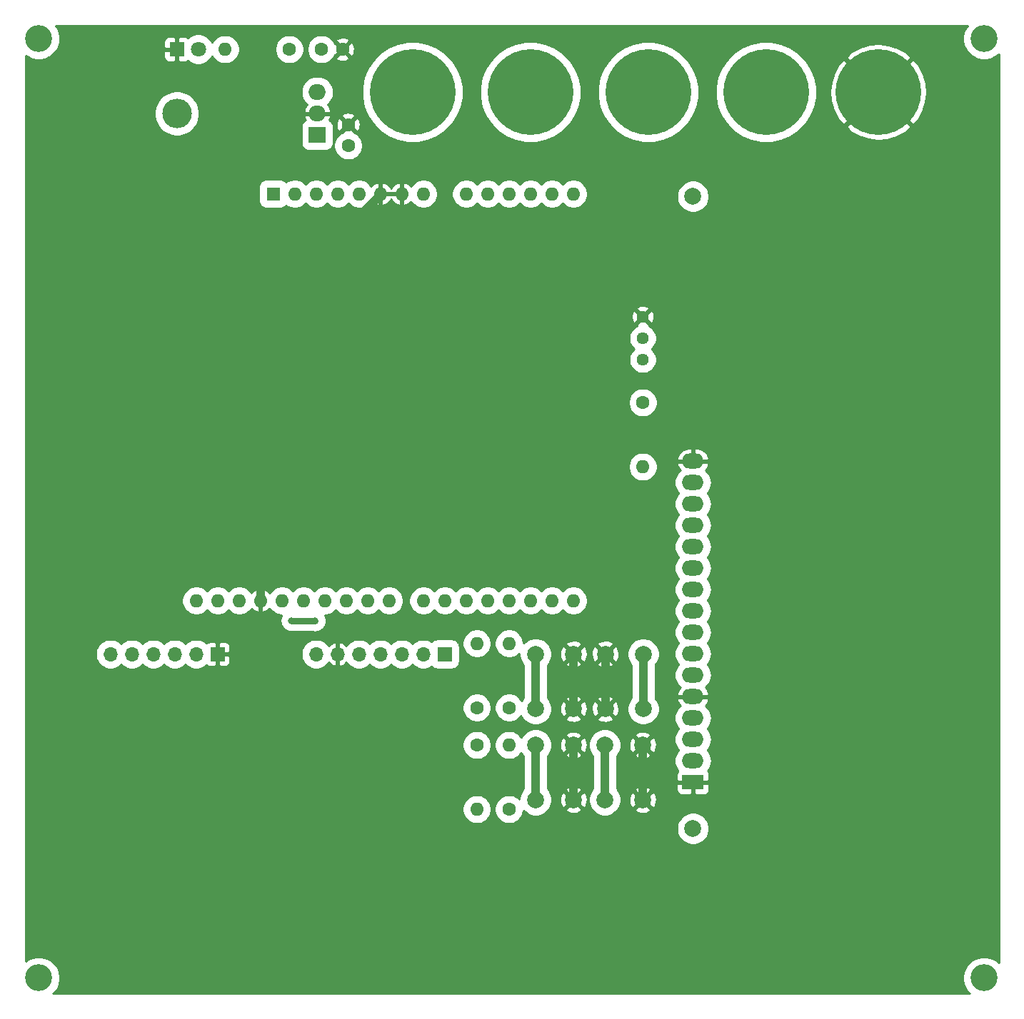
<source format=gbr>
%TF.GenerationSoftware,KiCad,Pcbnew,(5.1.9)-1*%
%TF.CreationDate,2021-06-23T18:15:50-03:00*%
%TF.ProjectId,assert,61737365-7274-42e6-9b69-6361645f7063,rev?*%
%TF.SameCoordinates,Original*%
%TF.FileFunction,Copper,L1,Top*%
%TF.FilePolarity,Positive*%
%FSLAX46Y46*%
G04 Gerber Fmt 4.6, Leading zero omitted, Abs format (unit mm)*
G04 Created by KiCad (PCBNEW (5.1.9)-1) date 2021-06-23 18:15:50*
%MOMM*%
%LPD*%
G01*
G04 APERTURE LIST*
%TA.AperFunction,ComponentPad*%
%ADD10C,2.000000*%
%TD*%
%TA.AperFunction,ComponentPad*%
%ADD11O,2.600000X1.800000*%
%TD*%
%TA.AperFunction,ComponentPad*%
%ADD12R,2.600000X1.800000*%
%TD*%
%TA.AperFunction,ComponentPad*%
%ADD13O,1.600000X1.600000*%
%TD*%
%TA.AperFunction,ComponentPad*%
%ADD14R,1.600000X1.600000*%
%TD*%
%TA.AperFunction,ComponentPad*%
%ADD15C,10.160000*%
%TD*%
%TA.AperFunction,ComponentPad*%
%ADD16O,1.700000X1.700000*%
%TD*%
%TA.AperFunction,ComponentPad*%
%ADD17R,1.700000X1.700000*%
%TD*%
%TA.AperFunction,ComponentPad*%
%ADD18O,2.000000X1.905000*%
%TD*%
%TA.AperFunction,ComponentPad*%
%ADD19R,2.000000X1.905000*%
%TD*%
%TA.AperFunction,WasherPad*%
%ADD20O,3.500000X3.500000*%
%TD*%
%TA.AperFunction,ComponentPad*%
%ADD21C,1.440000*%
%TD*%
%TA.AperFunction,ComponentPad*%
%ADD22C,1.600000*%
%TD*%
%TA.AperFunction,ComponentPad*%
%ADD23C,1.800000*%
%TD*%
%TA.AperFunction,ComponentPad*%
%ADD24R,1.800000X1.800000*%
%TD*%
%TA.AperFunction,ViaPad*%
%ADD25C,3.200000*%
%TD*%
%TA.AperFunction,ViaPad*%
%ADD26C,0.800000*%
%TD*%
%TA.AperFunction,Conductor*%
%ADD27C,1.000000*%
%TD*%
%TA.AperFunction,Conductor*%
%ADD28C,0.800000*%
%TD*%
%TA.AperFunction,Conductor*%
%ADD29C,0.254000*%
%TD*%
%TA.AperFunction,Conductor*%
%ADD30C,0.100000*%
%TD*%
G04 APERTURE END LIST*
D10*
%TO.P,U2,*%
%TO.N,*%
X71477000Y-21270000D03*
X71477000Y-96269100D03*
D11*
%TO.P,U2,16*%
%TO.N,GNDREF*%
X71477000Y-52670000D03*
%TO.P,U2,15*%
%TO.N,Net-(R6-Pad2)*%
X71477000Y-55210000D03*
%TO.P,U2,14*%
%TO.N,/db7*%
X71477000Y-57750000D03*
%TO.P,U2,13*%
%TO.N,/db6*%
X71477000Y-60290000D03*
%TO.P,U2,12*%
%TO.N,/db5*%
X71477000Y-62830000D03*
%TO.P,U2,11*%
%TO.N,/db4*%
X71477000Y-65370000D03*
%TO.P,U2,10*%
%TO.N,Net-(U2-Pad10)*%
X71477000Y-67910000D03*
%TO.P,U2,9*%
%TO.N,Net-(U2-Pad9)*%
X71477000Y-70450000D03*
%TO.P,U2,8*%
%TO.N,Net-(U2-Pad8)*%
X71477000Y-72990000D03*
%TO.P,U2,7*%
%TO.N,Net-(U2-Pad7)*%
X71477000Y-75530000D03*
%TO.P,U2,6*%
%TO.N,/e*%
X71477000Y-78070000D03*
%TO.P,U2,5*%
%TO.N,GNDREF*%
X71477000Y-80610000D03*
%TO.P,U2,4*%
%TO.N,/rs*%
X71477000Y-83150000D03*
%TO.P,U2,3*%
%TO.N,Net-(RV1-Pad2)*%
X71477000Y-85690000D03*
%TO.P,U2,2*%
%TO.N,/5v*%
X71477000Y-88230000D03*
D12*
%TO.P,U2,1*%
%TO.N,GNDREF*%
X71477000Y-90770000D03*
%TD*%
D13*
%TO.P,A1,16*%
%TO.N,/menos*%
X54737000Y-69215000D03*
%TO.P,A1,15*%
%TO.N,/mais*%
X57277000Y-69215000D03*
%TO.P,A1,30*%
%TO.N,Net-(A1-Pad30)*%
X17657000Y-69215000D03*
%TO.P,A1,14*%
%TO.N,/scl*%
X57277000Y-20955000D03*
%TO.P,A1,29*%
%TO.N,GNDREF*%
X20197000Y-69215000D03*
%TO.P,A1,13*%
%TO.N,/sda*%
X54737000Y-20955000D03*
%TO.P,A1,28*%
%TO.N,/sck*%
X22737000Y-69215000D03*
%TO.P,A1,12*%
%TO.N,/s4*%
X52197000Y-20955000D03*
%TO.P,A1,27*%
%TO.N,/miso*%
X25277000Y-69215000D03*
%TO.P,A1,11*%
%TO.N,/s3*%
X49657000Y-20955000D03*
%TO.P,A1,26*%
%TO.N,/mosi*%
X27817000Y-69215000D03*
%TO.P,A1,10*%
%TO.N,/s2*%
X47117000Y-20955000D03*
%TO.P,A1,25*%
%TO.N,/cs*%
X30357000Y-69215000D03*
%TO.P,A1,9*%
%TO.N,/s1*%
X44577000Y-20955000D03*
%TO.P,A1,24*%
%TO.N,/selecionar*%
X32897000Y-69215000D03*
%TO.P,A1,8*%
%TO.N,/vin*%
X39497000Y-20955000D03*
%TO.P,A1,23*%
%TO.N,/cancelar*%
X35437000Y-69215000D03*
%TO.P,A1,7*%
%TO.N,GNDREF*%
X36957000Y-20955000D03*
%TO.P,A1,22*%
%TO.N,/db7*%
X39497000Y-69215000D03*
%TO.P,A1,6*%
%TO.N,GNDREF*%
X34417000Y-20955000D03*
%TO.P,A1,21*%
%TO.N,/db6*%
X42037000Y-69215000D03*
%TO.P,A1,5*%
%TO.N,/5v*%
X31877000Y-20955000D03*
%TO.P,A1,20*%
%TO.N,/db5*%
X44577000Y-69215000D03*
%TO.P,A1,4*%
%TO.N,Net-(A1-Pad4)*%
X29337000Y-20955000D03*
%TO.P,A1,19*%
%TO.N,/db4*%
X47117000Y-69215000D03*
%TO.P,A1,3*%
%TO.N,Net-(A1-Pad3)*%
X26797000Y-20955000D03*
%TO.P,A1,18*%
%TO.N,/e*%
X49657000Y-69215000D03*
%TO.P,A1,2*%
%TO.N,Net-(A1-Pad2)*%
X24257000Y-20955000D03*
%TO.P,A1,17*%
%TO.N,/rs*%
X52197000Y-69215000D03*
D14*
%TO.P,A1,1*%
%TO.N,Net-(A1-Pad1)*%
X21717000Y-20955000D03*
D13*
%TO.P,A1,31*%
%TO.N,Net-(A1-Pad31)*%
X15117000Y-69215000D03*
%TO.P,A1,32*%
%TO.N,Net-(A1-Pad32)*%
X12577000Y-69215000D03*
%TD*%
D15*
%TO.P,J5,1*%
%TO.N,GNDREF*%
X93472000Y-8890000D03*
%TD*%
%TO.P,J4,1*%
%TO.N,/s4*%
X80137000Y-8890000D03*
%TD*%
D16*
%TO.P,J9,7*%
%TO.N,/bat*%
X26797000Y-75565000D03*
%TO.P,J9,6*%
%TO.N,GNDREF*%
X29337000Y-75565000D03*
%TO.P,J9,5*%
%TO.N,/5v*%
X31877000Y-75565000D03*
%TO.P,J9,4*%
%TO.N,/sda*%
X34417000Y-75565000D03*
%TO.P,J9,3*%
%TO.N,/scl*%
X36957000Y-75565000D03*
%TO.P,J9,2*%
%TO.N,/ds*%
X39497000Y-75565000D03*
D17*
%TO.P,J9,1*%
%TO.N,/sq*%
X42037000Y-75565000D03*
%TD*%
D18*
%TO.P,U1,3*%
%TO.N,/5v*%
X26947000Y-8890000D03*
%TO.P,U1,2*%
%TO.N,GNDREF*%
X26947000Y-11430000D03*
D19*
%TO.P,U1,1*%
%TO.N,/vin*%
X26947000Y-13970000D03*
D20*
%TO.P,U1,*%
%TO.N,*%
X10287000Y-11430000D03*
%TD*%
D10*
%TO.P,SW4,1*%
%TO.N,/cancelar*%
X61032000Y-86360000D03*
%TO.P,SW4,2*%
%TO.N,GNDREF*%
X65532000Y-86360000D03*
%TO.P,SW4,1*%
%TO.N,/cancelar*%
X61032000Y-92860000D03*
%TO.P,SW4,2*%
%TO.N,GNDREF*%
X65532000Y-92860000D03*
%TD*%
%TO.P,SW3,1*%
%TO.N,/selecionar*%
X52832000Y-86360000D03*
%TO.P,SW3,2*%
%TO.N,GNDREF*%
X57332000Y-86360000D03*
%TO.P,SW3,1*%
%TO.N,/selecionar*%
X52832000Y-92860000D03*
%TO.P,SW3,2*%
%TO.N,GNDREF*%
X57332000Y-92860000D03*
%TD*%
%TO.P,SW2,1*%
%TO.N,/menos*%
X52832000Y-75565000D03*
%TO.P,SW2,2*%
%TO.N,GNDREF*%
X57332000Y-75565000D03*
%TO.P,SW2,1*%
%TO.N,/menos*%
X52832000Y-82065000D03*
%TO.P,SW2,2*%
%TO.N,GNDREF*%
X57332000Y-82065000D03*
%TD*%
%TO.P,SW1,1*%
%TO.N,/mais*%
X65587000Y-82065000D03*
%TO.P,SW1,2*%
%TO.N,GNDREF*%
X61087000Y-82065000D03*
%TO.P,SW1,1*%
%TO.N,/mais*%
X65587000Y-75565000D03*
%TO.P,SW1,2*%
%TO.N,GNDREF*%
X61087000Y-75565000D03*
%TD*%
D21*
%TO.P,RV1,1*%
%TO.N,GNDREF*%
X65532000Y-35560000D03*
%TO.P,RV1,2*%
%TO.N,Net-(RV1-Pad2)*%
X65532000Y-38100000D03*
%TO.P,RV1,3*%
%TO.N,/5v*%
X65532000Y-40640000D03*
%TD*%
D13*
%TO.P,R6,2*%
%TO.N,Net-(R6-Pad2)*%
X65532000Y-53340000D03*
D22*
%TO.P,R6,1*%
%TO.N,/5v*%
X65532000Y-45720000D03*
%TD*%
D13*
%TO.P,R5,2*%
%TO.N,/cancelar*%
X45847000Y-93980000D03*
D22*
%TO.P,R5,1*%
%TO.N,/5v*%
X45847000Y-86360000D03*
%TD*%
D13*
%TO.P,R4,2*%
%TO.N,/selecionar*%
X45847000Y-74295000D03*
D22*
%TO.P,R4,1*%
%TO.N,/5v*%
X45847000Y-81915000D03*
%TD*%
D13*
%TO.P,R3,2*%
%TO.N,/menos*%
X49657000Y-86360000D03*
D22*
%TO.P,R3,1*%
%TO.N,/5v*%
X49657000Y-93980000D03*
%TD*%
D13*
%TO.P,R2,2*%
%TO.N,/mais*%
X49657000Y-74295000D03*
D22*
%TO.P,R2,1*%
%TO.N,/5v*%
X49657000Y-81915000D03*
%TD*%
D13*
%TO.P,R1,2*%
%TO.N,Net-(D1-Pad2)*%
X16002000Y-3810000D03*
D22*
%TO.P,R1,1*%
%TO.N,/5v*%
X23622000Y-3810000D03*
%TD*%
D16*
%TO.P,J8,6*%
%TO.N,/cs*%
X2413000Y-75565000D03*
%TO.P,J8,5*%
%TO.N,/sck*%
X4953000Y-75565000D03*
%TO.P,J8,4*%
%TO.N,/mosi*%
X7493000Y-75565000D03*
%TO.P,J8,3*%
%TO.N,/miso*%
X10033000Y-75565000D03*
%TO.P,J8,2*%
%TO.N,/5v*%
X12573000Y-75565000D03*
D17*
%TO.P,J8,1*%
%TO.N,GNDREF*%
X15113000Y-75565000D03*
%TD*%
D15*
%TO.P,J3,1*%
%TO.N,/s3*%
X66167000Y-8890000D03*
%TD*%
%TO.P,J2,1*%
%TO.N,/s2*%
X52197000Y-8890000D03*
%TD*%
%TO.P,J1,1*%
%TO.N,/s1*%
X38227000Y-8890000D03*
%TD*%
D23*
%TO.P,D1,2*%
%TO.N,Net-(D1-Pad2)*%
X12827000Y-3810000D03*
D24*
%TO.P,D1,1*%
%TO.N,GNDREF*%
X10287000Y-3810000D03*
%TD*%
D22*
%TO.P,C2,2*%
%TO.N,GNDREF*%
X29932000Y-3810000D03*
%TO.P,C2,1*%
%TO.N,/5v*%
X27432000Y-3810000D03*
%TD*%
%TO.P,C1,2*%
%TO.N,GNDREF*%
X30607000Y-12740000D03*
%TO.P,C1,1*%
%TO.N,/vin*%
X30607000Y-15240000D03*
%TD*%
D25*
%TO.N,*%
X-6100000Y-114000000D03*
X106000000Y-114000000D03*
X-6100000Y-2540000D03*
X106000000Y-2540000D03*
D26*
%TO.N,/mosi*%
X23876000Y-71602600D03*
X26670000Y-71628000D03*
%TD*%
D27*
%TO.N,/menos*%
X52832000Y-75565000D02*
X52832000Y-82065000D01*
%TO.N,/mais*%
X65587000Y-82065000D02*
X65587000Y-75565000D01*
%TO.N,GNDREF*%
X57332000Y-75565000D02*
X57332000Y-82065000D01*
X61087000Y-82065000D02*
X61087000Y-75565000D01*
X34417000Y-21079002D02*
X34417000Y-20955000D01*
X20197000Y-35299002D02*
X34417000Y-21079002D01*
X20197000Y-69215000D02*
X20197000Y-35299002D01*
X65532000Y-86360000D02*
X65532000Y-92860000D01*
X57332000Y-86360000D02*
X57332000Y-92860000D01*
D28*
%TO.N,/mosi*%
X26644600Y-71602600D02*
X26670000Y-71628000D01*
X23876000Y-71602600D02*
X23876000Y-71602600D01*
X23876000Y-71602600D02*
X26644600Y-71602600D01*
X26670000Y-71628000D02*
X26670000Y-71628000D01*
D27*
%TO.N,/selecionar*%
X52832000Y-86360000D02*
X52832000Y-92860000D01*
%TO.N,/cancelar*%
X61032000Y-86360000D02*
X61032000Y-92860000D01*
%TD*%
D29*
%TO.N,GNDREF*%
X103760602Y-1343017D02*
X103570111Y-1802901D01*
X103473000Y-2291112D01*
X103473000Y-2788888D01*
X103570111Y-3277099D01*
X103760602Y-3736983D01*
X104037151Y-4150869D01*
X104389131Y-4502849D01*
X104803017Y-4779398D01*
X105262901Y-4969889D01*
X105751112Y-5067000D01*
X106248888Y-5067000D01*
X106737099Y-4969889D01*
X107196983Y-4779398D01*
X107610869Y-4502849D01*
X107735001Y-4378717D01*
X107735000Y-112161282D01*
X107610869Y-112037151D01*
X107196983Y-111760602D01*
X106737099Y-111570111D01*
X106248888Y-111473000D01*
X105751112Y-111473000D01*
X105262901Y-111570111D01*
X104803017Y-111760602D01*
X104389131Y-112037151D01*
X104037151Y-112389131D01*
X103760602Y-112803017D01*
X103570111Y-113262901D01*
X103473000Y-113751112D01*
X103473000Y-114248888D01*
X103570111Y-114737099D01*
X103760602Y-115196983D01*
X104037151Y-115610869D01*
X104289282Y-115863000D01*
X-4389282Y-115863000D01*
X-4137151Y-115610869D01*
X-3860602Y-115196983D01*
X-3670111Y-114737099D01*
X-3573000Y-114248888D01*
X-3573000Y-113751112D01*
X-3670111Y-113262901D01*
X-3860602Y-112803017D01*
X-4137151Y-112389131D01*
X-4489131Y-112037151D01*
X-4903017Y-111760602D01*
X-5362901Y-111570111D01*
X-5851112Y-111473000D01*
X-6348888Y-111473000D01*
X-6837099Y-111570111D01*
X-7296983Y-111760602D01*
X-7659000Y-112002493D01*
X-7659000Y-96079307D01*
X69550000Y-96079307D01*
X69550000Y-96458893D01*
X69624053Y-96831185D01*
X69769315Y-97181877D01*
X69980201Y-97497491D01*
X70248609Y-97765899D01*
X70564223Y-97976785D01*
X70914915Y-98122047D01*
X71287207Y-98196100D01*
X71666793Y-98196100D01*
X72039085Y-98122047D01*
X72389777Y-97976785D01*
X72705391Y-97765899D01*
X72973799Y-97497491D01*
X73184685Y-97181877D01*
X73329947Y-96831185D01*
X73404000Y-96458893D01*
X73404000Y-96079307D01*
X73329947Y-95707015D01*
X73184685Y-95356323D01*
X72973799Y-95040709D01*
X72705391Y-94772301D01*
X72389777Y-94561415D01*
X72039085Y-94416153D01*
X71666793Y-94342100D01*
X71287207Y-94342100D01*
X70914915Y-94416153D01*
X70564223Y-94561415D01*
X70248609Y-94772301D01*
X69980201Y-95040709D01*
X69769315Y-95356323D01*
X69624053Y-95707015D01*
X69550000Y-96079307D01*
X-7659000Y-96079307D01*
X-7659000Y-93809905D01*
X44120000Y-93809905D01*
X44120000Y-94150095D01*
X44186368Y-94483747D01*
X44316553Y-94798041D01*
X44505552Y-95080898D01*
X44746102Y-95321448D01*
X45028959Y-95510447D01*
X45343253Y-95640632D01*
X45676905Y-95707000D01*
X46017095Y-95707000D01*
X46350747Y-95640632D01*
X46665041Y-95510447D01*
X46947898Y-95321448D01*
X47188448Y-95080898D01*
X47377447Y-94798041D01*
X47507632Y-94483747D01*
X47574000Y-94150095D01*
X47574000Y-93809905D01*
X47507632Y-93476253D01*
X47377447Y-93161959D01*
X47188448Y-92879102D01*
X46947898Y-92638552D01*
X46665041Y-92449553D01*
X46350747Y-92319368D01*
X46017095Y-92253000D01*
X45676905Y-92253000D01*
X45343253Y-92319368D01*
X45028959Y-92449553D01*
X44746102Y-92638552D01*
X44505552Y-92879102D01*
X44316553Y-93161959D01*
X44186368Y-93476253D01*
X44120000Y-93809905D01*
X-7659000Y-93809905D01*
X-7659000Y-86189905D01*
X44120000Y-86189905D01*
X44120000Y-86530095D01*
X44186368Y-86863747D01*
X44316553Y-87178041D01*
X44505552Y-87460898D01*
X44746102Y-87701448D01*
X45028959Y-87890447D01*
X45343253Y-88020632D01*
X45676905Y-88087000D01*
X46017095Y-88087000D01*
X46350747Y-88020632D01*
X46665041Y-87890447D01*
X46947898Y-87701448D01*
X47188448Y-87460898D01*
X47377447Y-87178041D01*
X47507632Y-86863747D01*
X47574000Y-86530095D01*
X47574000Y-86189905D01*
X47930000Y-86189905D01*
X47930000Y-86530095D01*
X47996368Y-86863747D01*
X48126553Y-87178041D01*
X48315552Y-87460898D01*
X48556102Y-87701448D01*
X48838959Y-87890447D01*
X49153253Y-88020632D01*
X49486905Y-88087000D01*
X49827095Y-88087000D01*
X50160747Y-88020632D01*
X50475041Y-87890447D01*
X50757898Y-87701448D01*
X50998448Y-87460898D01*
X51124250Y-87272621D01*
X51124315Y-87272777D01*
X51335201Y-87588391D01*
X51405000Y-87658190D01*
X51405001Y-91561809D01*
X51335201Y-91631609D01*
X51124315Y-91947223D01*
X50979053Y-92297915D01*
X50905000Y-92670207D01*
X50905000Y-92785654D01*
X50757898Y-92638552D01*
X50475041Y-92449553D01*
X50160747Y-92319368D01*
X49827095Y-92253000D01*
X49486905Y-92253000D01*
X49153253Y-92319368D01*
X48838959Y-92449553D01*
X48556102Y-92638552D01*
X48315552Y-92879102D01*
X48126553Y-93161959D01*
X47996368Y-93476253D01*
X47930000Y-93809905D01*
X47930000Y-94150095D01*
X47996368Y-94483747D01*
X48126553Y-94798041D01*
X48315552Y-95080898D01*
X48556102Y-95321448D01*
X48838959Y-95510447D01*
X49153253Y-95640632D01*
X49486905Y-95707000D01*
X49827095Y-95707000D01*
X50160747Y-95640632D01*
X50475041Y-95510447D01*
X50757898Y-95321448D01*
X50998448Y-95080898D01*
X51187447Y-94798041D01*
X51317632Y-94483747D01*
X51384000Y-94150095D01*
X51384000Y-94137190D01*
X51603609Y-94356799D01*
X51919223Y-94567685D01*
X52269915Y-94712947D01*
X52642207Y-94787000D01*
X53021793Y-94787000D01*
X53394085Y-94712947D01*
X53744777Y-94567685D01*
X54060391Y-94356799D01*
X54328799Y-94088391D01*
X54390924Y-93995413D01*
X56376192Y-93995413D01*
X56471956Y-94259814D01*
X56761571Y-94400704D01*
X57073108Y-94482384D01*
X57394595Y-94501718D01*
X57713675Y-94457961D01*
X58018088Y-94352795D01*
X58192044Y-94259814D01*
X58287808Y-93995413D01*
X57332000Y-93039605D01*
X56376192Y-93995413D01*
X54390924Y-93995413D01*
X54539685Y-93772777D01*
X54684947Y-93422085D01*
X54759000Y-93049793D01*
X54759000Y-92922595D01*
X55690282Y-92922595D01*
X55734039Y-93241675D01*
X55839205Y-93546088D01*
X55932186Y-93720044D01*
X56196587Y-93815808D01*
X57152395Y-92860000D01*
X57511605Y-92860000D01*
X58467413Y-93815808D01*
X58731814Y-93720044D01*
X58872704Y-93430429D01*
X58954384Y-93118892D01*
X58973718Y-92797405D01*
X58929961Y-92478325D01*
X58824795Y-92173912D01*
X58731814Y-91999956D01*
X58467413Y-91904192D01*
X57511605Y-92860000D01*
X57152395Y-92860000D01*
X56196587Y-91904192D01*
X55932186Y-91999956D01*
X55791296Y-92289571D01*
X55709616Y-92601108D01*
X55690282Y-92922595D01*
X54759000Y-92922595D01*
X54759000Y-92670207D01*
X54684947Y-92297915D01*
X54539685Y-91947223D01*
X54390925Y-91724587D01*
X56376192Y-91724587D01*
X57332000Y-92680395D01*
X58287808Y-91724587D01*
X58192044Y-91460186D01*
X57902429Y-91319296D01*
X57590892Y-91237616D01*
X57269405Y-91218282D01*
X56950325Y-91262039D01*
X56645912Y-91367205D01*
X56471956Y-91460186D01*
X56376192Y-91724587D01*
X54390925Y-91724587D01*
X54328799Y-91631609D01*
X54259000Y-91561810D01*
X54259000Y-87658190D01*
X54328799Y-87588391D01*
X54390924Y-87495413D01*
X56376192Y-87495413D01*
X56471956Y-87759814D01*
X56761571Y-87900704D01*
X57073108Y-87982384D01*
X57394595Y-88001718D01*
X57713675Y-87957961D01*
X58018088Y-87852795D01*
X58192044Y-87759814D01*
X58287808Y-87495413D01*
X57332000Y-86539605D01*
X56376192Y-87495413D01*
X54390924Y-87495413D01*
X54539685Y-87272777D01*
X54684947Y-86922085D01*
X54759000Y-86549793D01*
X54759000Y-86422595D01*
X55690282Y-86422595D01*
X55734039Y-86741675D01*
X55839205Y-87046088D01*
X55932186Y-87220044D01*
X56196587Y-87315808D01*
X57152395Y-86360000D01*
X57511605Y-86360000D01*
X58467413Y-87315808D01*
X58731814Y-87220044D01*
X58872704Y-86930429D01*
X58954384Y-86618892D01*
X58973718Y-86297405D01*
X58956275Y-86170207D01*
X59105000Y-86170207D01*
X59105000Y-86549793D01*
X59179053Y-86922085D01*
X59324315Y-87272777D01*
X59535201Y-87588391D01*
X59605000Y-87658190D01*
X59605001Y-91561809D01*
X59535201Y-91631609D01*
X59324315Y-91947223D01*
X59179053Y-92297915D01*
X59105000Y-92670207D01*
X59105000Y-93049793D01*
X59179053Y-93422085D01*
X59324315Y-93772777D01*
X59535201Y-94088391D01*
X59803609Y-94356799D01*
X60119223Y-94567685D01*
X60469915Y-94712947D01*
X60842207Y-94787000D01*
X61221793Y-94787000D01*
X61594085Y-94712947D01*
X61944777Y-94567685D01*
X62260391Y-94356799D01*
X62528799Y-94088391D01*
X62590924Y-93995413D01*
X64576192Y-93995413D01*
X64671956Y-94259814D01*
X64961571Y-94400704D01*
X65273108Y-94482384D01*
X65594595Y-94501718D01*
X65913675Y-94457961D01*
X66218088Y-94352795D01*
X66392044Y-94259814D01*
X66487808Y-93995413D01*
X65532000Y-93039605D01*
X64576192Y-93995413D01*
X62590924Y-93995413D01*
X62739685Y-93772777D01*
X62884947Y-93422085D01*
X62959000Y-93049793D01*
X62959000Y-92922595D01*
X63890282Y-92922595D01*
X63934039Y-93241675D01*
X64039205Y-93546088D01*
X64132186Y-93720044D01*
X64396587Y-93815808D01*
X65352395Y-92860000D01*
X65711605Y-92860000D01*
X66667413Y-93815808D01*
X66931814Y-93720044D01*
X67072704Y-93430429D01*
X67154384Y-93118892D01*
X67173718Y-92797405D01*
X67129961Y-92478325D01*
X67024795Y-92173912D01*
X66931814Y-91999956D01*
X66667413Y-91904192D01*
X65711605Y-92860000D01*
X65352395Y-92860000D01*
X64396587Y-91904192D01*
X64132186Y-91999956D01*
X63991296Y-92289571D01*
X63909616Y-92601108D01*
X63890282Y-92922595D01*
X62959000Y-92922595D01*
X62959000Y-92670207D01*
X62884947Y-92297915D01*
X62739685Y-91947223D01*
X62590925Y-91724587D01*
X64576192Y-91724587D01*
X65532000Y-92680395D01*
X66487808Y-91724587D01*
X66468038Y-91670000D01*
X69538928Y-91670000D01*
X69551188Y-91794482D01*
X69587498Y-91914180D01*
X69646463Y-92024494D01*
X69725815Y-92121185D01*
X69822506Y-92200537D01*
X69932820Y-92259502D01*
X70052518Y-92295812D01*
X70177000Y-92308072D01*
X71191250Y-92305000D01*
X71350000Y-92146250D01*
X71350000Y-90897000D01*
X71604000Y-90897000D01*
X71604000Y-92146250D01*
X71762750Y-92305000D01*
X72777000Y-92308072D01*
X72901482Y-92295812D01*
X73021180Y-92259502D01*
X73131494Y-92200537D01*
X73228185Y-92121185D01*
X73307537Y-92024494D01*
X73366502Y-91914180D01*
X73402812Y-91794482D01*
X73415072Y-91670000D01*
X73412000Y-91055750D01*
X73253250Y-90897000D01*
X71604000Y-90897000D01*
X71350000Y-90897000D01*
X69700750Y-90897000D01*
X69542000Y-91055750D01*
X69538928Y-91670000D01*
X66468038Y-91670000D01*
X66392044Y-91460186D01*
X66102429Y-91319296D01*
X65790892Y-91237616D01*
X65469405Y-91218282D01*
X65150325Y-91262039D01*
X64845912Y-91367205D01*
X64671956Y-91460186D01*
X64576192Y-91724587D01*
X62590925Y-91724587D01*
X62528799Y-91631609D01*
X62459000Y-91561810D01*
X62459000Y-87658190D01*
X62528799Y-87588391D01*
X62590924Y-87495413D01*
X64576192Y-87495413D01*
X64671956Y-87759814D01*
X64961571Y-87900704D01*
X65273108Y-87982384D01*
X65594595Y-88001718D01*
X65913675Y-87957961D01*
X66218088Y-87852795D01*
X66392044Y-87759814D01*
X66487808Y-87495413D01*
X65532000Y-86539605D01*
X64576192Y-87495413D01*
X62590924Y-87495413D01*
X62739685Y-87272777D01*
X62884947Y-86922085D01*
X62959000Y-86549793D01*
X62959000Y-86422595D01*
X63890282Y-86422595D01*
X63934039Y-86741675D01*
X64039205Y-87046088D01*
X64132186Y-87220044D01*
X64396587Y-87315808D01*
X65352395Y-86360000D01*
X65711605Y-86360000D01*
X66667413Y-87315808D01*
X66931814Y-87220044D01*
X67072704Y-86930429D01*
X67154384Y-86618892D01*
X67173718Y-86297405D01*
X67129961Y-85978325D01*
X67024795Y-85673912D01*
X66931814Y-85499956D01*
X66667413Y-85404192D01*
X65711605Y-86360000D01*
X65352395Y-86360000D01*
X64396587Y-85404192D01*
X64132186Y-85499956D01*
X63991296Y-85789571D01*
X63909616Y-86101108D01*
X63890282Y-86422595D01*
X62959000Y-86422595D01*
X62959000Y-86170207D01*
X62884947Y-85797915D01*
X62739685Y-85447223D01*
X62590925Y-85224587D01*
X64576192Y-85224587D01*
X65532000Y-86180395D01*
X66487808Y-85224587D01*
X66392044Y-84960186D01*
X66102429Y-84819296D01*
X65790892Y-84737616D01*
X65469405Y-84718282D01*
X65150325Y-84762039D01*
X64845912Y-84867205D01*
X64671956Y-84960186D01*
X64576192Y-85224587D01*
X62590925Y-85224587D01*
X62528799Y-85131609D01*
X62260391Y-84863201D01*
X61944777Y-84652315D01*
X61594085Y-84507053D01*
X61221793Y-84433000D01*
X60842207Y-84433000D01*
X60469915Y-84507053D01*
X60119223Y-84652315D01*
X59803609Y-84863201D01*
X59535201Y-85131609D01*
X59324315Y-85447223D01*
X59179053Y-85797915D01*
X59105000Y-86170207D01*
X58956275Y-86170207D01*
X58929961Y-85978325D01*
X58824795Y-85673912D01*
X58731814Y-85499956D01*
X58467413Y-85404192D01*
X57511605Y-86360000D01*
X57152395Y-86360000D01*
X56196587Y-85404192D01*
X55932186Y-85499956D01*
X55791296Y-85789571D01*
X55709616Y-86101108D01*
X55690282Y-86422595D01*
X54759000Y-86422595D01*
X54759000Y-86170207D01*
X54684947Y-85797915D01*
X54539685Y-85447223D01*
X54390925Y-85224587D01*
X56376192Y-85224587D01*
X57332000Y-86180395D01*
X58287808Y-85224587D01*
X58192044Y-84960186D01*
X57902429Y-84819296D01*
X57590892Y-84737616D01*
X57269405Y-84718282D01*
X56950325Y-84762039D01*
X56645912Y-84867205D01*
X56471956Y-84960186D01*
X56376192Y-85224587D01*
X54390925Y-85224587D01*
X54328799Y-85131609D01*
X54060391Y-84863201D01*
X53744777Y-84652315D01*
X53394085Y-84507053D01*
X53021793Y-84433000D01*
X52642207Y-84433000D01*
X52269915Y-84507053D01*
X51919223Y-84652315D01*
X51603609Y-84863201D01*
X51335201Y-85131609D01*
X51124315Y-85447223D01*
X51124250Y-85447379D01*
X50998448Y-85259102D01*
X50757898Y-85018552D01*
X50475041Y-84829553D01*
X50160747Y-84699368D01*
X49827095Y-84633000D01*
X49486905Y-84633000D01*
X49153253Y-84699368D01*
X48838959Y-84829553D01*
X48556102Y-85018552D01*
X48315552Y-85259102D01*
X48126553Y-85541959D01*
X47996368Y-85856253D01*
X47930000Y-86189905D01*
X47574000Y-86189905D01*
X47507632Y-85856253D01*
X47377447Y-85541959D01*
X47188448Y-85259102D01*
X46947898Y-85018552D01*
X46665041Y-84829553D01*
X46350747Y-84699368D01*
X46017095Y-84633000D01*
X45676905Y-84633000D01*
X45343253Y-84699368D01*
X45028959Y-84829553D01*
X44746102Y-85018552D01*
X44505552Y-85259102D01*
X44316553Y-85541959D01*
X44186368Y-85856253D01*
X44120000Y-86189905D01*
X-7659000Y-86189905D01*
X-7659000Y-81744905D01*
X44120000Y-81744905D01*
X44120000Y-82085095D01*
X44186368Y-82418747D01*
X44316553Y-82733041D01*
X44505552Y-83015898D01*
X44746102Y-83256448D01*
X45028959Y-83445447D01*
X45343253Y-83575632D01*
X45676905Y-83642000D01*
X46017095Y-83642000D01*
X46350747Y-83575632D01*
X46665041Y-83445447D01*
X46947898Y-83256448D01*
X47188448Y-83015898D01*
X47377447Y-82733041D01*
X47507632Y-82418747D01*
X47574000Y-82085095D01*
X47574000Y-81744905D01*
X47507632Y-81411253D01*
X47377447Y-81096959D01*
X47188448Y-80814102D01*
X46947898Y-80573552D01*
X46665041Y-80384553D01*
X46350747Y-80254368D01*
X46017095Y-80188000D01*
X45676905Y-80188000D01*
X45343253Y-80254368D01*
X45028959Y-80384553D01*
X44746102Y-80573552D01*
X44505552Y-80814102D01*
X44316553Y-81096959D01*
X44186368Y-81411253D01*
X44120000Y-81744905D01*
X-7659000Y-81744905D01*
X-7659000Y-75389981D01*
X636000Y-75389981D01*
X636000Y-75740019D01*
X704289Y-76083332D01*
X838243Y-76406725D01*
X1032714Y-76697771D01*
X1280229Y-76945286D01*
X1571275Y-77139757D01*
X1894668Y-77273711D01*
X2237981Y-77342000D01*
X2588019Y-77342000D01*
X2931332Y-77273711D01*
X3254725Y-77139757D01*
X3545771Y-76945286D01*
X3683000Y-76808057D01*
X3820229Y-76945286D01*
X4111275Y-77139757D01*
X4434668Y-77273711D01*
X4777981Y-77342000D01*
X5128019Y-77342000D01*
X5471332Y-77273711D01*
X5794725Y-77139757D01*
X6085771Y-76945286D01*
X6223000Y-76808057D01*
X6360229Y-76945286D01*
X6651275Y-77139757D01*
X6974668Y-77273711D01*
X7317981Y-77342000D01*
X7668019Y-77342000D01*
X8011332Y-77273711D01*
X8334725Y-77139757D01*
X8625771Y-76945286D01*
X8763000Y-76808057D01*
X8900229Y-76945286D01*
X9191275Y-77139757D01*
X9514668Y-77273711D01*
X9857981Y-77342000D01*
X10208019Y-77342000D01*
X10551332Y-77273711D01*
X10874725Y-77139757D01*
X11165771Y-76945286D01*
X11303000Y-76808057D01*
X11440229Y-76945286D01*
X11731275Y-77139757D01*
X12054668Y-77273711D01*
X12397981Y-77342000D01*
X12748019Y-77342000D01*
X13091332Y-77273711D01*
X13414725Y-77139757D01*
X13705771Y-76945286D01*
X13799670Y-76851387D01*
X13811815Y-76866185D01*
X13908506Y-76945537D01*
X14018820Y-77004502D01*
X14138518Y-77040812D01*
X14263000Y-77053072D01*
X14827250Y-77050000D01*
X14986000Y-76891250D01*
X14986000Y-75692000D01*
X15240000Y-75692000D01*
X15240000Y-76891250D01*
X15398750Y-77050000D01*
X15963000Y-77053072D01*
X16087482Y-77040812D01*
X16207180Y-77004502D01*
X16317494Y-76945537D01*
X16414185Y-76866185D01*
X16493537Y-76769494D01*
X16552502Y-76659180D01*
X16588812Y-76539482D01*
X16601072Y-76415000D01*
X16598000Y-75850750D01*
X16439250Y-75692000D01*
X15240000Y-75692000D01*
X14986000Y-75692000D01*
X14966000Y-75692000D01*
X14966000Y-75438000D01*
X14986000Y-75438000D01*
X14986000Y-74238750D01*
X15240000Y-74238750D01*
X15240000Y-75438000D01*
X16439250Y-75438000D01*
X16487269Y-75389981D01*
X25020000Y-75389981D01*
X25020000Y-75740019D01*
X25088289Y-76083332D01*
X25222243Y-76406725D01*
X25416714Y-76697771D01*
X25664229Y-76945286D01*
X25955275Y-77139757D01*
X26278668Y-77273711D01*
X26621981Y-77342000D01*
X26972019Y-77342000D01*
X27315332Y-77273711D01*
X27638725Y-77139757D01*
X27929771Y-76945286D01*
X28177286Y-76697771D01*
X28258664Y-76575980D01*
X28336731Y-76662588D01*
X28570080Y-76836641D01*
X28832901Y-76961825D01*
X28980110Y-77006476D01*
X29210000Y-76885155D01*
X29210000Y-75692000D01*
X29190000Y-75692000D01*
X29190000Y-75438000D01*
X29210000Y-75438000D01*
X29210000Y-74244845D01*
X29464000Y-74244845D01*
X29464000Y-75438000D01*
X29484000Y-75438000D01*
X29484000Y-75692000D01*
X29464000Y-75692000D01*
X29464000Y-76885155D01*
X29693890Y-77006476D01*
X29841099Y-76961825D01*
X30103920Y-76836641D01*
X30337269Y-76662588D01*
X30415336Y-76575980D01*
X30496714Y-76697771D01*
X30744229Y-76945286D01*
X31035275Y-77139757D01*
X31358668Y-77273711D01*
X31701981Y-77342000D01*
X32052019Y-77342000D01*
X32395332Y-77273711D01*
X32718725Y-77139757D01*
X33009771Y-76945286D01*
X33147000Y-76808057D01*
X33284229Y-76945286D01*
X33575275Y-77139757D01*
X33898668Y-77273711D01*
X34241981Y-77342000D01*
X34592019Y-77342000D01*
X34935332Y-77273711D01*
X35258725Y-77139757D01*
X35549771Y-76945286D01*
X35687000Y-76808057D01*
X35824229Y-76945286D01*
X36115275Y-77139757D01*
X36438668Y-77273711D01*
X36781981Y-77342000D01*
X37132019Y-77342000D01*
X37475332Y-77273711D01*
X37798725Y-77139757D01*
X38089771Y-76945286D01*
X38227000Y-76808057D01*
X38364229Y-76945286D01*
X38655275Y-77139757D01*
X38978668Y-77273711D01*
X39321981Y-77342000D01*
X39672019Y-77342000D01*
X40015332Y-77273711D01*
X40338725Y-77139757D01*
X40496221Y-77034521D01*
X40528341Y-77073659D01*
X40669495Y-77189501D01*
X40830536Y-77275580D01*
X41005276Y-77328587D01*
X41187000Y-77346485D01*
X42887000Y-77346485D01*
X43068724Y-77328587D01*
X43243464Y-77275580D01*
X43404505Y-77189501D01*
X43545659Y-77073659D01*
X43661501Y-76932505D01*
X43747580Y-76771464D01*
X43800587Y-76596724D01*
X43818485Y-76415000D01*
X43818485Y-74715000D01*
X43800587Y-74533276D01*
X43747580Y-74358536D01*
X43661501Y-74197495D01*
X43601928Y-74124905D01*
X44120000Y-74124905D01*
X44120000Y-74465095D01*
X44186368Y-74798747D01*
X44316553Y-75113041D01*
X44505552Y-75395898D01*
X44746102Y-75636448D01*
X45028959Y-75825447D01*
X45343253Y-75955632D01*
X45676905Y-76022000D01*
X46017095Y-76022000D01*
X46350747Y-75955632D01*
X46665041Y-75825447D01*
X46947898Y-75636448D01*
X47188448Y-75395898D01*
X47377447Y-75113041D01*
X47507632Y-74798747D01*
X47574000Y-74465095D01*
X47574000Y-74124905D01*
X47930000Y-74124905D01*
X47930000Y-74465095D01*
X47996368Y-74798747D01*
X48126553Y-75113041D01*
X48315552Y-75395898D01*
X48556102Y-75636448D01*
X48838959Y-75825447D01*
X49153253Y-75955632D01*
X49486905Y-76022000D01*
X49827095Y-76022000D01*
X50160747Y-75955632D01*
X50475041Y-75825447D01*
X50757898Y-75636448D01*
X50905000Y-75489346D01*
X50905000Y-75754793D01*
X50979053Y-76127085D01*
X51124315Y-76477777D01*
X51335201Y-76793391D01*
X51405000Y-76863190D01*
X51405001Y-80766809D01*
X51335201Y-80836609D01*
X51174344Y-81077349D01*
X50998448Y-80814102D01*
X50757898Y-80573552D01*
X50475041Y-80384553D01*
X50160747Y-80254368D01*
X49827095Y-80188000D01*
X49486905Y-80188000D01*
X49153253Y-80254368D01*
X48838959Y-80384553D01*
X48556102Y-80573552D01*
X48315552Y-80814102D01*
X48126553Y-81096959D01*
X47996368Y-81411253D01*
X47930000Y-81744905D01*
X47930000Y-82085095D01*
X47996368Y-82418747D01*
X48126553Y-82733041D01*
X48315552Y-83015898D01*
X48556102Y-83256448D01*
X48838959Y-83445447D01*
X49153253Y-83575632D01*
X49486905Y-83642000D01*
X49827095Y-83642000D01*
X50160747Y-83575632D01*
X50475041Y-83445447D01*
X50757898Y-83256448D01*
X50998448Y-83015898D01*
X51085895Y-82885024D01*
X51124315Y-82977777D01*
X51335201Y-83293391D01*
X51603609Y-83561799D01*
X51919223Y-83772685D01*
X52269915Y-83917947D01*
X52642207Y-83992000D01*
X53021793Y-83992000D01*
X53394085Y-83917947D01*
X53744777Y-83772685D01*
X54060391Y-83561799D01*
X54328799Y-83293391D01*
X54390924Y-83200413D01*
X56376192Y-83200413D01*
X56471956Y-83464814D01*
X56761571Y-83605704D01*
X57073108Y-83687384D01*
X57394595Y-83706718D01*
X57713675Y-83662961D01*
X58018088Y-83557795D01*
X58192044Y-83464814D01*
X58287808Y-83200413D01*
X60131192Y-83200413D01*
X60226956Y-83464814D01*
X60516571Y-83605704D01*
X60828108Y-83687384D01*
X61149595Y-83706718D01*
X61468675Y-83662961D01*
X61773088Y-83557795D01*
X61947044Y-83464814D01*
X62042808Y-83200413D01*
X61087000Y-82244605D01*
X60131192Y-83200413D01*
X58287808Y-83200413D01*
X57332000Y-82244605D01*
X56376192Y-83200413D01*
X54390924Y-83200413D01*
X54539685Y-82977777D01*
X54684947Y-82627085D01*
X54759000Y-82254793D01*
X54759000Y-82127595D01*
X55690282Y-82127595D01*
X55734039Y-82446675D01*
X55839205Y-82751088D01*
X55932186Y-82925044D01*
X56196587Y-83020808D01*
X57152395Y-82065000D01*
X57511605Y-82065000D01*
X58467413Y-83020808D01*
X58731814Y-82925044D01*
X58872704Y-82635429D01*
X58954384Y-82323892D01*
X58966189Y-82127595D01*
X59445282Y-82127595D01*
X59489039Y-82446675D01*
X59594205Y-82751088D01*
X59687186Y-82925044D01*
X59951587Y-83020808D01*
X60907395Y-82065000D01*
X61266605Y-82065000D01*
X62222413Y-83020808D01*
X62486814Y-82925044D01*
X62627704Y-82635429D01*
X62709384Y-82323892D01*
X62728718Y-82002405D01*
X62684961Y-81683325D01*
X62579795Y-81378912D01*
X62486814Y-81204956D01*
X62222413Y-81109192D01*
X61266605Y-82065000D01*
X60907395Y-82065000D01*
X59951587Y-81109192D01*
X59687186Y-81204956D01*
X59546296Y-81494571D01*
X59464616Y-81806108D01*
X59445282Y-82127595D01*
X58966189Y-82127595D01*
X58973718Y-82002405D01*
X58929961Y-81683325D01*
X58824795Y-81378912D01*
X58731814Y-81204956D01*
X58467413Y-81109192D01*
X57511605Y-82065000D01*
X57152395Y-82065000D01*
X56196587Y-81109192D01*
X55932186Y-81204956D01*
X55791296Y-81494571D01*
X55709616Y-81806108D01*
X55690282Y-82127595D01*
X54759000Y-82127595D01*
X54759000Y-81875207D01*
X54684947Y-81502915D01*
X54539685Y-81152223D01*
X54390925Y-80929587D01*
X56376192Y-80929587D01*
X57332000Y-81885395D01*
X58287808Y-80929587D01*
X60131192Y-80929587D01*
X61087000Y-81885395D01*
X62042808Y-80929587D01*
X61947044Y-80665186D01*
X61657429Y-80524296D01*
X61345892Y-80442616D01*
X61024405Y-80423282D01*
X60705325Y-80467039D01*
X60400912Y-80572205D01*
X60226956Y-80665186D01*
X60131192Y-80929587D01*
X58287808Y-80929587D01*
X58192044Y-80665186D01*
X57902429Y-80524296D01*
X57590892Y-80442616D01*
X57269405Y-80423282D01*
X56950325Y-80467039D01*
X56645912Y-80572205D01*
X56471956Y-80665186D01*
X56376192Y-80929587D01*
X54390925Y-80929587D01*
X54328799Y-80836609D01*
X54259000Y-80766810D01*
X54259000Y-76863190D01*
X54328799Y-76793391D01*
X54390924Y-76700413D01*
X56376192Y-76700413D01*
X56471956Y-76964814D01*
X56761571Y-77105704D01*
X57073108Y-77187384D01*
X57394595Y-77206718D01*
X57713675Y-77162961D01*
X58018088Y-77057795D01*
X58192044Y-76964814D01*
X58287808Y-76700413D01*
X60131192Y-76700413D01*
X60226956Y-76964814D01*
X60516571Y-77105704D01*
X60828108Y-77187384D01*
X61149595Y-77206718D01*
X61468675Y-77162961D01*
X61773088Y-77057795D01*
X61947044Y-76964814D01*
X62042808Y-76700413D01*
X61087000Y-75744605D01*
X60131192Y-76700413D01*
X58287808Y-76700413D01*
X57332000Y-75744605D01*
X56376192Y-76700413D01*
X54390924Y-76700413D01*
X54539685Y-76477777D01*
X54684947Y-76127085D01*
X54759000Y-75754793D01*
X54759000Y-75627595D01*
X55690282Y-75627595D01*
X55734039Y-75946675D01*
X55839205Y-76251088D01*
X55932186Y-76425044D01*
X56196587Y-76520808D01*
X57152395Y-75565000D01*
X57511605Y-75565000D01*
X58467413Y-76520808D01*
X58731814Y-76425044D01*
X58872704Y-76135429D01*
X58954384Y-75823892D01*
X58966189Y-75627595D01*
X59445282Y-75627595D01*
X59489039Y-75946675D01*
X59594205Y-76251088D01*
X59687186Y-76425044D01*
X59951587Y-76520808D01*
X60907395Y-75565000D01*
X61266605Y-75565000D01*
X62222413Y-76520808D01*
X62486814Y-76425044D01*
X62627704Y-76135429D01*
X62709384Y-75823892D01*
X62728718Y-75502405D01*
X62711275Y-75375207D01*
X63660000Y-75375207D01*
X63660000Y-75754793D01*
X63734053Y-76127085D01*
X63879315Y-76477777D01*
X64090201Y-76793391D01*
X64160001Y-76863191D01*
X64160000Y-80766810D01*
X64090201Y-80836609D01*
X63879315Y-81152223D01*
X63734053Y-81502915D01*
X63660000Y-81875207D01*
X63660000Y-82254793D01*
X63734053Y-82627085D01*
X63879315Y-82977777D01*
X64090201Y-83293391D01*
X64358609Y-83561799D01*
X64674223Y-83772685D01*
X65024915Y-83917947D01*
X65397207Y-83992000D01*
X65776793Y-83992000D01*
X66149085Y-83917947D01*
X66499777Y-83772685D01*
X66815391Y-83561799D01*
X67083799Y-83293391D01*
X67179609Y-83150000D01*
X69241160Y-83150000D01*
X69276435Y-83508155D01*
X69380905Y-83852546D01*
X69550555Y-84169938D01*
X69755775Y-84420000D01*
X69550555Y-84670062D01*
X69380905Y-84987454D01*
X69276435Y-85331845D01*
X69241160Y-85690000D01*
X69276435Y-86048155D01*
X69380905Y-86392546D01*
X69550555Y-86709938D01*
X69755775Y-86960000D01*
X69550555Y-87210062D01*
X69380905Y-87527454D01*
X69276435Y-87871845D01*
X69241160Y-88230000D01*
X69276435Y-88588155D01*
X69380905Y-88932546D01*
X69550555Y-89249938D01*
X69707482Y-89441154D01*
X69646463Y-89515506D01*
X69587498Y-89625820D01*
X69551188Y-89745518D01*
X69538928Y-89870000D01*
X69542000Y-90484250D01*
X69700750Y-90643000D01*
X71350000Y-90643000D01*
X71350000Y-90623000D01*
X71604000Y-90623000D01*
X71604000Y-90643000D01*
X73253250Y-90643000D01*
X73412000Y-90484250D01*
X73415072Y-89870000D01*
X73402812Y-89745518D01*
X73366502Y-89625820D01*
X73307537Y-89515506D01*
X73246518Y-89441154D01*
X73403445Y-89249938D01*
X73573095Y-88932546D01*
X73677565Y-88588155D01*
X73712840Y-88230000D01*
X73677565Y-87871845D01*
X73573095Y-87527454D01*
X73403445Y-87210062D01*
X73198225Y-86960000D01*
X73403445Y-86709938D01*
X73573095Y-86392546D01*
X73677565Y-86048155D01*
X73712840Y-85690000D01*
X73677565Y-85331845D01*
X73573095Y-84987454D01*
X73403445Y-84670062D01*
X73198225Y-84420000D01*
X73403445Y-84169938D01*
X73573095Y-83852546D01*
X73677565Y-83508155D01*
X73712840Y-83150000D01*
X73677565Y-82791845D01*
X73573095Y-82447454D01*
X73403445Y-82130062D01*
X73175135Y-81851865D01*
X72970989Y-81684327D01*
X73052210Y-81605606D01*
X73223862Y-81357204D01*
X73343755Y-81080087D01*
X73368036Y-80974740D01*
X73247378Y-80737000D01*
X71604000Y-80737000D01*
X71604000Y-80757000D01*
X71350000Y-80757000D01*
X71350000Y-80737000D01*
X69706622Y-80737000D01*
X69585964Y-80974740D01*
X69610245Y-81080087D01*
X69730138Y-81357204D01*
X69901790Y-81605606D01*
X69983011Y-81684327D01*
X69778865Y-81851865D01*
X69550555Y-82130062D01*
X69380905Y-82447454D01*
X69276435Y-82791845D01*
X69241160Y-83150000D01*
X67179609Y-83150000D01*
X67294685Y-82977777D01*
X67439947Y-82627085D01*
X67514000Y-82254793D01*
X67514000Y-81875207D01*
X67439947Y-81502915D01*
X67294685Y-81152223D01*
X67083799Y-80836609D01*
X67014000Y-80766810D01*
X67014000Y-76863190D01*
X67083799Y-76793391D01*
X67294685Y-76477777D01*
X67439947Y-76127085D01*
X67514000Y-75754793D01*
X67514000Y-75375207D01*
X67439947Y-75002915D01*
X67294685Y-74652223D01*
X67083799Y-74336609D01*
X66815391Y-74068201D01*
X66499777Y-73857315D01*
X66149085Y-73712053D01*
X65776793Y-73638000D01*
X65397207Y-73638000D01*
X65024915Y-73712053D01*
X64674223Y-73857315D01*
X64358609Y-74068201D01*
X64090201Y-74336609D01*
X63879315Y-74652223D01*
X63734053Y-75002915D01*
X63660000Y-75375207D01*
X62711275Y-75375207D01*
X62684961Y-75183325D01*
X62579795Y-74878912D01*
X62486814Y-74704956D01*
X62222413Y-74609192D01*
X61266605Y-75565000D01*
X60907395Y-75565000D01*
X59951587Y-74609192D01*
X59687186Y-74704956D01*
X59546296Y-74994571D01*
X59464616Y-75306108D01*
X59445282Y-75627595D01*
X58966189Y-75627595D01*
X58973718Y-75502405D01*
X58929961Y-75183325D01*
X58824795Y-74878912D01*
X58731814Y-74704956D01*
X58467413Y-74609192D01*
X57511605Y-75565000D01*
X57152395Y-75565000D01*
X56196587Y-74609192D01*
X55932186Y-74704956D01*
X55791296Y-74994571D01*
X55709616Y-75306108D01*
X55690282Y-75627595D01*
X54759000Y-75627595D01*
X54759000Y-75375207D01*
X54684947Y-75002915D01*
X54539685Y-74652223D01*
X54390925Y-74429587D01*
X56376192Y-74429587D01*
X57332000Y-75385395D01*
X58287808Y-74429587D01*
X60131192Y-74429587D01*
X61087000Y-75385395D01*
X62042808Y-74429587D01*
X61947044Y-74165186D01*
X61657429Y-74024296D01*
X61345892Y-73942616D01*
X61024405Y-73923282D01*
X60705325Y-73967039D01*
X60400912Y-74072205D01*
X60226956Y-74165186D01*
X60131192Y-74429587D01*
X58287808Y-74429587D01*
X58192044Y-74165186D01*
X57902429Y-74024296D01*
X57590892Y-73942616D01*
X57269405Y-73923282D01*
X56950325Y-73967039D01*
X56645912Y-74072205D01*
X56471956Y-74165186D01*
X56376192Y-74429587D01*
X54390925Y-74429587D01*
X54328799Y-74336609D01*
X54060391Y-74068201D01*
X53744777Y-73857315D01*
X53394085Y-73712053D01*
X53021793Y-73638000D01*
X52642207Y-73638000D01*
X52269915Y-73712053D01*
X51919223Y-73857315D01*
X51603609Y-74068201D01*
X51384000Y-74287810D01*
X51384000Y-74124905D01*
X51317632Y-73791253D01*
X51187447Y-73476959D01*
X50998448Y-73194102D01*
X50757898Y-72953552D01*
X50475041Y-72764553D01*
X50160747Y-72634368D01*
X49827095Y-72568000D01*
X49486905Y-72568000D01*
X49153253Y-72634368D01*
X48838959Y-72764553D01*
X48556102Y-72953552D01*
X48315552Y-73194102D01*
X48126553Y-73476959D01*
X47996368Y-73791253D01*
X47930000Y-74124905D01*
X47574000Y-74124905D01*
X47507632Y-73791253D01*
X47377447Y-73476959D01*
X47188448Y-73194102D01*
X46947898Y-72953552D01*
X46665041Y-72764553D01*
X46350747Y-72634368D01*
X46017095Y-72568000D01*
X45676905Y-72568000D01*
X45343253Y-72634368D01*
X45028959Y-72764553D01*
X44746102Y-72953552D01*
X44505552Y-73194102D01*
X44316553Y-73476959D01*
X44186368Y-73791253D01*
X44120000Y-74124905D01*
X43601928Y-74124905D01*
X43545659Y-74056341D01*
X43404505Y-73940499D01*
X43243464Y-73854420D01*
X43068724Y-73801413D01*
X42887000Y-73783515D01*
X41187000Y-73783515D01*
X41005276Y-73801413D01*
X40830536Y-73854420D01*
X40669495Y-73940499D01*
X40528341Y-74056341D01*
X40496221Y-74095479D01*
X40338725Y-73990243D01*
X40015332Y-73856289D01*
X39672019Y-73788000D01*
X39321981Y-73788000D01*
X38978668Y-73856289D01*
X38655275Y-73990243D01*
X38364229Y-74184714D01*
X38227000Y-74321943D01*
X38089771Y-74184714D01*
X37798725Y-73990243D01*
X37475332Y-73856289D01*
X37132019Y-73788000D01*
X36781981Y-73788000D01*
X36438668Y-73856289D01*
X36115275Y-73990243D01*
X35824229Y-74184714D01*
X35687000Y-74321943D01*
X35549771Y-74184714D01*
X35258725Y-73990243D01*
X34935332Y-73856289D01*
X34592019Y-73788000D01*
X34241981Y-73788000D01*
X33898668Y-73856289D01*
X33575275Y-73990243D01*
X33284229Y-74184714D01*
X33147000Y-74321943D01*
X33009771Y-74184714D01*
X32718725Y-73990243D01*
X32395332Y-73856289D01*
X32052019Y-73788000D01*
X31701981Y-73788000D01*
X31358668Y-73856289D01*
X31035275Y-73990243D01*
X30744229Y-74184714D01*
X30496714Y-74432229D01*
X30415336Y-74554020D01*
X30337269Y-74467412D01*
X30103920Y-74293359D01*
X29841099Y-74168175D01*
X29693890Y-74123524D01*
X29464000Y-74244845D01*
X29210000Y-74244845D01*
X28980110Y-74123524D01*
X28832901Y-74168175D01*
X28570080Y-74293359D01*
X28336731Y-74467412D01*
X28258664Y-74554020D01*
X28177286Y-74432229D01*
X27929771Y-74184714D01*
X27638725Y-73990243D01*
X27315332Y-73856289D01*
X26972019Y-73788000D01*
X26621981Y-73788000D01*
X26278668Y-73856289D01*
X25955275Y-73990243D01*
X25664229Y-74184714D01*
X25416714Y-74432229D01*
X25222243Y-74723275D01*
X25088289Y-75046668D01*
X25020000Y-75389981D01*
X16487269Y-75389981D01*
X16598000Y-75279250D01*
X16601072Y-74715000D01*
X16588812Y-74590518D01*
X16552502Y-74470820D01*
X16493537Y-74360506D01*
X16414185Y-74263815D01*
X16317494Y-74184463D01*
X16207180Y-74125498D01*
X16087482Y-74089188D01*
X15963000Y-74076928D01*
X15398750Y-74080000D01*
X15240000Y-74238750D01*
X14986000Y-74238750D01*
X14827250Y-74080000D01*
X14263000Y-74076928D01*
X14138518Y-74089188D01*
X14018820Y-74125498D01*
X13908506Y-74184463D01*
X13811815Y-74263815D01*
X13799670Y-74278613D01*
X13705771Y-74184714D01*
X13414725Y-73990243D01*
X13091332Y-73856289D01*
X12748019Y-73788000D01*
X12397981Y-73788000D01*
X12054668Y-73856289D01*
X11731275Y-73990243D01*
X11440229Y-74184714D01*
X11303000Y-74321943D01*
X11165771Y-74184714D01*
X10874725Y-73990243D01*
X10551332Y-73856289D01*
X10208019Y-73788000D01*
X9857981Y-73788000D01*
X9514668Y-73856289D01*
X9191275Y-73990243D01*
X8900229Y-74184714D01*
X8763000Y-74321943D01*
X8625771Y-74184714D01*
X8334725Y-73990243D01*
X8011332Y-73856289D01*
X7668019Y-73788000D01*
X7317981Y-73788000D01*
X6974668Y-73856289D01*
X6651275Y-73990243D01*
X6360229Y-74184714D01*
X6223000Y-74321943D01*
X6085771Y-74184714D01*
X5794725Y-73990243D01*
X5471332Y-73856289D01*
X5128019Y-73788000D01*
X4777981Y-73788000D01*
X4434668Y-73856289D01*
X4111275Y-73990243D01*
X3820229Y-74184714D01*
X3683000Y-74321943D01*
X3545771Y-74184714D01*
X3254725Y-73990243D01*
X2931332Y-73856289D01*
X2588019Y-73788000D01*
X2237981Y-73788000D01*
X1894668Y-73856289D01*
X1571275Y-73990243D01*
X1280229Y-74184714D01*
X1032714Y-74432229D01*
X838243Y-74723275D01*
X704289Y-75046668D01*
X636000Y-75389981D01*
X-7659000Y-75389981D01*
X-7659000Y-69044905D01*
X10850000Y-69044905D01*
X10850000Y-69385095D01*
X10916368Y-69718747D01*
X11046553Y-70033041D01*
X11235552Y-70315898D01*
X11476102Y-70556448D01*
X11758959Y-70745447D01*
X12073253Y-70875632D01*
X12406905Y-70942000D01*
X12747095Y-70942000D01*
X13080747Y-70875632D01*
X13395041Y-70745447D01*
X13677898Y-70556448D01*
X13847000Y-70387346D01*
X14016102Y-70556448D01*
X14298959Y-70745447D01*
X14613253Y-70875632D01*
X14946905Y-70942000D01*
X15287095Y-70942000D01*
X15620747Y-70875632D01*
X15935041Y-70745447D01*
X16217898Y-70556448D01*
X16387000Y-70387346D01*
X16556102Y-70556448D01*
X16838959Y-70745447D01*
X17153253Y-70875632D01*
X17486905Y-70942000D01*
X17827095Y-70942000D01*
X18160747Y-70875632D01*
X18475041Y-70745447D01*
X18757898Y-70556448D01*
X18998448Y-70315898D01*
X19112583Y-70145083D01*
X19233586Y-70278519D01*
X19459580Y-70446037D01*
X19713913Y-70566246D01*
X19847961Y-70606904D01*
X20070000Y-70484915D01*
X20070000Y-69342000D01*
X20050000Y-69342000D01*
X20050000Y-69088000D01*
X20070000Y-69088000D01*
X20070000Y-67945085D01*
X20324000Y-67945085D01*
X20324000Y-69088000D01*
X20344000Y-69088000D01*
X20344000Y-69342000D01*
X20324000Y-69342000D01*
X20324000Y-70484915D01*
X20546039Y-70606904D01*
X20680087Y-70566246D01*
X20934420Y-70446037D01*
X21160414Y-70278519D01*
X21281417Y-70145083D01*
X21395552Y-70315898D01*
X21636102Y-70556448D01*
X21918959Y-70745447D01*
X22233253Y-70875632D01*
X22566905Y-70942000D01*
X22721430Y-70942000D01*
X22700028Y-70974030D01*
X22674956Y-71034559D01*
X22644081Y-71092322D01*
X22625068Y-71154999D01*
X22599996Y-71215528D01*
X22587215Y-71279783D01*
X22568201Y-71342463D01*
X22561781Y-71407648D01*
X22549000Y-71471902D01*
X22549000Y-71537416D01*
X22542580Y-71602600D01*
X22549000Y-71667784D01*
X22549000Y-71733298D01*
X22561781Y-71797552D01*
X22568201Y-71862737D01*
X22587215Y-71925417D01*
X22599996Y-71989672D01*
X22625068Y-72050201D01*
X22644081Y-72112878D01*
X22674956Y-72170641D01*
X22700028Y-72231170D01*
X22736427Y-72285645D01*
X22767302Y-72343408D01*
X22808853Y-72394038D01*
X22845252Y-72448513D01*
X22891577Y-72494838D01*
X22933130Y-72545470D01*
X22983760Y-72587021D01*
X23030087Y-72633348D01*
X23084562Y-72669747D01*
X23135192Y-72711298D01*
X23192955Y-72742173D01*
X23247430Y-72778572D01*
X23307959Y-72803644D01*
X23365722Y-72834519D01*
X23428399Y-72853532D01*
X23488928Y-72878604D01*
X23553183Y-72891385D01*
X23615863Y-72910399D01*
X23681048Y-72916819D01*
X23745302Y-72929600D01*
X26389428Y-72929600D01*
X26409863Y-72935799D01*
X26475048Y-72942219D01*
X26539302Y-72955000D01*
X26604825Y-72955000D01*
X26669999Y-72961419D01*
X26735173Y-72955000D01*
X26800698Y-72955000D01*
X26864952Y-72942219D01*
X26930137Y-72935799D01*
X26992817Y-72916785D01*
X27057072Y-72904004D01*
X27117601Y-72878932D01*
X27180278Y-72859919D01*
X27238041Y-72829044D01*
X27298570Y-72803972D01*
X27353045Y-72767573D01*
X27410808Y-72736698D01*
X27461438Y-72695147D01*
X27515913Y-72658748D01*
X27562240Y-72612421D01*
X27612870Y-72570870D01*
X27654421Y-72520240D01*
X27700748Y-72473913D01*
X27737147Y-72419438D01*
X27778698Y-72368808D01*
X27809573Y-72311045D01*
X27845972Y-72256570D01*
X27871044Y-72196041D01*
X27901919Y-72138278D01*
X27920932Y-72075601D01*
X27946004Y-72015072D01*
X27958785Y-71950817D01*
X27977799Y-71888137D01*
X27984219Y-71822952D01*
X27997000Y-71758698D01*
X27997000Y-71693184D01*
X28003420Y-71628000D01*
X27997000Y-71562816D01*
X27997000Y-71497302D01*
X27984219Y-71433048D01*
X27977799Y-71367863D01*
X27958785Y-71305183D01*
X27946004Y-71240928D01*
X27920932Y-71180399D01*
X27901919Y-71117722D01*
X27871044Y-71059959D01*
X27845972Y-70999430D01*
X27809573Y-70944955D01*
X27807994Y-70942000D01*
X27987095Y-70942000D01*
X28320747Y-70875632D01*
X28635041Y-70745447D01*
X28917898Y-70556448D01*
X29087000Y-70387346D01*
X29256102Y-70556448D01*
X29538959Y-70745447D01*
X29853253Y-70875632D01*
X30186905Y-70942000D01*
X30527095Y-70942000D01*
X30860747Y-70875632D01*
X31175041Y-70745447D01*
X31457898Y-70556448D01*
X31627000Y-70387346D01*
X31796102Y-70556448D01*
X32078959Y-70745447D01*
X32393253Y-70875632D01*
X32726905Y-70942000D01*
X33067095Y-70942000D01*
X33400747Y-70875632D01*
X33715041Y-70745447D01*
X33997898Y-70556448D01*
X34167000Y-70387346D01*
X34336102Y-70556448D01*
X34618959Y-70745447D01*
X34933253Y-70875632D01*
X35266905Y-70942000D01*
X35607095Y-70942000D01*
X35940747Y-70875632D01*
X36255041Y-70745447D01*
X36537898Y-70556448D01*
X36778448Y-70315898D01*
X36967447Y-70033041D01*
X37097632Y-69718747D01*
X37164000Y-69385095D01*
X37164000Y-69044905D01*
X37770000Y-69044905D01*
X37770000Y-69385095D01*
X37836368Y-69718747D01*
X37966553Y-70033041D01*
X38155552Y-70315898D01*
X38396102Y-70556448D01*
X38678959Y-70745447D01*
X38993253Y-70875632D01*
X39326905Y-70942000D01*
X39667095Y-70942000D01*
X40000747Y-70875632D01*
X40315041Y-70745447D01*
X40597898Y-70556448D01*
X40767000Y-70387346D01*
X40936102Y-70556448D01*
X41218959Y-70745447D01*
X41533253Y-70875632D01*
X41866905Y-70942000D01*
X42207095Y-70942000D01*
X42540747Y-70875632D01*
X42855041Y-70745447D01*
X43137898Y-70556448D01*
X43307000Y-70387346D01*
X43476102Y-70556448D01*
X43758959Y-70745447D01*
X44073253Y-70875632D01*
X44406905Y-70942000D01*
X44747095Y-70942000D01*
X45080747Y-70875632D01*
X45395041Y-70745447D01*
X45677898Y-70556448D01*
X45847000Y-70387346D01*
X46016102Y-70556448D01*
X46298959Y-70745447D01*
X46613253Y-70875632D01*
X46946905Y-70942000D01*
X47287095Y-70942000D01*
X47620747Y-70875632D01*
X47935041Y-70745447D01*
X48217898Y-70556448D01*
X48387000Y-70387346D01*
X48556102Y-70556448D01*
X48838959Y-70745447D01*
X49153253Y-70875632D01*
X49486905Y-70942000D01*
X49827095Y-70942000D01*
X50160747Y-70875632D01*
X50475041Y-70745447D01*
X50757898Y-70556448D01*
X50927000Y-70387346D01*
X51096102Y-70556448D01*
X51378959Y-70745447D01*
X51693253Y-70875632D01*
X52026905Y-70942000D01*
X52367095Y-70942000D01*
X52700747Y-70875632D01*
X53015041Y-70745447D01*
X53297898Y-70556448D01*
X53467000Y-70387346D01*
X53636102Y-70556448D01*
X53918959Y-70745447D01*
X54233253Y-70875632D01*
X54566905Y-70942000D01*
X54907095Y-70942000D01*
X55240747Y-70875632D01*
X55555041Y-70745447D01*
X55837898Y-70556448D01*
X56007000Y-70387346D01*
X56176102Y-70556448D01*
X56458959Y-70745447D01*
X56773253Y-70875632D01*
X57106905Y-70942000D01*
X57447095Y-70942000D01*
X57780747Y-70875632D01*
X58095041Y-70745447D01*
X58377898Y-70556448D01*
X58618448Y-70315898D01*
X58807447Y-70033041D01*
X58937632Y-69718747D01*
X59004000Y-69385095D01*
X59004000Y-69044905D01*
X58937632Y-68711253D01*
X58807447Y-68396959D01*
X58618448Y-68114102D01*
X58377898Y-67873552D01*
X58095041Y-67684553D01*
X57780747Y-67554368D01*
X57447095Y-67488000D01*
X57106905Y-67488000D01*
X56773253Y-67554368D01*
X56458959Y-67684553D01*
X56176102Y-67873552D01*
X56007000Y-68042654D01*
X55837898Y-67873552D01*
X55555041Y-67684553D01*
X55240747Y-67554368D01*
X54907095Y-67488000D01*
X54566905Y-67488000D01*
X54233253Y-67554368D01*
X53918959Y-67684553D01*
X53636102Y-67873552D01*
X53467000Y-68042654D01*
X53297898Y-67873552D01*
X53015041Y-67684553D01*
X52700747Y-67554368D01*
X52367095Y-67488000D01*
X52026905Y-67488000D01*
X51693253Y-67554368D01*
X51378959Y-67684553D01*
X51096102Y-67873552D01*
X50927000Y-68042654D01*
X50757898Y-67873552D01*
X50475041Y-67684553D01*
X50160747Y-67554368D01*
X49827095Y-67488000D01*
X49486905Y-67488000D01*
X49153253Y-67554368D01*
X48838959Y-67684553D01*
X48556102Y-67873552D01*
X48387000Y-68042654D01*
X48217898Y-67873552D01*
X47935041Y-67684553D01*
X47620747Y-67554368D01*
X47287095Y-67488000D01*
X46946905Y-67488000D01*
X46613253Y-67554368D01*
X46298959Y-67684553D01*
X46016102Y-67873552D01*
X45847000Y-68042654D01*
X45677898Y-67873552D01*
X45395041Y-67684553D01*
X45080747Y-67554368D01*
X44747095Y-67488000D01*
X44406905Y-67488000D01*
X44073253Y-67554368D01*
X43758959Y-67684553D01*
X43476102Y-67873552D01*
X43307000Y-68042654D01*
X43137898Y-67873552D01*
X42855041Y-67684553D01*
X42540747Y-67554368D01*
X42207095Y-67488000D01*
X41866905Y-67488000D01*
X41533253Y-67554368D01*
X41218959Y-67684553D01*
X40936102Y-67873552D01*
X40767000Y-68042654D01*
X40597898Y-67873552D01*
X40315041Y-67684553D01*
X40000747Y-67554368D01*
X39667095Y-67488000D01*
X39326905Y-67488000D01*
X38993253Y-67554368D01*
X38678959Y-67684553D01*
X38396102Y-67873552D01*
X38155552Y-68114102D01*
X37966553Y-68396959D01*
X37836368Y-68711253D01*
X37770000Y-69044905D01*
X37164000Y-69044905D01*
X37097632Y-68711253D01*
X36967447Y-68396959D01*
X36778448Y-68114102D01*
X36537898Y-67873552D01*
X36255041Y-67684553D01*
X35940747Y-67554368D01*
X35607095Y-67488000D01*
X35266905Y-67488000D01*
X34933253Y-67554368D01*
X34618959Y-67684553D01*
X34336102Y-67873552D01*
X34167000Y-68042654D01*
X33997898Y-67873552D01*
X33715041Y-67684553D01*
X33400747Y-67554368D01*
X33067095Y-67488000D01*
X32726905Y-67488000D01*
X32393253Y-67554368D01*
X32078959Y-67684553D01*
X31796102Y-67873552D01*
X31627000Y-68042654D01*
X31457898Y-67873552D01*
X31175041Y-67684553D01*
X30860747Y-67554368D01*
X30527095Y-67488000D01*
X30186905Y-67488000D01*
X29853253Y-67554368D01*
X29538959Y-67684553D01*
X29256102Y-67873552D01*
X29087000Y-68042654D01*
X28917898Y-67873552D01*
X28635041Y-67684553D01*
X28320747Y-67554368D01*
X27987095Y-67488000D01*
X27646905Y-67488000D01*
X27313253Y-67554368D01*
X26998959Y-67684553D01*
X26716102Y-67873552D01*
X26547000Y-68042654D01*
X26377898Y-67873552D01*
X26095041Y-67684553D01*
X25780747Y-67554368D01*
X25447095Y-67488000D01*
X25106905Y-67488000D01*
X24773253Y-67554368D01*
X24458959Y-67684553D01*
X24176102Y-67873552D01*
X24007000Y-68042654D01*
X23837898Y-67873552D01*
X23555041Y-67684553D01*
X23240747Y-67554368D01*
X22907095Y-67488000D01*
X22566905Y-67488000D01*
X22233253Y-67554368D01*
X21918959Y-67684553D01*
X21636102Y-67873552D01*
X21395552Y-68114102D01*
X21281417Y-68284917D01*
X21160414Y-68151481D01*
X20934420Y-67983963D01*
X20680087Y-67863754D01*
X20546039Y-67823096D01*
X20324000Y-67945085D01*
X20070000Y-67945085D01*
X19847961Y-67823096D01*
X19713913Y-67863754D01*
X19459580Y-67983963D01*
X19233586Y-68151481D01*
X19112583Y-68284917D01*
X18998448Y-68114102D01*
X18757898Y-67873552D01*
X18475041Y-67684553D01*
X18160747Y-67554368D01*
X17827095Y-67488000D01*
X17486905Y-67488000D01*
X17153253Y-67554368D01*
X16838959Y-67684553D01*
X16556102Y-67873552D01*
X16387000Y-68042654D01*
X16217898Y-67873552D01*
X15935041Y-67684553D01*
X15620747Y-67554368D01*
X15287095Y-67488000D01*
X14946905Y-67488000D01*
X14613253Y-67554368D01*
X14298959Y-67684553D01*
X14016102Y-67873552D01*
X13847000Y-68042654D01*
X13677898Y-67873552D01*
X13395041Y-67684553D01*
X13080747Y-67554368D01*
X12747095Y-67488000D01*
X12406905Y-67488000D01*
X12073253Y-67554368D01*
X11758959Y-67684553D01*
X11476102Y-67873552D01*
X11235552Y-68114102D01*
X11046553Y-68396959D01*
X10916368Y-68711253D01*
X10850000Y-69044905D01*
X-7659000Y-69044905D01*
X-7659000Y-55210000D01*
X69241160Y-55210000D01*
X69276435Y-55568155D01*
X69380905Y-55912546D01*
X69550555Y-56229938D01*
X69755775Y-56480000D01*
X69550555Y-56730062D01*
X69380905Y-57047454D01*
X69276435Y-57391845D01*
X69241160Y-57750000D01*
X69276435Y-58108155D01*
X69380905Y-58452546D01*
X69550555Y-58769938D01*
X69755775Y-59020000D01*
X69550555Y-59270062D01*
X69380905Y-59587454D01*
X69276435Y-59931845D01*
X69241160Y-60290000D01*
X69276435Y-60648155D01*
X69380905Y-60992546D01*
X69550555Y-61309938D01*
X69755775Y-61560000D01*
X69550555Y-61810062D01*
X69380905Y-62127454D01*
X69276435Y-62471845D01*
X69241160Y-62830000D01*
X69276435Y-63188155D01*
X69380905Y-63532546D01*
X69550555Y-63849938D01*
X69755775Y-64100000D01*
X69550555Y-64350062D01*
X69380905Y-64667454D01*
X69276435Y-65011845D01*
X69241160Y-65370000D01*
X69276435Y-65728155D01*
X69380905Y-66072546D01*
X69550555Y-66389938D01*
X69755775Y-66640000D01*
X69550555Y-66890062D01*
X69380905Y-67207454D01*
X69276435Y-67551845D01*
X69241160Y-67910000D01*
X69276435Y-68268155D01*
X69380905Y-68612546D01*
X69550555Y-68929938D01*
X69755775Y-69180000D01*
X69550555Y-69430062D01*
X69380905Y-69747454D01*
X69276435Y-70091845D01*
X69241160Y-70450000D01*
X69276435Y-70808155D01*
X69380905Y-71152546D01*
X69550555Y-71469938D01*
X69755775Y-71720000D01*
X69550555Y-71970062D01*
X69380905Y-72287454D01*
X69276435Y-72631845D01*
X69241160Y-72990000D01*
X69276435Y-73348155D01*
X69380905Y-73692546D01*
X69550555Y-74009938D01*
X69755775Y-74260000D01*
X69550555Y-74510062D01*
X69380905Y-74827454D01*
X69276435Y-75171845D01*
X69241160Y-75530000D01*
X69276435Y-75888155D01*
X69380905Y-76232546D01*
X69550555Y-76549938D01*
X69755775Y-76800000D01*
X69550555Y-77050062D01*
X69380905Y-77367454D01*
X69276435Y-77711845D01*
X69241160Y-78070000D01*
X69276435Y-78428155D01*
X69380905Y-78772546D01*
X69550555Y-79089938D01*
X69778865Y-79368135D01*
X69983011Y-79535673D01*
X69901790Y-79614394D01*
X69730138Y-79862796D01*
X69610245Y-80139913D01*
X69585964Y-80245260D01*
X69706622Y-80483000D01*
X71350000Y-80483000D01*
X71350000Y-80463000D01*
X71604000Y-80463000D01*
X71604000Y-80483000D01*
X73247378Y-80483000D01*
X73368036Y-80245260D01*
X73343755Y-80139913D01*
X73223862Y-79862796D01*
X73052210Y-79614394D01*
X72970989Y-79535673D01*
X73175135Y-79368135D01*
X73403445Y-79089938D01*
X73573095Y-78772546D01*
X73677565Y-78428155D01*
X73712840Y-78070000D01*
X73677565Y-77711845D01*
X73573095Y-77367454D01*
X73403445Y-77050062D01*
X73198225Y-76800000D01*
X73403445Y-76549938D01*
X73573095Y-76232546D01*
X73677565Y-75888155D01*
X73712840Y-75530000D01*
X73677565Y-75171845D01*
X73573095Y-74827454D01*
X73403445Y-74510062D01*
X73198225Y-74260000D01*
X73403445Y-74009938D01*
X73573095Y-73692546D01*
X73677565Y-73348155D01*
X73712840Y-72990000D01*
X73677565Y-72631845D01*
X73573095Y-72287454D01*
X73403445Y-71970062D01*
X73198225Y-71720000D01*
X73403445Y-71469938D01*
X73573095Y-71152546D01*
X73677565Y-70808155D01*
X73712840Y-70450000D01*
X73677565Y-70091845D01*
X73573095Y-69747454D01*
X73403445Y-69430062D01*
X73198225Y-69180000D01*
X73403445Y-68929938D01*
X73573095Y-68612546D01*
X73677565Y-68268155D01*
X73712840Y-67910000D01*
X73677565Y-67551845D01*
X73573095Y-67207454D01*
X73403445Y-66890062D01*
X73198225Y-66640000D01*
X73403445Y-66389938D01*
X73573095Y-66072546D01*
X73677565Y-65728155D01*
X73712840Y-65370000D01*
X73677565Y-65011845D01*
X73573095Y-64667454D01*
X73403445Y-64350062D01*
X73198225Y-64100000D01*
X73403445Y-63849938D01*
X73573095Y-63532546D01*
X73677565Y-63188155D01*
X73712840Y-62830000D01*
X73677565Y-62471845D01*
X73573095Y-62127454D01*
X73403445Y-61810062D01*
X73198225Y-61560000D01*
X73403445Y-61309938D01*
X73573095Y-60992546D01*
X73677565Y-60648155D01*
X73712840Y-60290000D01*
X73677565Y-59931845D01*
X73573095Y-59587454D01*
X73403445Y-59270062D01*
X73198225Y-59020000D01*
X73403445Y-58769938D01*
X73573095Y-58452546D01*
X73677565Y-58108155D01*
X73712840Y-57750000D01*
X73677565Y-57391845D01*
X73573095Y-57047454D01*
X73403445Y-56730062D01*
X73198225Y-56480000D01*
X73403445Y-56229938D01*
X73573095Y-55912546D01*
X73677565Y-55568155D01*
X73712840Y-55210000D01*
X73677565Y-54851845D01*
X73573095Y-54507454D01*
X73403445Y-54190062D01*
X73175135Y-53911865D01*
X72970989Y-53744327D01*
X73052210Y-53665606D01*
X73223862Y-53417204D01*
X73343755Y-53140087D01*
X73368036Y-53034740D01*
X73247378Y-52797000D01*
X71604000Y-52797000D01*
X71604000Y-52817000D01*
X71350000Y-52817000D01*
X71350000Y-52797000D01*
X69706622Y-52797000D01*
X69585964Y-53034740D01*
X69610245Y-53140087D01*
X69730138Y-53417204D01*
X69901790Y-53665606D01*
X69983011Y-53744327D01*
X69778865Y-53911865D01*
X69550555Y-54190062D01*
X69380905Y-54507454D01*
X69276435Y-54851845D01*
X69241160Y-55210000D01*
X-7659000Y-55210000D01*
X-7659000Y-53169905D01*
X63805000Y-53169905D01*
X63805000Y-53510095D01*
X63871368Y-53843747D01*
X64001553Y-54158041D01*
X64190552Y-54440898D01*
X64431102Y-54681448D01*
X64713959Y-54870447D01*
X65028253Y-55000632D01*
X65361905Y-55067000D01*
X65702095Y-55067000D01*
X66035747Y-55000632D01*
X66350041Y-54870447D01*
X66632898Y-54681448D01*
X66873448Y-54440898D01*
X67062447Y-54158041D01*
X67192632Y-53843747D01*
X67259000Y-53510095D01*
X67259000Y-53169905D01*
X67192632Y-52836253D01*
X67062447Y-52521959D01*
X66917654Y-52305260D01*
X69585964Y-52305260D01*
X69706622Y-52543000D01*
X71350000Y-52543000D01*
X71350000Y-51135000D01*
X71604000Y-51135000D01*
X71604000Y-52543000D01*
X73247378Y-52543000D01*
X73368036Y-52305260D01*
X73343755Y-52199913D01*
X73223862Y-51922796D01*
X73052210Y-51674394D01*
X72835396Y-51464252D01*
X72581751Y-51300446D01*
X72301023Y-51189271D01*
X72004000Y-51135000D01*
X71604000Y-51135000D01*
X71350000Y-51135000D01*
X70950000Y-51135000D01*
X70652977Y-51189271D01*
X70372249Y-51300446D01*
X70118604Y-51464252D01*
X69901790Y-51674394D01*
X69730138Y-51922796D01*
X69610245Y-52199913D01*
X69585964Y-52305260D01*
X66917654Y-52305260D01*
X66873448Y-52239102D01*
X66632898Y-51998552D01*
X66350041Y-51809553D01*
X66035747Y-51679368D01*
X65702095Y-51613000D01*
X65361905Y-51613000D01*
X65028253Y-51679368D01*
X64713959Y-51809553D01*
X64431102Y-51998552D01*
X64190552Y-52239102D01*
X64001553Y-52521959D01*
X63871368Y-52836253D01*
X63805000Y-53169905D01*
X-7659000Y-53169905D01*
X-7659000Y-45549905D01*
X63805000Y-45549905D01*
X63805000Y-45890095D01*
X63871368Y-46223747D01*
X64001553Y-46538041D01*
X64190552Y-46820898D01*
X64431102Y-47061448D01*
X64713959Y-47250447D01*
X65028253Y-47380632D01*
X65361905Y-47447000D01*
X65702095Y-47447000D01*
X66035747Y-47380632D01*
X66350041Y-47250447D01*
X66632898Y-47061448D01*
X66873448Y-46820898D01*
X67062447Y-46538041D01*
X67192632Y-46223747D01*
X67259000Y-45890095D01*
X67259000Y-45549905D01*
X67192632Y-45216253D01*
X67062447Y-44901959D01*
X66873448Y-44619102D01*
X66632898Y-44378552D01*
X66350041Y-44189553D01*
X66035747Y-44059368D01*
X65702095Y-43993000D01*
X65361905Y-43993000D01*
X65028253Y-44059368D01*
X64713959Y-44189553D01*
X64431102Y-44378552D01*
X64190552Y-44619102D01*
X64001553Y-44901959D01*
X63871368Y-45216253D01*
X63805000Y-45549905D01*
X-7659000Y-45549905D01*
X-7659000Y-37937785D01*
X63885000Y-37937785D01*
X63885000Y-38262215D01*
X63948293Y-38580412D01*
X64072448Y-38880147D01*
X64252692Y-39149901D01*
X64472791Y-39370000D01*
X64252692Y-39590099D01*
X64072448Y-39859853D01*
X63948293Y-40159588D01*
X63885000Y-40477785D01*
X63885000Y-40802215D01*
X63948293Y-41120412D01*
X64072448Y-41420147D01*
X64252692Y-41689901D01*
X64482099Y-41919308D01*
X64751853Y-42099552D01*
X65051588Y-42223707D01*
X65369785Y-42287000D01*
X65694215Y-42287000D01*
X66012412Y-42223707D01*
X66312147Y-42099552D01*
X66581901Y-41919308D01*
X66811308Y-41689901D01*
X66991552Y-41420147D01*
X67115707Y-41120412D01*
X67179000Y-40802215D01*
X67179000Y-40477785D01*
X67115707Y-40159588D01*
X66991552Y-39859853D01*
X66811308Y-39590099D01*
X66591209Y-39370000D01*
X66811308Y-39149901D01*
X66991552Y-38880147D01*
X67115707Y-38580412D01*
X67179000Y-38262215D01*
X67179000Y-37937785D01*
X67115707Y-37619588D01*
X66991552Y-37319853D01*
X66811308Y-37050099D01*
X66581901Y-36820692D01*
X66312147Y-36640448D01*
X66256030Y-36617203D01*
X66287955Y-36495560D01*
X65532000Y-35739605D01*
X64776045Y-36495560D01*
X64807970Y-36617203D01*
X64751853Y-36640448D01*
X64482099Y-36820692D01*
X64252692Y-37050099D01*
X64072448Y-37319853D01*
X63948293Y-37619588D01*
X63885000Y-37937785D01*
X-7659000Y-37937785D01*
X-7659000Y-35633680D01*
X64172439Y-35633680D01*
X64212937Y-35897501D01*
X64304125Y-36148353D01*
X64360632Y-36254068D01*
X64596440Y-36315955D01*
X65352395Y-35560000D01*
X65711605Y-35560000D01*
X66467560Y-36315955D01*
X66703368Y-36254068D01*
X66816266Y-36012210D01*
X66879811Y-35752973D01*
X66891561Y-35486320D01*
X66851063Y-35222499D01*
X66759875Y-34971647D01*
X66703368Y-34865932D01*
X66467560Y-34804045D01*
X65711605Y-35560000D01*
X65352395Y-35560000D01*
X64596440Y-34804045D01*
X64360632Y-34865932D01*
X64247734Y-35107790D01*
X64184189Y-35367027D01*
X64172439Y-35633680D01*
X-7659000Y-35633680D01*
X-7659000Y-34624440D01*
X64776045Y-34624440D01*
X65532000Y-35380395D01*
X66287955Y-34624440D01*
X66226068Y-34388632D01*
X65984210Y-34275734D01*
X65724973Y-34212189D01*
X65458320Y-34200439D01*
X65194499Y-34240937D01*
X64943647Y-34332125D01*
X64837932Y-34388632D01*
X64776045Y-34624440D01*
X-7659000Y-34624440D01*
X-7659000Y-20155000D01*
X19985515Y-20155000D01*
X19985515Y-21755000D01*
X20003413Y-21936724D01*
X20056420Y-22111464D01*
X20142499Y-22272505D01*
X20258341Y-22413659D01*
X20399495Y-22529501D01*
X20560536Y-22615580D01*
X20735276Y-22668587D01*
X20917000Y-22686485D01*
X22517000Y-22686485D01*
X22698724Y-22668587D01*
X22873464Y-22615580D01*
X23034505Y-22529501D01*
X23175659Y-22413659D01*
X23230858Y-22346399D01*
X23438959Y-22485447D01*
X23753253Y-22615632D01*
X24086905Y-22682000D01*
X24427095Y-22682000D01*
X24760747Y-22615632D01*
X25075041Y-22485447D01*
X25357898Y-22296448D01*
X25527000Y-22127346D01*
X25696102Y-22296448D01*
X25978959Y-22485447D01*
X26293253Y-22615632D01*
X26626905Y-22682000D01*
X26967095Y-22682000D01*
X27300747Y-22615632D01*
X27615041Y-22485447D01*
X27897898Y-22296448D01*
X28067000Y-22127346D01*
X28236102Y-22296448D01*
X28518959Y-22485447D01*
X28833253Y-22615632D01*
X29166905Y-22682000D01*
X29507095Y-22682000D01*
X29840747Y-22615632D01*
X30155041Y-22485447D01*
X30437898Y-22296448D01*
X30607000Y-22127346D01*
X30776102Y-22296448D01*
X31058959Y-22485447D01*
X31373253Y-22615632D01*
X31706905Y-22682000D01*
X32047095Y-22682000D01*
X32380747Y-22615632D01*
X32695041Y-22485447D01*
X32977898Y-22296448D01*
X33218448Y-22055898D01*
X33332583Y-21885083D01*
X33453586Y-22018519D01*
X33679580Y-22186037D01*
X33933913Y-22306246D01*
X34067961Y-22346904D01*
X34290000Y-22224915D01*
X34290000Y-21082000D01*
X34544000Y-21082000D01*
X34544000Y-22224915D01*
X34766039Y-22346904D01*
X34900087Y-22306246D01*
X35154420Y-22186037D01*
X35380414Y-22018519D01*
X35569385Y-21810131D01*
X35687000Y-21614018D01*
X35804615Y-21810131D01*
X35993586Y-22018519D01*
X36219580Y-22186037D01*
X36473913Y-22306246D01*
X36607961Y-22346904D01*
X36830000Y-22224915D01*
X36830000Y-21082000D01*
X34544000Y-21082000D01*
X34290000Y-21082000D01*
X34270000Y-21082000D01*
X34270000Y-20828000D01*
X34290000Y-20828000D01*
X34290000Y-19685085D01*
X34544000Y-19685085D01*
X34544000Y-20828000D01*
X36830000Y-20828000D01*
X36830000Y-19685085D01*
X37084000Y-19685085D01*
X37084000Y-20828000D01*
X37104000Y-20828000D01*
X37104000Y-21082000D01*
X37084000Y-21082000D01*
X37084000Y-22224915D01*
X37306039Y-22346904D01*
X37440087Y-22306246D01*
X37694420Y-22186037D01*
X37920414Y-22018519D01*
X38041417Y-21885083D01*
X38155552Y-22055898D01*
X38396102Y-22296448D01*
X38678959Y-22485447D01*
X38993253Y-22615632D01*
X39326905Y-22682000D01*
X39667095Y-22682000D01*
X40000747Y-22615632D01*
X40315041Y-22485447D01*
X40597898Y-22296448D01*
X40838448Y-22055898D01*
X41027447Y-21773041D01*
X41157632Y-21458747D01*
X41224000Y-21125095D01*
X41224000Y-20784905D01*
X42850000Y-20784905D01*
X42850000Y-21125095D01*
X42916368Y-21458747D01*
X43046553Y-21773041D01*
X43235552Y-22055898D01*
X43476102Y-22296448D01*
X43758959Y-22485447D01*
X44073253Y-22615632D01*
X44406905Y-22682000D01*
X44747095Y-22682000D01*
X45080747Y-22615632D01*
X45395041Y-22485447D01*
X45677898Y-22296448D01*
X45847000Y-22127346D01*
X46016102Y-22296448D01*
X46298959Y-22485447D01*
X46613253Y-22615632D01*
X46946905Y-22682000D01*
X47287095Y-22682000D01*
X47620747Y-22615632D01*
X47935041Y-22485447D01*
X48217898Y-22296448D01*
X48387000Y-22127346D01*
X48556102Y-22296448D01*
X48838959Y-22485447D01*
X49153253Y-22615632D01*
X49486905Y-22682000D01*
X49827095Y-22682000D01*
X50160747Y-22615632D01*
X50475041Y-22485447D01*
X50757898Y-22296448D01*
X50927000Y-22127346D01*
X51096102Y-22296448D01*
X51378959Y-22485447D01*
X51693253Y-22615632D01*
X52026905Y-22682000D01*
X52367095Y-22682000D01*
X52700747Y-22615632D01*
X53015041Y-22485447D01*
X53297898Y-22296448D01*
X53467000Y-22127346D01*
X53636102Y-22296448D01*
X53918959Y-22485447D01*
X54233253Y-22615632D01*
X54566905Y-22682000D01*
X54907095Y-22682000D01*
X55240747Y-22615632D01*
X55555041Y-22485447D01*
X55837898Y-22296448D01*
X56007000Y-22127346D01*
X56176102Y-22296448D01*
X56458959Y-22485447D01*
X56773253Y-22615632D01*
X57106905Y-22682000D01*
X57447095Y-22682000D01*
X57780747Y-22615632D01*
X58095041Y-22485447D01*
X58377898Y-22296448D01*
X58618448Y-22055898D01*
X58807447Y-21773041D01*
X58937632Y-21458747D01*
X59004000Y-21125095D01*
X59004000Y-21080207D01*
X69550000Y-21080207D01*
X69550000Y-21459793D01*
X69624053Y-21832085D01*
X69769315Y-22182777D01*
X69980201Y-22498391D01*
X70248609Y-22766799D01*
X70564223Y-22977685D01*
X70914915Y-23122947D01*
X71287207Y-23197000D01*
X71666793Y-23197000D01*
X72039085Y-23122947D01*
X72389777Y-22977685D01*
X72705391Y-22766799D01*
X72973799Y-22498391D01*
X73184685Y-22182777D01*
X73329947Y-21832085D01*
X73404000Y-21459793D01*
X73404000Y-21080207D01*
X73329947Y-20707915D01*
X73184685Y-20357223D01*
X72973799Y-20041609D01*
X72705391Y-19773201D01*
X72389777Y-19562315D01*
X72039085Y-19417053D01*
X71666793Y-19343000D01*
X71287207Y-19343000D01*
X70914915Y-19417053D01*
X70564223Y-19562315D01*
X70248609Y-19773201D01*
X69980201Y-20041609D01*
X69769315Y-20357223D01*
X69624053Y-20707915D01*
X69550000Y-21080207D01*
X59004000Y-21080207D01*
X59004000Y-20784905D01*
X58937632Y-20451253D01*
X58807447Y-20136959D01*
X58618448Y-19854102D01*
X58377898Y-19613552D01*
X58095041Y-19424553D01*
X57780747Y-19294368D01*
X57447095Y-19228000D01*
X57106905Y-19228000D01*
X56773253Y-19294368D01*
X56458959Y-19424553D01*
X56176102Y-19613552D01*
X56007000Y-19782654D01*
X55837898Y-19613552D01*
X55555041Y-19424553D01*
X55240747Y-19294368D01*
X54907095Y-19228000D01*
X54566905Y-19228000D01*
X54233253Y-19294368D01*
X53918959Y-19424553D01*
X53636102Y-19613552D01*
X53467000Y-19782654D01*
X53297898Y-19613552D01*
X53015041Y-19424553D01*
X52700747Y-19294368D01*
X52367095Y-19228000D01*
X52026905Y-19228000D01*
X51693253Y-19294368D01*
X51378959Y-19424553D01*
X51096102Y-19613552D01*
X50927000Y-19782654D01*
X50757898Y-19613552D01*
X50475041Y-19424553D01*
X50160747Y-19294368D01*
X49827095Y-19228000D01*
X49486905Y-19228000D01*
X49153253Y-19294368D01*
X48838959Y-19424553D01*
X48556102Y-19613552D01*
X48387000Y-19782654D01*
X48217898Y-19613552D01*
X47935041Y-19424553D01*
X47620747Y-19294368D01*
X47287095Y-19228000D01*
X46946905Y-19228000D01*
X46613253Y-19294368D01*
X46298959Y-19424553D01*
X46016102Y-19613552D01*
X45847000Y-19782654D01*
X45677898Y-19613552D01*
X45395041Y-19424553D01*
X45080747Y-19294368D01*
X44747095Y-19228000D01*
X44406905Y-19228000D01*
X44073253Y-19294368D01*
X43758959Y-19424553D01*
X43476102Y-19613552D01*
X43235552Y-19854102D01*
X43046553Y-20136959D01*
X42916368Y-20451253D01*
X42850000Y-20784905D01*
X41224000Y-20784905D01*
X41157632Y-20451253D01*
X41027447Y-20136959D01*
X40838448Y-19854102D01*
X40597898Y-19613552D01*
X40315041Y-19424553D01*
X40000747Y-19294368D01*
X39667095Y-19228000D01*
X39326905Y-19228000D01*
X38993253Y-19294368D01*
X38678959Y-19424553D01*
X38396102Y-19613552D01*
X38155552Y-19854102D01*
X38041417Y-20024917D01*
X37920414Y-19891481D01*
X37694420Y-19723963D01*
X37440087Y-19603754D01*
X37306039Y-19563096D01*
X37084000Y-19685085D01*
X36830000Y-19685085D01*
X36607961Y-19563096D01*
X36473913Y-19603754D01*
X36219580Y-19723963D01*
X35993586Y-19891481D01*
X35804615Y-20099869D01*
X35687000Y-20295982D01*
X35569385Y-20099869D01*
X35380414Y-19891481D01*
X35154420Y-19723963D01*
X34900087Y-19603754D01*
X34766039Y-19563096D01*
X34544000Y-19685085D01*
X34290000Y-19685085D01*
X34067961Y-19563096D01*
X33933913Y-19603754D01*
X33679580Y-19723963D01*
X33453586Y-19891481D01*
X33332583Y-20024917D01*
X33218448Y-19854102D01*
X32977898Y-19613552D01*
X32695041Y-19424553D01*
X32380747Y-19294368D01*
X32047095Y-19228000D01*
X31706905Y-19228000D01*
X31373253Y-19294368D01*
X31058959Y-19424553D01*
X30776102Y-19613552D01*
X30607000Y-19782654D01*
X30437898Y-19613552D01*
X30155041Y-19424553D01*
X29840747Y-19294368D01*
X29507095Y-19228000D01*
X29166905Y-19228000D01*
X28833253Y-19294368D01*
X28518959Y-19424553D01*
X28236102Y-19613552D01*
X28067000Y-19782654D01*
X27897898Y-19613552D01*
X27615041Y-19424553D01*
X27300747Y-19294368D01*
X26967095Y-19228000D01*
X26626905Y-19228000D01*
X26293253Y-19294368D01*
X25978959Y-19424553D01*
X25696102Y-19613552D01*
X25527000Y-19782654D01*
X25357898Y-19613552D01*
X25075041Y-19424553D01*
X24760747Y-19294368D01*
X24427095Y-19228000D01*
X24086905Y-19228000D01*
X23753253Y-19294368D01*
X23438959Y-19424553D01*
X23230858Y-19563601D01*
X23175659Y-19496341D01*
X23034505Y-19380499D01*
X22873464Y-19294420D01*
X22698724Y-19241413D01*
X22517000Y-19223515D01*
X20917000Y-19223515D01*
X20735276Y-19241413D01*
X20560536Y-19294420D01*
X20399495Y-19380499D01*
X20258341Y-19496341D01*
X20142499Y-19637495D01*
X20056420Y-19798536D01*
X20003413Y-19973276D01*
X19985515Y-20155000D01*
X-7659000Y-20155000D01*
X-7659000Y-11166338D01*
X7610000Y-11166338D01*
X7610000Y-11693662D01*
X7712875Y-12210852D01*
X7914673Y-12698035D01*
X8207638Y-13136488D01*
X8580512Y-13509362D01*
X9018965Y-13802327D01*
X9506148Y-14004125D01*
X10023338Y-14107000D01*
X10550662Y-14107000D01*
X11067852Y-14004125D01*
X11555035Y-13802327D01*
X11993488Y-13509362D01*
X12366362Y-13136488D01*
X12445867Y-13017500D01*
X25015515Y-13017500D01*
X25015515Y-14922500D01*
X25033413Y-15104224D01*
X25086420Y-15278964D01*
X25172499Y-15440005D01*
X25288341Y-15581159D01*
X25429495Y-15697001D01*
X25590536Y-15783080D01*
X25765276Y-15836087D01*
X25947000Y-15853985D01*
X27947000Y-15853985D01*
X28128724Y-15836087D01*
X28303464Y-15783080D01*
X28464505Y-15697001D01*
X28605659Y-15581159D01*
X28721501Y-15440005D01*
X28807580Y-15278964D01*
X28860587Y-15104224D01*
X28863967Y-15069905D01*
X28880000Y-15069905D01*
X28880000Y-15410095D01*
X28946368Y-15743747D01*
X29076553Y-16058041D01*
X29265552Y-16340898D01*
X29506102Y-16581448D01*
X29788959Y-16770447D01*
X30103253Y-16900632D01*
X30436905Y-16967000D01*
X30777095Y-16967000D01*
X31110747Y-16900632D01*
X31425041Y-16770447D01*
X31707898Y-16581448D01*
X31948448Y-16340898D01*
X32137447Y-16058041D01*
X32267632Y-15743747D01*
X32334000Y-15410095D01*
X32334000Y-15069905D01*
X32267632Y-14736253D01*
X32137447Y-14421959D01*
X31948448Y-14139102D01*
X31707898Y-13898552D01*
X31425041Y-13709553D01*
X31377083Y-13689688D01*
X30607000Y-12919605D01*
X29836917Y-13689688D01*
X29788959Y-13709553D01*
X29506102Y-13898552D01*
X29265552Y-14139102D01*
X29076553Y-14421959D01*
X28946368Y-14736253D01*
X28880000Y-15069905D01*
X28863967Y-15069905D01*
X28878485Y-14922500D01*
X28878485Y-13017500D01*
X28860587Y-12835776D01*
X28852924Y-12810512D01*
X29166783Y-12810512D01*
X29208213Y-13090130D01*
X29303397Y-13356292D01*
X29370329Y-13481514D01*
X29614298Y-13553097D01*
X30427395Y-12740000D01*
X30786605Y-12740000D01*
X31599702Y-13553097D01*
X31843671Y-13481514D01*
X31964571Y-13226004D01*
X32033300Y-12951816D01*
X32047217Y-12669488D01*
X32005787Y-12389870D01*
X31910603Y-12123708D01*
X31843671Y-11998486D01*
X31599702Y-11926903D01*
X30786605Y-12740000D01*
X30427395Y-12740000D01*
X29614298Y-11926903D01*
X29370329Y-11998486D01*
X29249429Y-12253996D01*
X29180700Y-12528184D01*
X29166783Y-12810512D01*
X28852924Y-12810512D01*
X28807580Y-12661036D01*
X28721501Y-12499995D01*
X28605659Y-12358841D01*
X28464505Y-12242999D01*
X28375743Y-12195555D01*
X28466571Y-12021094D01*
X28537563Y-11802980D01*
X28510406Y-11747298D01*
X29793903Y-11747298D01*
X30607000Y-12560395D01*
X31420097Y-11747298D01*
X31348514Y-11503329D01*
X31093004Y-11382429D01*
X30818816Y-11313700D01*
X30536488Y-11299783D01*
X30256870Y-11341213D01*
X29990708Y-11436397D01*
X29865486Y-11503329D01*
X29793903Y-11747298D01*
X28510406Y-11747298D01*
X28417594Y-11557000D01*
X27074000Y-11557000D01*
X27074000Y-11577000D01*
X26820000Y-11577000D01*
X26820000Y-11557000D01*
X25476406Y-11557000D01*
X25356437Y-11802980D01*
X25427429Y-12021094D01*
X25518257Y-12195555D01*
X25429495Y-12242999D01*
X25288341Y-12358841D01*
X25172499Y-12499995D01*
X25086420Y-12661036D01*
X25033413Y-12835776D01*
X25015515Y-13017500D01*
X12445867Y-13017500D01*
X12659327Y-12698035D01*
X12861125Y-12210852D01*
X12964000Y-11693662D01*
X12964000Y-11166338D01*
X12861125Y-10649148D01*
X12659327Y-10161965D01*
X12366362Y-9723512D01*
X11993488Y-9350638D01*
X11555035Y-9057673D01*
X11150237Y-8890000D01*
X25010906Y-8890000D01*
X25047195Y-9258446D01*
X25154667Y-9612734D01*
X25329191Y-9939247D01*
X25564062Y-10225438D01*
X25731646Y-10362971D01*
X25571031Y-10563077D01*
X25427429Y-10838906D01*
X25356437Y-11057020D01*
X25476406Y-11303000D01*
X26820000Y-11303000D01*
X26820000Y-11283000D01*
X27074000Y-11283000D01*
X27074000Y-11303000D01*
X28417594Y-11303000D01*
X28537563Y-11057020D01*
X28466571Y-10838906D01*
X28322969Y-10563077D01*
X28162354Y-10362971D01*
X28329938Y-10225438D01*
X28564809Y-9939247D01*
X28739333Y-9612734D01*
X28846805Y-9258446D01*
X28883094Y-8890000D01*
X28846805Y-8521554D01*
X28779101Y-8298362D01*
X32220000Y-8298362D01*
X32220000Y-9481638D01*
X32450846Y-10642177D01*
X32903666Y-11735381D01*
X33561059Y-12719239D01*
X34397761Y-13555941D01*
X35381619Y-14213334D01*
X36474823Y-14666154D01*
X37635362Y-14897000D01*
X38818638Y-14897000D01*
X39979177Y-14666154D01*
X41072381Y-14213334D01*
X42056239Y-13555941D01*
X42892941Y-12719239D01*
X43550334Y-11735381D01*
X44003154Y-10642177D01*
X44234000Y-9481638D01*
X44234000Y-8298362D01*
X46190000Y-8298362D01*
X46190000Y-9481638D01*
X46420846Y-10642177D01*
X46873666Y-11735381D01*
X47531059Y-12719239D01*
X48367761Y-13555941D01*
X49351619Y-14213334D01*
X50444823Y-14666154D01*
X51605362Y-14897000D01*
X52788638Y-14897000D01*
X53949177Y-14666154D01*
X55042381Y-14213334D01*
X56026239Y-13555941D01*
X56862941Y-12719239D01*
X57520334Y-11735381D01*
X57973154Y-10642177D01*
X58204000Y-9481638D01*
X58204000Y-8298362D01*
X60160000Y-8298362D01*
X60160000Y-9481638D01*
X60390846Y-10642177D01*
X60843666Y-11735381D01*
X61501059Y-12719239D01*
X62337761Y-13555941D01*
X63321619Y-14213334D01*
X64414823Y-14666154D01*
X65575362Y-14897000D01*
X66758638Y-14897000D01*
X67919177Y-14666154D01*
X69012381Y-14213334D01*
X69996239Y-13555941D01*
X70832941Y-12719239D01*
X71490334Y-11735381D01*
X71943154Y-10642177D01*
X72174000Y-9481638D01*
X72174000Y-8298362D01*
X74130000Y-8298362D01*
X74130000Y-9481638D01*
X74360846Y-10642177D01*
X74813666Y-11735381D01*
X75471059Y-12719239D01*
X76307761Y-13555941D01*
X77291619Y-14213334D01*
X78384823Y-14666154D01*
X79545362Y-14897000D01*
X80728638Y-14897000D01*
X81889177Y-14666154D01*
X82982381Y-14213334D01*
X83966239Y-13555941D01*
X84594984Y-12927196D01*
X89614409Y-12927196D01*
X90200124Y-13609416D01*
X91183704Y-14157045D01*
X92255223Y-14502265D01*
X93373501Y-14631808D01*
X94495565Y-14540697D01*
X95578294Y-14232433D01*
X96580079Y-13718863D01*
X96743876Y-13609416D01*
X97329591Y-12927196D01*
X93472000Y-9069605D01*
X89614409Y-12927196D01*
X84594984Y-12927196D01*
X84802941Y-12719239D01*
X85460334Y-11735381D01*
X85913154Y-10642177D01*
X86144000Y-9481638D01*
X86144000Y-8791501D01*
X87730192Y-8791501D01*
X87821303Y-9913565D01*
X88129567Y-10996294D01*
X88643137Y-11998079D01*
X88752584Y-12161876D01*
X89434804Y-12747591D01*
X93292395Y-8890000D01*
X93651605Y-8890000D01*
X97509196Y-12747591D01*
X98191416Y-12161876D01*
X98739045Y-11178296D01*
X99084265Y-10106777D01*
X99213808Y-8988499D01*
X99122697Y-7866435D01*
X98814433Y-6783706D01*
X98300863Y-5781921D01*
X98191416Y-5618124D01*
X97509196Y-5032409D01*
X93651605Y-8890000D01*
X93292395Y-8890000D01*
X89434804Y-5032409D01*
X88752584Y-5618124D01*
X88204955Y-6601704D01*
X87859735Y-7673223D01*
X87730192Y-8791501D01*
X86144000Y-8791501D01*
X86144000Y-8298362D01*
X85913154Y-7137823D01*
X85460334Y-6044619D01*
X84802941Y-5060761D01*
X84594984Y-4852804D01*
X89614409Y-4852804D01*
X93472000Y-8710395D01*
X97329591Y-4852804D01*
X96743876Y-4170584D01*
X95760296Y-3622955D01*
X94688777Y-3277735D01*
X93570499Y-3148192D01*
X92448435Y-3239303D01*
X91365706Y-3547567D01*
X90363921Y-4061137D01*
X90200124Y-4170584D01*
X89614409Y-4852804D01*
X84594984Y-4852804D01*
X83966239Y-4224059D01*
X82982381Y-3566666D01*
X81889177Y-3113846D01*
X80728638Y-2883000D01*
X79545362Y-2883000D01*
X78384823Y-3113846D01*
X77291619Y-3566666D01*
X76307761Y-4224059D01*
X75471059Y-5060761D01*
X74813666Y-6044619D01*
X74360846Y-7137823D01*
X74130000Y-8298362D01*
X72174000Y-8298362D01*
X71943154Y-7137823D01*
X71490334Y-6044619D01*
X70832941Y-5060761D01*
X69996239Y-4224059D01*
X69012381Y-3566666D01*
X67919177Y-3113846D01*
X66758638Y-2883000D01*
X65575362Y-2883000D01*
X64414823Y-3113846D01*
X63321619Y-3566666D01*
X62337761Y-4224059D01*
X61501059Y-5060761D01*
X60843666Y-6044619D01*
X60390846Y-7137823D01*
X60160000Y-8298362D01*
X58204000Y-8298362D01*
X57973154Y-7137823D01*
X57520334Y-6044619D01*
X56862941Y-5060761D01*
X56026239Y-4224059D01*
X55042381Y-3566666D01*
X53949177Y-3113846D01*
X52788638Y-2883000D01*
X51605362Y-2883000D01*
X50444823Y-3113846D01*
X49351619Y-3566666D01*
X48367761Y-4224059D01*
X47531059Y-5060761D01*
X46873666Y-6044619D01*
X46420846Y-7137823D01*
X46190000Y-8298362D01*
X44234000Y-8298362D01*
X44003154Y-7137823D01*
X43550334Y-6044619D01*
X42892941Y-5060761D01*
X42056239Y-4224059D01*
X41072381Y-3566666D01*
X39979177Y-3113846D01*
X38818638Y-2883000D01*
X37635362Y-2883000D01*
X36474823Y-3113846D01*
X35381619Y-3566666D01*
X34397761Y-4224059D01*
X33561059Y-5060761D01*
X32903666Y-6044619D01*
X32450846Y-7137823D01*
X32220000Y-8298362D01*
X28779101Y-8298362D01*
X28739333Y-8167266D01*
X28564809Y-7840753D01*
X28329938Y-7554562D01*
X28043747Y-7319691D01*
X27717234Y-7145167D01*
X27362946Y-7037695D01*
X27086832Y-7010500D01*
X26807168Y-7010500D01*
X26531054Y-7037695D01*
X26176766Y-7145167D01*
X25850253Y-7319691D01*
X25564062Y-7554562D01*
X25329191Y-7840753D01*
X25154667Y-8167266D01*
X25047195Y-8521554D01*
X25010906Y-8890000D01*
X11150237Y-8890000D01*
X11067852Y-8855875D01*
X10550662Y-8753000D01*
X10023338Y-8753000D01*
X9506148Y-8855875D01*
X9018965Y-9057673D01*
X8580512Y-9350638D01*
X8207638Y-9723512D01*
X7914673Y-10161965D01*
X7712875Y-10649148D01*
X7610000Y-11166338D01*
X-7659000Y-11166338D01*
X-7659000Y-4537507D01*
X-7296983Y-4779398D01*
X-6837099Y-4969889D01*
X-6348888Y-5067000D01*
X-5851112Y-5067000D01*
X-5362901Y-4969889D01*
X-4903017Y-4779398D01*
X-4799156Y-4710000D01*
X8748928Y-4710000D01*
X8761188Y-4834482D01*
X8797498Y-4954180D01*
X8856463Y-5064494D01*
X8935815Y-5161185D01*
X9032506Y-5240537D01*
X9142820Y-5299502D01*
X9262518Y-5335812D01*
X9387000Y-5348072D01*
X10001250Y-5345000D01*
X10160000Y-5186250D01*
X10160000Y-3937000D01*
X8910750Y-3937000D01*
X8752000Y-4095750D01*
X8748928Y-4710000D01*
X-4799156Y-4710000D01*
X-4489131Y-4502849D01*
X-4137151Y-4150869D01*
X-3860602Y-3736983D01*
X-3670111Y-3277099D01*
X-3597091Y-2910000D01*
X8748928Y-2910000D01*
X8752000Y-3524250D01*
X8910750Y-3683000D01*
X10160000Y-3683000D01*
X10160000Y-2433750D01*
X10414000Y-2433750D01*
X10414000Y-3683000D01*
X10434000Y-3683000D01*
X10434000Y-3937000D01*
X10414000Y-3937000D01*
X10414000Y-5186250D01*
X10572750Y-5345000D01*
X11187000Y-5348072D01*
X11311482Y-5335812D01*
X11431180Y-5299502D01*
X11541494Y-5240537D01*
X11614145Y-5180914D01*
X11662355Y-5229124D01*
X11961591Y-5429066D01*
X12294084Y-5566789D01*
X12647056Y-5637000D01*
X13006944Y-5637000D01*
X13359916Y-5566789D01*
X13692409Y-5429066D01*
X13991645Y-5229124D01*
X14246124Y-4974645D01*
X14446066Y-4675409D01*
X14468620Y-4620959D01*
X14471553Y-4628041D01*
X14660552Y-4910898D01*
X14901102Y-5151448D01*
X15183959Y-5340447D01*
X15498253Y-5470632D01*
X15831905Y-5537000D01*
X16172095Y-5537000D01*
X16505747Y-5470632D01*
X16820041Y-5340447D01*
X17102898Y-5151448D01*
X17343448Y-4910898D01*
X17532447Y-4628041D01*
X17662632Y-4313747D01*
X17729000Y-3980095D01*
X17729000Y-3639905D01*
X21895000Y-3639905D01*
X21895000Y-3980095D01*
X21961368Y-4313747D01*
X22091553Y-4628041D01*
X22280552Y-4910898D01*
X22521102Y-5151448D01*
X22803959Y-5340447D01*
X23118253Y-5470632D01*
X23451905Y-5537000D01*
X23792095Y-5537000D01*
X24125747Y-5470632D01*
X24440041Y-5340447D01*
X24722898Y-5151448D01*
X24963448Y-4910898D01*
X25152447Y-4628041D01*
X25282632Y-4313747D01*
X25349000Y-3980095D01*
X25349000Y-3639905D01*
X25705000Y-3639905D01*
X25705000Y-3980095D01*
X25771368Y-4313747D01*
X25901553Y-4628041D01*
X26090552Y-4910898D01*
X26331102Y-5151448D01*
X26613959Y-5340447D01*
X26928253Y-5470632D01*
X27261905Y-5537000D01*
X27602095Y-5537000D01*
X27935747Y-5470632D01*
X28250041Y-5340447D01*
X28532898Y-5151448D01*
X28773448Y-4910898D01*
X28845742Y-4802702D01*
X29118903Y-4802702D01*
X29190486Y-5046671D01*
X29445996Y-5167571D01*
X29720184Y-5236300D01*
X30002512Y-5250217D01*
X30282130Y-5208787D01*
X30548292Y-5113603D01*
X30673514Y-5046671D01*
X30745097Y-4802702D01*
X29932000Y-3989605D01*
X29118903Y-4802702D01*
X28845742Y-4802702D01*
X28962447Y-4628041D01*
X28982312Y-4580083D01*
X29752395Y-3810000D01*
X30111605Y-3810000D01*
X30924702Y-4623097D01*
X31168671Y-4551514D01*
X31289571Y-4296004D01*
X31358300Y-4021816D01*
X31372217Y-3739488D01*
X31330787Y-3459870D01*
X31235603Y-3193708D01*
X31168671Y-3068486D01*
X30924702Y-2996903D01*
X30111605Y-3810000D01*
X29752395Y-3810000D01*
X28982312Y-3039917D01*
X28962447Y-2991959D01*
X28845743Y-2817298D01*
X29118903Y-2817298D01*
X29932000Y-3630395D01*
X30745097Y-2817298D01*
X30673514Y-2573329D01*
X30418004Y-2452429D01*
X30143816Y-2383700D01*
X29861488Y-2369783D01*
X29581870Y-2411213D01*
X29315708Y-2506397D01*
X29190486Y-2573329D01*
X29118903Y-2817298D01*
X28845743Y-2817298D01*
X28773448Y-2709102D01*
X28532898Y-2468552D01*
X28250041Y-2279553D01*
X27935747Y-2149368D01*
X27602095Y-2083000D01*
X27261905Y-2083000D01*
X26928253Y-2149368D01*
X26613959Y-2279553D01*
X26331102Y-2468552D01*
X26090552Y-2709102D01*
X25901553Y-2991959D01*
X25771368Y-3306253D01*
X25705000Y-3639905D01*
X25349000Y-3639905D01*
X25282632Y-3306253D01*
X25152447Y-2991959D01*
X24963448Y-2709102D01*
X24722898Y-2468552D01*
X24440041Y-2279553D01*
X24125747Y-2149368D01*
X23792095Y-2083000D01*
X23451905Y-2083000D01*
X23118253Y-2149368D01*
X22803959Y-2279553D01*
X22521102Y-2468552D01*
X22280552Y-2709102D01*
X22091553Y-2991959D01*
X21961368Y-3306253D01*
X21895000Y-3639905D01*
X17729000Y-3639905D01*
X17662632Y-3306253D01*
X17532447Y-2991959D01*
X17343448Y-2709102D01*
X17102898Y-2468552D01*
X16820041Y-2279553D01*
X16505747Y-2149368D01*
X16172095Y-2083000D01*
X15831905Y-2083000D01*
X15498253Y-2149368D01*
X15183959Y-2279553D01*
X14901102Y-2468552D01*
X14660552Y-2709102D01*
X14471553Y-2991959D01*
X14468620Y-2999041D01*
X14446066Y-2944591D01*
X14246124Y-2645355D01*
X13991645Y-2390876D01*
X13692409Y-2190934D01*
X13359916Y-2053211D01*
X13006944Y-1983000D01*
X12647056Y-1983000D01*
X12294084Y-2053211D01*
X11961591Y-2190934D01*
X11662355Y-2390876D01*
X11614145Y-2439086D01*
X11541494Y-2379463D01*
X11431180Y-2320498D01*
X11311482Y-2284188D01*
X11187000Y-2271928D01*
X10572750Y-2275000D01*
X10414000Y-2433750D01*
X10160000Y-2433750D01*
X10001250Y-2275000D01*
X9387000Y-2271928D01*
X9262518Y-2284188D01*
X9142820Y-2320498D01*
X9032506Y-2379463D01*
X8935815Y-2458815D01*
X8856463Y-2555506D01*
X8797498Y-2665820D01*
X8761188Y-2785518D01*
X8748928Y-2910000D01*
X-3597091Y-2910000D01*
X-3573000Y-2788888D01*
X-3573000Y-2291112D01*
X-3670111Y-1802901D01*
X-3860602Y-1343017D01*
X-4105166Y-977000D01*
X104005166Y-977000D01*
X103760602Y-1343017D01*
%TA.AperFunction,Conductor*%
D30*
G36*
X103760602Y-1343017D02*
G01*
X103570111Y-1802901D01*
X103473000Y-2291112D01*
X103473000Y-2788888D01*
X103570111Y-3277099D01*
X103760602Y-3736983D01*
X104037151Y-4150869D01*
X104389131Y-4502849D01*
X104803017Y-4779398D01*
X105262901Y-4969889D01*
X105751112Y-5067000D01*
X106248888Y-5067000D01*
X106737099Y-4969889D01*
X107196983Y-4779398D01*
X107610869Y-4502849D01*
X107735001Y-4378717D01*
X107735000Y-112161282D01*
X107610869Y-112037151D01*
X107196983Y-111760602D01*
X106737099Y-111570111D01*
X106248888Y-111473000D01*
X105751112Y-111473000D01*
X105262901Y-111570111D01*
X104803017Y-111760602D01*
X104389131Y-112037151D01*
X104037151Y-112389131D01*
X103760602Y-112803017D01*
X103570111Y-113262901D01*
X103473000Y-113751112D01*
X103473000Y-114248888D01*
X103570111Y-114737099D01*
X103760602Y-115196983D01*
X104037151Y-115610869D01*
X104289282Y-115863000D01*
X-4389282Y-115863000D01*
X-4137151Y-115610869D01*
X-3860602Y-115196983D01*
X-3670111Y-114737099D01*
X-3573000Y-114248888D01*
X-3573000Y-113751112D01*
X-3670111Y-113262901D01*
X-3860602Y-112803017D01*
X-4137151Y-112389131D01*
X-4489131Y-112037151D01*
X-4903017Y-111760602D01*
X-5362901Y-111570111D01*
X-5851112Y-111473000D01*
X-6348888Y-111473000D01*
X-6837099Y-111570111D01*
X-7296983Y-111760602D01*
X-7659000Y-112002493D01*
X-7659000Y-96079307D01*
X69550000Y-96079307D01*
X69550000Y-96458893D01*
X69624053Y-96831185D01*
X69769315Y-97181877D01*
X69980201Y-97497491D01*
X70248609Y-97765899D01*
X70564223Y-97976785D01*
X70914915Y-98122047D01*
X71287207Y-98196100D01*
X71666793Y-98196100D01*
X72039085Y-98122047D01*
X72389777Y-97976785D01*
X72705391Y-97765899D01*
X72973799Y-97497491D01*
X73184685Y-97181877D01*
X73329947Y-96831185D01*
X73404000Y-96458893D01*
X73404000Y-96079307D01*
X73329947Y-95707015D01*
X73184685Y-95356323D01*
X72973799Y-95040709D01*
X72705391Y-94772301D01*
X72389777Y-94561415D01*
X72039085Y-94416153D01*
X71666793Y-94342100D01*
X71287207Y-94342100D01*
X70914915Y-94416153D01*
X70564223Y-94561415D01*
X70248609Y-94772301D01*
X69980201Y-95040709D01*
X69769315Y-95356323D01*
X69624053Y-95707015D01*
X69550000Y-96079307D01*
X-7659000Y-96079307D01*
X-7659000Y-93809905D01*
X44120000Y-93809905D01*
X44120000Y-94150095D01*
X44186368Y-94483747D01*
X44316553Y-94798041D01*
X44505552Y-95080898D01*
X44746102Y-95321448D01*
X45028959Y-95510447D01*
X45343253Y-95640632D01*
X45676905Y-95707000D01*
X46017095Y-95707000D01*
X46350747Y-95640632D01*
X46665041Y-95510447D01*
X46947898Y-95321448D01*
X47188448Y-95080898D01*
X47377447Y-94798041D01*
X47507632Y-94483747D01*
X47574000Y-94150095D01*
X47574000Y-93809905D01*
X47507632Y-93476253D01*
X47377447Y-93161959D01*
X47188448Y-92879102D01*
X46947898Y-92638552D01*
X46665041Y-92449553D01*
X46350747Y-92319368D01*
X46017095Y-92253000D01*
X45676905Y-92253000D01*
X45343253Y-92319368D01*
X45028959Y-92449553D01*
X44746102Y-92638552D01*
X44505552Y-92879102D01*
X44316553Y-93161959D01*
X44186368Y-93476253D01*
X44120000Y-93809905D01*
X-7659000Y-93809905D01*
X-7659000Y-86189905D01*
X44120000Y-86189905D01*
X44120000Y-86530095D01*
X44186368Y-86863747D01*
X44316553Y-87178041D01*
X44505552Y-87460898D01*
X44746102Y-87701448D01*
X45028959Y-87890447D01*
X45343253Y-88020632D01*
X45676905Y-88087000D01*
X46017095Y-88087000D01*
X46350747Y-88020632D01*
X46665041Y-87890447D01*
X46947898Y-87701448D01*
X47188448Y-87460898D01*
X47377447Y-87178041D01*
X47507632Y-86863747D01*
X47574000Y-86530095D01*
X47574000Y-86189905D01*
X47930000Y-86189905D01*
X47930000Y-86530095D01*
X47996368Y-86863747D01*
X48126553Y-87178041D01*
X48315552Y-87460898D01*
X48556102Y-87701448D01*
X48838959Y-87890447D01*
X49153253Y-88020632D01*
X49486905Y-88087000D01*
X49827095Y-88087000D01*
X50160747Y-88020632D01*
X50475041Y-87890447D01*
X50757898Y-87701448D01*
X50998448Y-87460898D01*
X51124250Y-87272621D01*
X51124315Y-87272777D01*
X51335201Y-87588391D01*
X51405000Y-87658190D01*
X51405001Y-91561809D01*
X51335201Y-91631609D01*
X51124315Y-91947223D01*
X50979053Y-92297915D01*
X50905000Y-92670207D01*
X50905000Y-92785654D01*
X50757898Y-92638552D01*
X50475041Y-92449553D01*
X50160747Y-92319368D01*
X49827095Y-92253000D01*
X49486905Y-92253000D01*
X49153253Y-92319368D01*
X48838959Y-92449553D01*
X48556102Y-92638552D01*
X48315552Y-92879102D01*
X48126553Y-93161959D01*
X47996368Y-93476253D01*
X47930000Y-93809905D01*
X47930000Y-94150095D01*
X47996368Y-94483747D01*
X48126553Y-94798041D01*
X48315552Y-95080898D01*
X48556102Y-95321448D01*
X48838959Y-95510447D01*
X49153253Y-95640632D01*
X49486905Y-95707000D01*
X49827095Y-95707000D01*
X50160747Y-95640632D01*
X50475041Y-95510447D01*
X50757898Y-95321448D01*
X50998448Y-95080898D01*
X51187447Y-94798041D01*
X51317632Y-94483747D01*
X51384000Y-94150095D01*
X51384000Y-94137190D01*
X51603609Y-94356799D01*
X51919223Y-94567685D01*
X52269915Y-94712947D01*
X52642207Y-94787000D01*
X53021793Y-94787000D01*
X53394085Y-94712947D01*
X53744777Y-94567685D01*
X54060391Y-94356799D01*
X54328799Y-94088391D01*
X54390924Y-93995413D01*
X56376192Y-93995413D01*
X56471956Y-94259814D01*
X56761571Y-94400704D01*
X57073108Y-94482384D01*
X57394595Y-94501718D01*
X57713675Y-94457961D01*
X58018088Y-94352795D01*
X58192044Y-94259814D01*
X58287808Y-93995413D01*
X57332000Y-93039605D01*
X56376192Y-93995413D01*
X54390924Y-93995413D01*
X54539685Y-93772777D01*
X54684947Y-93422085D01*
X54759000Y-93049793D01*
X54759000Y-92922595D01*
X55690282Y-92922595D01*
X55734039Y-93241675D01*
X55839205Y-93546088D01*
X55932186Y-93720044D01*
X56196587Y-93815808D01*
X57152395Y-92860000D01*
X57511605Y-92860000D01*
X58467413Y-93815808D01*
X58731814Y-93720044D01*
X58872704Y-93430429D01*
X58954384Y-93118892D01*
X58973718Y-92797405D01*
X58929961Y-92478325D01*
X58824795Y-92173912D01*
X58731814Y-91999956D01*
X58467413Y-91904192D01*
X57511605Y-92860000D01*
X57152395Y-92860000D01*
X56196587Y-91904192D01*
X55932186Y-91999956D01*
X55791296Y-92289571D01*
X55709616Y-92601108D01*
X55690282Y-92922595D01*
X54759000Y-92922595D01*
X54759000Y-92670207D01*
X54684947Y-92297915D01*
X54539685Y-91947223D01*
X54390925Y-91724587D01*
X56376192Y-91724587D01*
X57332000Y-92680395D01*
X58287808Y-91724587D01*
X58192044Y-91460186D01*
X57902429Y-91319296D01*
X57590892Y-91237616D01*
X57269405Y-91218282D01*
X56950325Y-91262039D01*
X56645912Y-91367205D01*
X56471956Y-91460186D01*
X56376192Y-91724587D01*
X54390925Y-91724587D01*
X54328799Y-91631609D01*
X54259000Y-91561810D01*
X54259000Y-87658190D01*
X54328799Y-87588391D01*
X54390924Y-87495413D01*
X56376192Y-87495413D01*
X56471956Y-87759814D01*
X56761571Y-87900704D01*
X57073108Y-87982384D01*
X57394595Y-88001718D01*
X57713675Y-87957961D01*
X58018088Y-87852795D01*
X58192044Y-87759814D01*
X58287808Y-87495413D01*
X57332000Y-86539605D01*
X56376192Y-87495413D01*
X54390924Y-87495413D01*
X54539685Y-87272777D01*
X54684947Y-86922085D01*
X54759000Y-86549793D01*
X54759000Y-86422595D01*
X55690282Y-86422595D01*
X55734039Y-86741675D01*
X55839205Y-87046088D01*
X55932186Y-87220044D01*
X56196587Y-87315808D01*
X57152395Y-86360000D01*
X57511605Y-86360000D01*
X58467413Y-87315808D01*
X58731814Y-87220044D01*
X58872704Y-86930429D01*
X58954384Y-86618892D01*
X58973718Y-86297405D01*
X58956275Y-86170207D01*
X59105000Y-86170207D01*
X59105000Y-86549793D01*
X59179053Y-86922085D01*
X59324315Y-87272777D01*
X59535201Y-87588391D01*
X59605000Y-87658190D01*
X59605001Y-91561809D01*
X59535201Y-91631609D01*
X59324315Y-91947223D01*
X59179053Y-92297915D01*
X59105000Y-92670207D01*
X59105000Y-93049793D01*
X59179053Y-93422085D01*
X59324315Y-93772777D01*
X59535201Y-94088391D01*
X59803609Y-94356799D01*
X60119223Y-94567685D01*
X60469915Y-94712947D01*
X60842207Y-94787000D01*
X61221793Y-94787000D01*
X61594085Y-94712947D01*
X61944777Y-94567685D01*
X62260391Y-94356799D01*
X62528799Y-94088391D01*
X62590924Y-93995413D01*
X64576192Y-93995413D01*
X64671956Y-94259814D01*
X64961571Y-94400704D01*
X65273108Y-94482384D01*
X65594595Y-94501718D01*
X65913675Y-94457961D01*
X66218088Y-94352795D01*
X66392044Y-94259814D01*
X66487808Y-93995413D01*
X65532000Y-93039605D01*
X64576192Y-93995413D01*
X62590924Y-93995413D01*
X62739685Y-93772777D01*
X62884947Y-93422085D01*
X62959000Y-93049793D01*
X62959000Y-92922595D01*
X63890282Y-92922595D01*
X63934039Y-93241675D01*
X64039205Y-93546088D01*
X64132186Y-93720044D01*
X64396587Y-93815808D01*
X65352395Y-92860000D01*
X65711605Y-92860000D01*
X66667413Y-93815808D01*
X66931814Y-93720044D01*
X67072704Y-93430429D01*
X67154384Y-93118892D01*
X67173718Y-92797405D01*
X67129961Y-92478325D01*
X67024795Y-92173912D01*
X66931814Y-91999956D01*
X66667413Y-91904192D01*
X65711605Y-92860000D01*
X65352395Y-92860000D01*
X64396587Y-91904192D01*
X64132186Y-91999956D01*
X63991296Y-92289571D01*
X63909616Y-92601108D01*
X63890282Y-92922595D01*
X62959000Y-92922595D01*
X62959000Y-92670207D01*
X62884947Y-92297915D01*
X62739685Y-91947223D01*
X62590925Y-91724587D01*
X64576192Y-91724587D01*
X65532000Y-92680395D01*
X66487808Y-91724587D01*
X66468038Y-91670000D01*
X69538928Y-91670000D01*
X69551188Y-91794482D01*
X69587498Y-91914180D01*
X69646463Y-92024494D01*
X69725815Y-92121185D01*
X69822506Y-92200537D01*
X69932820Y-92259502D01*
X70052518Y-92295812D01*
X70177000Y-92308072D01*
X71191250Y-92305000D01*
X71350000Y-92146250D01*
X71350000Y-90897000D01*
X71604000Y-90897000D01*
X71604000Y-92146250D01*
X71762750Y-92305000D01*
X72777000Y-92308072D01*
X72901482Y-92295812D01*
X73021180Y-92259502D01*
X73131494Y-92200537D01*
X73228185Y-92121185D01*
X73307537Y-92024494D01*
X73366502Y-91914180D01*
X73402812Y-91794482D01*
X73415072Y-91670000D01*
X73412000Y-91055750D01*
X73253250Y-90897000D01*
X71604000Y-90897000D01*
X71350000Y-90897000D01*
X69700750Y-90897000D01*
X69542000Y-91055750D01*
X69538928Y-91670000D01*
X66468038Y-91670000D01*
X66392044Y-91460186D01*
X66102429Y-91319296D01*
X65790892Y-91237616D01*
X65469405Y-91218282D01*
X65150325Y-91262039D01*
X64845912Y-91367205D01*
X64671956Y-91460186D01*
X64576192Y-91724587D01*
X62590925Y-91724587D01*
X62528799Y-91631609D01*
X62459000Y-91561810D01*
X62459000Y-87658190D01*
X62528799Y-87588391D01*
X62590924Y-87495413D01*
X64576192Y-87495413D01*
X64671956Y-87759814D01*
X64961571Y-87900704D01*
X65273108Y-87982384D01*
X65594595Y-88001718D01*
X65913675Y-87957961D01*
X66218088Y-87852795D01*
X66392044Y-87759814D01*
X66487808Y-87495413D01*
X65532000Y-86539605D01*
X64576192Y-87495413D01*
X62590924Y-87495413D01*
X62739685Y-87272777D01*
X62884947Y-86922085D01*
X62959000Y-86549793D01*
X62959000Y-86422595D01*
X63890282Y-86422595D01*
X63934039Y-86741675D01*
X64039205Y-87046088D01*
X64132186Y-87220044D01*
X64396587Y-87315808D01*
X65352395Y-86360000D01*
X65711605Y-86360000D01*
X66667413Y-87315808D01*
X66931814Y-87220044D01*
X67072704Y-86930429D01*
X67154384Y-86618892D01*
X67173718Y-86297405D01*
X67129961Y-85978325D01*
X67024795Y-85673912D01*
X66931814Y-85499956D01*
X66667413Y-85404192D01*
X65711605Y-86360000D01*
X65352395Y-86360000D01*
X64396587Y-85404192D01*
X64132186Y-85499956D01*
X63991296Y-85789571D01*
X63909616Y-86101108D01*
X63890282Y-86422595D01*
X62959000Y-86422595D01*
X62959000Y-86170207D01*
X62884947Y-85797915D01*
X62739685Y-85447223D01*
X62590925Y-85224587D01*
X64576192Y-85224587D01*
X65532000Y-86180395D01*
X66487808Y-85224587D01*
X66392044Y-84960186D01*
X66102429Y-84819296D01*
X65790892Y-84737616D01*
X65469405Y-84718282D01*
X65150325Y-84762039D01*
X64845912Y-84867205D01*
X64671956Y-84960186D01*
X64576192Y-85224587D01*
X62590925Y-85224587D01*
X62528799Y-85131609D01*
X62260391Y-84863201D01*
X61944777Y-84652315D01*
X61594085Y-84507053D01*
X61221793Y-84433000D01*
X60842207Y-84433000D01*
X60469915Y-84507053D01*
X60119223Y-84652315D01*
X59803609Y-84863201D01*
X59535201Y-85131609D01*
X59324315Y-85447223D01*
X59179053Y-85797915D01*
X59105000Y-86170207D01*
X58956275Y-86170207D01*
X58929961Y-85978325D01*
X58824795Y-85673912D01*
X58731814Y-85499956D01*
X58467413Y-85404192D01*
X57511605Y-86360000D01*
X57152395Y-86360000D01*
X56196587Y-85404192D01*
X55932186Y-85499956D01*
X55791296Y-85789571D01*
X55709616Y-86101108D01*
X55690282Y-86422595D01*
X54759000Y-86422595D01*
X54759000Y-86170207D01*
X54684947Y-85797915D01*
X54539685Y-85447223D01*
X54390925Y-85224587D01*
X56376192Y-85224587D01*
X57332000Y-86180395D01*
X58287808Y-85224587D01*
X58192044Y-84960186D01*
X57902429Y-84819296D01*
X57590892Y-84737616D01*
X57269405Y-84718282D01*
X56950325Y-84762039D01*
X56645912Y-84867205D01*
X56471956Y-84960186D01*
X56376192Y-85224587D01*
X54390925Y-85224587D01*
X54328799Y-85131609D01*
X54060391Y-84863201D01*
X53744777Y-84652315D01*
X53394085Y-84507053D01*
X53021793Y-84433000D01*
X52642207Y-84433000D01*
X52269915Y-84507053D01*
X51919223Y-84652315D01*
X51603609Y-84863201D01*
X51335201Y-85131609D01*
X51124315Y-85447223D01*
X51124250Y-85447379D01*
X50998448Y-85259102D01*
X50757898Y-85018552D01*
X50475041Y-84829553D01*
X50160747Y-84699368D01*
X49827095Y-84633000D01*
X49486905Y-84633000D01*
X49153253Y-84699368D01*
X48838959Y-84829553D01*
X48556102Y-85018552D01*
X48315552Y-85259102D01*
X48126553Y-85541959D01*
X47996368Y-85856253D01*
X47930000Y-86189905D01*
X47574000Y-86189905D01*
X47507632Y-85856253D01*
X47377447Y-85541959D01*
X47188448Y-85259102D01*
X46947898Y-85018552D01*
X46665041Y-84829553D01*
X46350747Y-84699368D01*
X46017095Y-84633000D01*
X45676905Y-84633000D01*
X45343253Y-84699368D01*
X45028959Y-84829553D01*
X44746102Y-85018552D01*
X44505552Y-85259102D01*
X44316553Y-85541959D01*
X44186368Y-85856253D01*
X44120000Y-86189905D01*
X-7659000Y-86189905D01*
X-7659000Y-81744905D01*
X44120000Y-81744905D01*
X44120000Y-82085095D01*
X44186368Y-82418747D01*
X44316553Y-82733041D01*
X44505552Y-83015898D01*
X44746102Y-83256448D01*
X45028959Y-83445447D01*
X45343253Y-83575632D01*
X45676905Y-83642000D01*
X46017095Y-83642000D01*
X46350747Y-83575632D01*
X46665041Y-83445447D01*
X46947898Y-83256448D01*
X47188448Y-83015898D01*
X47377447Y-82733041D01*
X47507632Y-82418747D01*
X47574000Y-82085095D01*
X47574000Y-81744905D01*
X47507632Y-81411253D01*
X47377447Y-81096959D01*
X47188448Y-80814102D01*
X46947898Y-80573552D01*
X46665041Y-80384553D01*
X46350747Y-80254368D01*
X46017095Y-80188000D01*
X45676905Y-80188000D01*
X45343253Y-80254368D01*
X45028959Y-80384553D01*
X44746102Y-80573552D01*
X44505552Y-80814102D01*
X44316553Y-81096959D01*
X44186368Y-81411253D01*
X44120000Y-81744905D01*
X-7659000Y-81744905D01*
X-7659000Y-75389981D01*
X636000Y-75389981D01*
X636000Y-75740019D01*
X704289Y-76083332D01*
X838243Y-76406725D01*
X1032714Y-76697771D01*
X1280229Y-76945286D01*
X1571275Y-77139757D01*
X1894668Y-77273711D01*
X2237981Y-77342000D01*
X2588019Y-77342000D01*
X2931332Y-77273711D01*
X3254725Y-77139757D01*
X3545771Y-76945286D01*
X3683000Y-76808057D01*
X3820229Y-76945286D01*
X4111275Y-77139757D01*
X4434668Y-77273711D01*
X4777981Y-77342000D01*
X5128019Y-77342000D01*
X5471332Y-77273711D01*
X5794725Y-77139757D01*
X6085771Y-76945286D01*
X6223000Y-76808057D01*
X6360229Y-76945286D01*
X6651275Y-77139757D01*
X6974668Y-77273711D01*
X7317981Y-77342000D01*
X7668019Y-77342000D01*
X8011332Y-77273711D01*
X8334725Y-77139757D01*
X8625771Y-76945286D01*
X8763000Y-76808057D01*
X8900229Y-76945286D01*
X9191275Y-77139757D01*
X9514668Y-77273711D01*
X9857981Y-77342000D01*
X10208019Y-77342000D01*
X10551332Y-77273711D01*
X10874725Y-77139757D01*
X11165771Y-76945286D01*
X11303000Y-76808057D01*
X11440229Y-76945286D01*
X11731275Y-77139757D01*
X12054668Y-77273711D01*
X12397981Y-77342000D01*
X12748019Y-77342000D01*
X13091332Y-77273711D01*
X13414725Y-77139757D01*
X13705771Y-76945286D01*
X13799670Y-76851387D01*
X13811815Y-76866185D01*
X13908506Y-76945537D01*
X14018820Y-77004502D01*
X14138518Y-77040812D01*
X14263000Y-77053072D01*
X14827250Y-77050000D01*
X14986000Y-76891250D01*
X14986000Y-75692000D01*
X15240000Y-75692000D01*
X15240000Y-76891250D01*
X15398750Y-77050000D01*
X15963000Y-77053072D01*
X16087482Y-77040812D01*
X16207180Y-77004502D01*
X16317494Y-76945537D01*
X16414185Y-76866185D01*
X16493537Y-76769494D01*
X16552502Y-76659180D01*
X16588812Y-76539482D01*
X16601072Y-76415000D01*
X16598000Y-75850750D01*
X16439250Y-75692000D01*
X15240000Y-75692000D01*
X14986000Y-75692000D01*
X14966000Y-75692000D01*
X14966000Y-75438000D01*
X14986000Y-75438000D01*
X14986000Y-74238750D01*
X15240000Y-74238750D01*
X15240000Y-75438000D01*
X16439250Y-75438000D01*
X16487269Y-75389981D01*
X25020000Y-75389981D01*
X25020000Y-75740019D01*
X25088289Y-76083332D01*
X25222243Y-76406725D01*
X25416714Y-76697771D01*
X25664229Y-76945286D01*
X25955275Y-77139757D01*
X26278668Y-77273711D01*
X26621981Y-77342000D01*
X26972019Y-77342000D01*
X27315332Y-77273711D01*
X27638725Y-77139757D01*
X27929771Y-76945286D01*
X28177286Y-76697771D01*
X28258664Y-76575980D01*
X28336731Y-76662588D01*
X28570080Y-76836641D01*
X28832901Y-76961825D01*
X28980110Y-77006476D01*
X29210000Y-76885155D01*
X29210000Y-75692000D01*
X29190000Y-75692000D01*
X29190000Y-75438000D01*
X29210000Y-75438000D01*
X29210000Y-74244845D01*
X29464000Y-74244845D01*
X29464000Y-75438000D01*
X29484000Y-75438000D01*
X29484000Y-75692000D01*
X29464000Y-75692000D01*
X29464000Y-76885155D01*
X29693890Y-77006476D01*
X29841099Y-76961825D01*
X30103920Y-76836641D01*
X30337269Y-76662588D01*
X30415336Y-76575980D01*
X30496714Y-76697771D01*
X30744229Y-76945286D01*
X31035275Y-77139757D01*
X31358668Y-77273711D01*
X31701981Y-77342000D01*
X32052019Y-77342000D01*
X32395332Y-77273711D01*
X32718725Y-77139757D01*
X33009771Y-76945286D01*
X33147000Y-76808057D01*
X33284229Y-76945286D01*
X33575275Y-77139757D01*
X33898668Y-77273711D01*
X34241981Y-77342000D01*
X34592019Y-77342000D01*
X34935332Y-77273711D01*
X35258725Y-77139757D01*
X35549771Y-76945286D01*
X35687000Y-76808057D01*
X35824229Y-76945286D01*
X36115275Y-77139757D01*
X36438668Y-77273711D01*
X36781981Y-77342000D01*
X37132019Y-77342000D01*
X37475332Y-77273711D01*
X37798725Y-77139757D01*
X38089771Y-76945286D01*
X38227000Y-76808057D01*
X38364229Y-76945286D01*
X38655275Y-77139757D01*
X38978668Y-77273711D01*
X39321981Y-77342000D01*
X39672019Y-77342000D01*
X40015332Y-77273711D01*
X40338725Y-77139757D01*
X40496221Y-77034521D01*
X40528341Y-77073659D01*
X40669495Y-77189501D01*
X40830536Y-77275580D01*
X41005276Y-77328587D01*
X41187000Y-77346485D01*
X42887000Y-77346485D01*
X43068724Y-77328587D01*
X43243464Y-77275580D01*
X43404505Y-77189501D01*
X43545659Y-77073659D01*
X43661501Y-76932505D01*
X43747580Y-76771464D01*
X43800587Y-76596724D01*
X43818485Y-76415000D01*
X43818485Y-74715000D01*
X43800587Y-74533276D01*
X43747580Y-74358536D01*
X43661501Y-74197495D01*
X43601928Y-74124905D01*
X44120000Y-74124905D01*
X44120000Y-74465095D01*
X44186368Y-74798747D01*
X44316553Y-75113041D01*
X44505552Y-75395898D01*
X44746102Y-75636448D01*
X45028959Y-75825447D01*
X45343253Y-75955632D01*
X45676905Y-76022000D01*
X46017095Y-76022000D01*
X46350747Y-75955632D01*
X46665041Y-75825447D01*
X46947898Y-75636448D01*
X47188448Y-75395898D01*
X47377447Y-75113041D01*
X47507632Y-74798747D01*
X47574000Y-74465095D01*
X47574000Y-74124905D01*
X47930000Y-74124905D01*
X47930000Y-74465095D01*
X47996368Y-74798747D01*
X48126553Y-75113041D01*
X48315552Y-75395898D01*
X48556102Y-75636448D01*
X48838959Y-75825447D01*
X49153253Y-75955632D01*
X49486905Y-76022000D01*
X49827095Y-76022000D01*
X50160747Y-75955632D01*
X50475041Y-75825447D01*
X50757898Y-75636448D01*
X50905000Y-75489346D01*
X50905000Y-75754793D01*
X50979053Y-76127085D01*
X51124315Y-76477777D01*
X51335201Y-76793391D01*
X51405000Y-76863190D01*
X51405001Y-80766809D01*
X51335201Y-80836609D01*
X51174344Y-81077349D01*
X50998448Y-80814102D01*
X50757898Y-80573552D01*
X50475041Y-80384553D01*
X50160747Y-80254368D01*
X49827095Y-80188000D01*
X49486905Y-80188000D01*
X49153253Y-80254368D01*
X48838959Y-80384553D01*
X48556102Y-80573552D01*
X48315552Y-80814102D01*
X48126553Y-81096959D01*
X47996368Y-81411253D01*
X47930000Y-81744905D01*
X47930000Y-82085095D01*
X47996368Y-82418747D01*
X48126553Y-82733041D01*
X48315552Y-83015898D01*
X48556102Y-83256448D01*
X48838959Y-83445447D01*
X49153253Y-83575632D01*
X49486905Y-83642000D01*
X49827095Y-83642000D01*
X50160747Y-83575632D01*
X50475041Y-83445447D01*
X50757898Y-83256448D01*
X50998448Y-83015898D01*
X51085895Y-82885024D01*
X51124315Y-82977777D01*
X51335201Y-83293391D01*
X51603609Y-83561799D01*
X51919223Y-83772685D01*
X52269915Y-83917947D01*
X52642207Y-83992000D01*
X53021793Y-83992000D01*
X53394085Y-83917947D01*
X53744777Y-83772685D01*
X54060391Y-83561799D01*
X54328799Y-83293391D01*
X54390924Y-83200413D01*
X56376192Y-83200413D01*
X56471956Y-83464814D01*
X56761571Y-83605704D01*
X57073108Y-83687384D01*
X57394595Y-83706718D01*
X57713675Y-83662961D01*
X58018088Y-83557795D01*
X58192044Y-83464814D01*
X58287808Y-83200413D01*
X60131192Y-83200413D01*
X60226956Y-83464814D01*
X60516571Y-83605704D01*
X60828108Y-83687384D01*
X61149595Y-83706718D01*
X61468675Y-83662961D01*
X61773088Y-83557795D01*
X61947044Y-83464814D01*
X62042808Y-83200413D01*
X61087000Y-82244605D01*
X60131192Y-83200413D01*
X58287808Y-83200413D01*
X57332000Y-82244605D01*
X56376192Y-83200413D01*
X54390924Y-83200413D01*
X54539685Y-82977777D01*
X54684947Y-82627085D01*
X54759000Y-82254793D01*
X54759000Y-82127595D01*
X55690282Y-82127595D01*
X55734039Y-82446675D01*
X55839205Y-82751088D01*
X55932186Y-82925044D01*
X56196587Y-83020808D01*
X57152395Y-82065000D01*
X57511605Y-82065000D01*
X58467413Y-83020808D01*
X58731814Y-82925044D01*
X58872704Y-82635429D01*
X58954384Y-82323892D01*
X58966189Y-82127595D01*
X59445282Y-82127595D01*
X59489039Y-82446675D01*
X59594205Y-82751088D01*
X59687186Y-82925044D01*
X59951587Y-83020808D01*
X60907395Y-82065000D01*
X61266605Y-82065000D01*
X62222413Y-83020808D01*
X62486814Y-82925044D01*
X62627704Y-82635429D01*
X62709384Y-82323892D01*
X62728718Y-82002405D01*
X62684961Y-81683325D01*
X62579795Y-81378912D01*
X62486814Y-81204956D01*
X62222413Y-81109192D01*
X61266605Y-82065000D01*
X60907395Y-82065000D01*
X59951587Y-81109192D01*
X59687186Y-81204956D01*
X59546296Y-81494571D01*
X59464616Y-81806108D01*
X59445282Y-82127595D01*
X58966189Y-82127595D01*
X58973718Y-82002405D01*
X58929961Y-81683325D01*
X58824795Y-81378912D01*
X58731814Y-81204956D01*
X58467413Y-81109192D01*
X57511605Y-82065000D01*
X57152395Y-82065000D01*
X56196587Y-81109192D01*
X55932186Y-81204956D01*
X55791296Y-81494571D01*
X55709616Y-81806108D01*
X55690282Y-82127595D01*
X54759000Y-82127595D01*
X54759000Y-81875207D01*
X54684947Y-81502915D01*
X54539685Y-81152223D01*
X54390925Y-80929587D01*
X56376192Y-80929587D01*
X57332000Y-81885395D01*
X58287808Y-80929587D01*
X60131192Y-80929587D01*
X61087000Y-81885395D01*
X62042808Y-80929587D01*
X61947044Y-80665186D01*
X61657429Y-80524296D01*
X61345892Y-80442616D01*
X61024405Y-80423282D01*
X60705325Y-80467039D01*
X60400912Y-80572205D01*
X60226956Y-80665186D01*
X60131192Y-80929587D01*
X58287808Y-80929587D01*
X58192044Y-80665186D01*
X57902429Y-80524296D01*
X57590892Y-80442616D01*
X57269405Y-80423282D01*
X56950325Y-80467039D01*
X56645912Y-80572205D01*
X56471956Y-80665186D01*
X56376192Y-80929587D01*
X54390925Y-80929587D01*
X54328799Y-80836609D01*
X54259000Y-80766810D01*
X54259000Y-76863190D01*
X54328799Y-76793391D01*
X54390924Y-76700413D01*
X56376192Y-76700413D01*
X56471956Y-76964814D01*
X56761571Y-77105704D01*
X57073108Y-77187384D01*
X57394595Y-77206718D01*
X57713675Y-77162961D01*
X58018088Y-77057795D01*
X58192044Y-76964814D01*
X58287808Y-76700413D01*
X60131192Y-76700413D01*
X60226956Y-76964814D01*
X60516571Y-77105704D01*
X60828108Y-77187384D01*
X61149595Y-77206718D01*
X61468675Y-77162961D01*
X61773088Y-77057795D01*
X61947044Y-76964814D01*
X62042808Y-76700413D01*
X61087000Y-75744605D01*
X60131192Y-76700413D01*
X58287808Y-76700413D01*
X57332000Y-75744605D01*
X56376192Y-76700413D01*
X54390924Y-76700413D01*
X54539685Y-76477777D01*
X54684947Y-76127085D01*
X54759000Y-75754793D01*
X54759000Y-75627595D01*
X55690282Y-75627595D01*
X55734039Y-75946675D01*
X55839205Y-76251088D01*
X55932186Y-76425044D01*
X56196587Y-76520808D01*
X57152395Y-75565000D01*
X57511605Y-75565000D01*
X58467413Y-76520808D01*
X58731814Y-76425044D01*
X58872704Y-76135429D01*
X58954384Y-75823892D01*
X58966189Y-75627595D01*
X59445282Y-75627595D01*
X59489039Y-75946675D01*
X59594205Y-76251088D01*
X59687186Y-76425044D01*
X59951587Y-76520808D01*
X60907395Y-75565000D01*
X61266605Y-75565000D01*
X62222413Y-76520808D01*
X62486814Y-76425044D01*
X62627704Y-76135429D01*
X62709384Y-75823892D01*
X62728718Y-75502405D01*
X62711275Y-75375207D01*
X63660000Y-75375207D01*
X63660000Y-75754793D01*
X63734053Y-76127085D01*
X63879315Y-76477777D01*
X64090201Y-76793391D01*
X64160001Y-76863191D01*
X64160000Y-80766810D01*
X64090201Y-80836609D01*
X63879315Y-81152223D01*
X63734053Y-81502915D01*
X63660000Y-81875207D01*
X63660000Y-82254793D01*
X63734053Y-82627085D01*
X63879315Y-82977777D01*
X64090201Y-83293391D01*
X64358609Y-83561799D01*
X64674223Y-83772685D01*
X65024915Y-83917947D01*
X65397207Y-83992000D01*
X65776793Y-83992000D01*
X66149085Y-83917947D01*
X66499777Y-83772685D01*
X66815391Y-83561799D01*
X67083799Y-83293391D01*
X67179609Y-83150000D01*
X69241160Y-83150000D01*
X69276435Y-83508155D01*
X69380905Y-83852546D01*
X69550555Y-84169938D01*
X69755775Y-84420000D01*
X69550555Y-84670062D01*
X69380905Y-84987454D01*
X69276435Y-85331845D01*
X69241160Y-85690000D01*
X69276435Y-86048155D01*
X69380905Y-86392546D01*
X69550555Y-86709938D01*
X69755775Y-86960000D01*
X69550555Y-87210062D01*
X69380905Y-87527454D01*
X69276435Y-87871845D01*
X69241160Y-88230000D01*
X69276435Y-88588155D01*
X69380905Y-88932546D01*
X69550555Y-89249938D01*
X69707482Y-89441154D01*
X69646463Y-89515506D01*
X69587498Y-89625820D01*
X69551188Y-89745518D01*
X69538928Y-89870000D01*
X69542000Y-90484250D01*
X69700750Y-90643000D01*
X71350000Y-90643000D01*
X71350000Y-90623000D01*
X71604000Y-90623000D01*
X71604000Y-90643000D01*
X73253250Y-90643000D01*
X73412000Y-90484250D01*
X73415072Y-89870000D01*
X73402812Y-89745518D01*
X73366502Y-89625820D01*
X73307537Y-89515506D01*
X73246518Y-89441154D01*
X73403445Y-89249938D01*
X73573095Y-88932546D01*
X73677565Y-88588155D01*
X73712840Y-88230000D01*
X73677565Y-87871845D01*
X73573095Y-87527454D01*
X73403445Y-87210062D01*
X73198225Y-86960000D01*
X73403445Y-86709938D01*
X73573095Y-86392546D01*
X73677565Y-86048155D01*
X73712840Y-85690000D01*
X73677565Y-85331845D01*
X73573095Y-84987454D01*
X73403445Y-84670062D01*
X73198225Y-84420000D01*
X73403445Y-84169938D01*
X73573095Y-83852546D01*
X73677565Y-83508155D01*
X73712840Y-83150000D01*
X73677565Y-82791845D01*
X73573095Y-82447454D01*
X73403445Y-82130062D01*
X73175135Y-81851865D01*
X72970989Y-81684327D01*
X73052210Y-81605606D01*
X73223862Y-81357204D01*
X73343755Y-81080087D01*
X73368036Y-80974740D01*
X73247378Y-80737000D01*
X71604000Y-80737000D01*
X71604000Y-80757000D01*
X71350000Y-80757000D01*
X71350000Y-80737000D01*
X69706622Y-80737000D01*
X69585964Y-80974740D01*
X69610245Y-81080087D01*
X69730138Y-81357204D01*
X69901790Y-81605606D01*
X69983011Y-81684327D01*
X69778865Y-81851865D01*
X69550555Y-82130062D01*
X69380905Y-82447454D01*
X69276435Y-82791845D01*
X69241160Y-83150000D01*
X67179609Y-83150000D01*
X67294685Y-82977777D01*
X67439947Y-82627085D01*
X67514000Y-82254793D01*
X67514000Y-81875207D01*
X67439947Y-81502915D01*
X67294685Y-81152223D01*
X67083799Y-80836609D01*
X67014000Y-80766810D01*
X67014000Y-76863190D01*
X67083799Y-76793391D01*
X67294685Y-76477777D01*
X67439947Y-76127085D01*
X67514000Y-75754793D01*
X67514000Y-75375207D01*
X67439947Y-75002915D01*
X67294685Y-74652223D01*
X67083799Y-74336609D01*
X66815391Y-74068201D01*
X66499777Y-73857315D01*
X66149085Y-73712053D01*
X65776793Y-73638000D01*
X65397207Y-73638000D01*
X65024915Y-73712053D01*
X64674223Y-73857315D01*
X64358609Y-74068201D01*
X64090201Y-74336609D01*
X63879315Y-74652223D01*
X63734053Y-75002915D01*
X63660000Y-75375207D01*
X62711275Y-75375207D01*
X62684961Y-75183325D01*
X62579795Y-74878912D01*
X62486814Y-74704956D01*
X62222413Y-74609192D01*
X61266605Y-75565000D01*
X60907395Y-75565000D01*
X59951587Y-74609192D01*
X59687186Y-74704956D01*
X59546296Y-74994571D01*
X59464616Y-75306108D01*
X59445282Y-75627595D01*
X58966189Y-75627595D01*
X58973718Y-75502405D01*
X58929961Y-75183325D01*
X58824795Y-74878912D01*
X58731814Y-74704956D01*
X58467413Y-74609192D01*
X57511605Y-75565000D01*
X57152395Y-75565000D01*
X56196587Y-74609192D01*
X55932186Y-74704956D01*
X55791296Y-74994571D01*
X55709616Y-75306108D01*
X55690282Y-75627595D01*
X54759000Y-75627595D01*
X54759000Y-75375207D01*
X54684947Y-75002915D01*
X54539685Y-74652223D01*
X54390925Y-74429587D01*
X56376192Y-74429587D01*
X57332000Y-75385395D01*
X58287808Y-74429587D01*
X60131192Y-74429587D01*
X61087000Y-75385395D01*
X62042808Y-74429587D01*
X61947044Y-74165186D01*
X61657429Y-74024296D01*
X61345892Y-73942616D01*
X61024405Y-73923282D01*
X60705325Y-73967039D01*
X60400912Y-74072205D01*
X60226956Y-74165186D01*
X60131192Y-74429587D01*
X58287808Y-74429587D01*
X58192044Y-74165186D01*
X57902429Y-74024296D01*
X57590892Y-73942616D01*
X57269405Y-73923282D01*
X56950325Y-73967039D01*
X56645912Y-74072205D01*
X56471956Y-74165186D01*
X56376192Y-74429587D01*
X54390925Y-74429587D01*
X54328799Y-74336609D01*
X54060391Y-74068201D01*
X53744777Y-73857315D01*
X53394085Y-73712053D01*
X53021793Y-73638000D01*
X52642207Y-73638000D01*
X52269915Y-73712053D01*
X51919223Y-73857315D01*
X51603609Y-74068201D01*
X51384000Y-74287810D01*
X51384000Y-74124905D01*
X51317632Y-73791253D01*
X51187447Y-73476959D01*
X50998448Y-73194102D01*
X50757898Y-72953552D01*
X50475041Y-72764553D01*
X50160747Y-72634368D01*
X49827095Y-72568000D01*
X49486905Y-72568000D01*
X49153253Y-72634368D01*
X48838959Y-72764553D01*
X48556102Y-72953552D01*
X48315552Y-73194102D01*
X48126553Y-73476959D01*
X47996368Y-73791253D01*
X47930000Y-74124905D01*
X47574000Y-74124905D01*
X47507632Y-73791253D01*
X47377447Y-73476959D01*
X47188448Y-73194102D01*
X46947898Y-72953552D01*
X46665041Y-72764553D01*
X46350747Y-72634368D01*
X46017095Y-72568000D01*
X45676905Y-72568000D01*
X45343253Y-72634368D01*
X45028959Y-72764553D01*
X44746102Y-72953552D01*
X44505552Y-73194102D01*
X44316553Y-73476959D01*
X44186368Y-73791253D01*
X44120000Y-74124905D01*
X43601928Y-74124905D01*
X43545659Y-74056341D01*
X43404505Y-73940499D01*
X43243464Y-73854420D01*
X43068724Y-73801413D01*
X42887000Y-73783515D01*
X41187000Y-73783515D01*
X41005276Y-73801413D01*
X40830536Y-73854420D01*
X40669495Y-73940499D01*
X40528341Y-74056341D01*
X40496221Y-74095479D01*
X40338725Y-73990243D01*
X40015332Y-73856289D01*
X39672019Y-73788000D01*
X39321981Y-73788000D01*
X38978668Y-73856289D01*
X38655275Y-73990243D01*
X38364229Y-74184714D01*
X38227000Y-74321943D01*
X38089771Y-74184714D01*
X37798725Y-73990243D01*
X37475332Y-73856289D01*
X37132019Y-73788000D01*
X36781981Y-73788000D01*
X36438668Y-73856289D01*
X36115275Y-73990243D01*
X35824229Y-74184714D01*
X35687000Y-74321943D01*
X35549771Y-74184714D01*
X35258725Y-73990243D01*
X34935332Y-73856289D01*
X34592019Y-73788000D01*
X34241981Y-73788000D01*
X33898668Y-73856289D01*
X33575275Y-73990243D01*
X33284229Y-74184714D01*
X33147000Y-74321943D01*
X33009771Y-74184714D01*
X32718725Y-73990243D01*
X32395332Y-73856289D01*
X32052019Y-73788000D01*
X31701981Y-73788000D01*
X31358668Y-73856289D01*
X31035275Y-73990243D01*
X30744229Y-74184714D01*
X30496714Y-74432229D01*
X30415336Y-74554020D01*
X30337269Y-74467412D01*
X30103920Y-74293359D01*
X29841099Y-74168175D01*
X29693890Y-74123524D01*
X29464000Y-74244845D01*
X29210000Y-74244845D01*
X28980110Y-74123524D01*
X28832901Y-74168175D01*
X28570080Y-74293359D01*
X28336731Y-74467412D01*
X28258664Y-74554020D01*
X28177286Y-74432229D01*
X27929771Y-74184714D01*
X27638725Y-73990243D01*
X27315332Y-73856289D01*
X26972019Y-73788000D01*
X26621981Y-73788000D01*
X26278668Y-73856289D01*
X25955275Y-73990243D01*
X25664229Y-74184714D01*
X25416714Y-74432229D01*
X25222243Y-74723275D01*
X25088289Y-75046668D01*
X25020000Y-75389981D01*
X16487269Y-75389981D01*
X16598000Y-75279250D01*
X16601072Y-74715000D01*
X16588812Y-74590518D01*
X16552502Y-74470820D01*
X16493537Y-74360506D01*
X16414185Y-74263815D01*
X16317494Y-74184463D01*
X16207180Y-74125498D01*
X16087482Y-74089188D01*
X15963000Y-74076928D01*
X15398750Y-74080000D01*
X15240000Y-74238750D01*
X14986000Y-74238750D01*
X14827250Y-74080000D01*
X14263000Y-74076928D01*
X14138518Y-74089188D01*
X14018820Y-74125498D01*
X13908506Y-74184463D01*
X13811815Y-74263815D01*
X13799670Y-74278613D01*
X13705771Y-74184714D01*
X13414725Y-73990243D01*
X13091332Y-73856289D01*
X12748019Y-73788000D01*
X12397981Y-73788000D01*
X12054668Y-73856289D01*
X11731275Y-73990243D01*
X11440229Y-74184714D01*
X11303000Y-74321943D01*
X11165771Y-74184714D01*
X10874725Y-73990243D01*
X10551332Y-73856289D01*
X10208019Y-73788000D01*
X9857981Y-73788000D01*
X9514668Y-73856289D01*
X9191275Y-73990243D01*
X8900229Y-74184714D01*
X8763000Y-74321943D01*
X8625771Y-74184714D01*
X8334725Y-73990243D01*
X8011332Y-73856289D01*
X7668019Y-73788000D01*
X7317981Y-73788000D01*
X6974668Y-73856289D01*
X6651275Y-73990243D01*
X6360229Y-74184714D01*
X6223000Y-74321943D01*
X6085771Y-74184714D01*
X5794725Y-73990243D01*
X5471332Y-73856289D01*
X5128019Y-73788000D01*
X4777981Y-73788000D01*
X4434668Y-73856289D01*
X4111275Y-73990243D01*
X3820229Y-74184714D01*
X3683000Y-74321943D01*
X3545771Y-74184714D01*
X3254725Y-73990243D01*
X2931332Y-73856289D01*
X2588019Y-73788000D01*
X2237981Y-73788000D01*
X1894668Y-73856289D01*
X1571275Y-73990243D01*
X1280229Y-74184714D01*
X1032714Y-74432229D01*
X838243Y-74723275D01*
X704289Y-75046668D01*
X636000Y-75389981D01*
X-7659000Y-75389981D01*
X-7659000Y-69044905D01*
X10850000Y-69044905D01*
X10850000Y-69385095D01*
X10916368Y-69718747D01*
X11046553Y-70033041D01*
X11235552Y-70315898D01*
X11476102Y-70556448D01*
X11758959Y-70745447D01*
X12073253Y-70875632D01*
X12406905Y-70942000D01*
X12747095Y-70942000D01*
X13080747Y-70875632D01*
X13395041Y-70745447D01*
X13677898Y-70556448D01*
X13847000Y-70387346D01*
X14016102Y-70556448D01*
X14298959Y-70745447D01*
X14613253Y-70875632D01*
X14946905Y-70942000D01*
X15287095Y-70942000D01*
X15620747Y-70875632D01*
X15935041Y-70745447D01*
X16217898Y-70556448D01*
X16387000Y-70387346D01*
X16556102Y-70556448D01*
X16838959Y-70745447D01*
X17153253Y-70875632D01*
X17486905Y-70942000D01*
X17827095Y-70942000D01*
X18160747Y-70875632D01*
X18475041Y-70745447D01*
X18757898Y-70556448D01*
X18998448Y-70315898D01*
X19112583Y-70145083D01*
X19233586Y-70278519D01*
X19459580Y-70446037D01*
X19713913Y-70566246D01*
X19847961Y-70606904D01*
X20070000Y-70484915D01*
X20070000Y-69342000D01*
X20050000Y-69342000D01*
X20050000Y-69088000D01*
X20070000Y-69088000D01*
X20070000Y-67945085D01*
X20324000Y-67945085D01*
X20324000Y-69088000D01*
X20344000Y-69088000D01*
X20344000Y-69342000D01*
X20324000Y-69342000D01*
X20324000Y-70484915D01*
X20546039Y-70606904D01*
X20680087Y-70566246D01*
X20934420Y-70446037D01*
X21160414Y-70278519D01*
X21281417Y-70145083D01*
X21395552Y-70315898D01*
X21636102Y-70556448D01*
X21918959Y-70745447D01*
X22233253Y-70875632D01*
X22566905Y-70942000D01*
X22721430Y-70942000D01*
X22700028Y-70974030D01*
X22674956Y-71034559D01*
X22644081Y-71092322D01*
X22625068Y-71154999D01*
X22599996Y-71215528D01*
X22587215Y-71279783D01*
X22568201Y-71342463D01*
X22561781Y-71407648D01*
X22549000Y-71471902D01*
X22549000Y-71537416D01*
X22542580Y-71602600D01*
X22549000Y-71667784D01*
X22549000Y-71733298D01*
X22561781Y-71797552D01*
X22568201Y-71862737D01*
X22587215Y-71925417D01*
X22599996Y-71989672D01*
X22625068Y-72050201D01*
X22644081Y-72112878D01*
X22674956Y-72170641D01*
X22700028Y-72231170D01*
X22736427Y-72285645D01*
X22767302Y-72343408D01*
X22808853Y-72394038D01*
X22845252Y-72448513D01*
X22891577Y-72494838D01*
X22933130Y-72545470D01*
X22983760Y-72587021D01*
X23030087Y-72633348D01*
X23084562Y-72669747D01*
X23135192Y-72711298D01*
X23192955Y-72742173D01*
X23247430Y-72778572D01*
X23307959Y-72803644D01*
X23365722Y-72834519D01*
X23428399Y-72853532D01*
X23488928Y-72878604D01*
X23553183Y-72891385D01*
X23615863Y-72910399D01*
X23681048Y-72916819D01*
X23745302Y-72929600D01*
X26389428Y-72929600D01*
X26409863Y-72935799D01*
X26475048Y-72942219D01*
X26539302Y-72955000D01*
X26604825Y-72955000D01*
X26669999Y-72961419D01*
X26735173Y-72955000D01*
X26800698Y-72955000D01*
X26864952Y-72942219D01*
X26930137Y-72935799D01*
X26992817Y-72916785D01*
X27057072Y-72904004D01*
X27117601Y-72878932D01*
X27180278Y-72859919D01*
X27238041Y-72829044D01*
X27298570Y-72803972D01*
X27353045Y-72767573D01*
X27410808Y-72736698D01*
X27461438Y-72695147D01*
X27515913Y-72658748D01*
X27562240Y-72612421D01*
X27612870Y-72570870D01*
X27654421Y-72520240D01*
X27700748Y-72473913D01*
X27737147Y-72419438D01*
X27778698Y-72368808D01*
X27809573Y-72311045D01*
X27845972Y-72256570D01*
X27871044Y-72196041D01*
X27901919Y-72138278D01*
X27920932Y-72075601D01*
X27946004Y-72015072D01*
X27958785Y-71950817D01*
X27977799Y-71888137D01*
X27984219Y-71822952D01*
X27997000Y-71758698D01*
X27997000Y-71693184D01*
X28003420Y-71628000D01*
X27997000Y-71562816D01*
X27997000Y-71497302D01*
X27984219Y-71433048D01*
X27977799Y-71367863D01*
X27958785Y-71305183D01*
X27946004Y-71240928D01*
X27920932Y-71180399D01*
X27901919Y-71117722D01*
X27871044Y-71059959D01*
X27845972Y-70999430D01*
X27809573Y-70944955D01*
X27807994Y-70942000D01*
X27987095Y-70942000D01*
X28320747Y-70875632D01*
X28635041Y-70745447D01*
X28917898Y-70556448D01*
X29087000Y-70387346D01*
X29256102Y-70556448D01*
X29538959Y-70745447D01*
X29853253Y-70875632D01*
X30186905Y-70942000D01*
X30527095Y-70942000D01*
X30860747Y-70875632D01*
X31175041Y-70745447D01*
X31457898Y-70556448D01*
X31627000Y-70387346D01*
X31796102Y-70556448D01*
X32078959Y-70745447D01*
X32393253Y-70875632D01*
X32726905Y-70942000D01*
X33067095Y-70942000D01*
X33400747Y-70875632D01*
X33715041Y-70745447D01*
X33997898Y-70556448D01*
X34167000Y-70387346D01*
X34336102Y-70556448D01*
X34618959Y-70745447D01*
X34933253Y-70875632D01*
X35266905Y-70942000D01*
X35607095Y-70942000D01*
X35940747Y-70875632D01*
X36255041Y-70745447D01*
X36537898Y-70556448D01*
X36778448Y-70315898D01*
X36967447Y-70033041D01*
X37097632Y-69718747D01*
X37164000Y-69385095D01*
X37164000Y-69044905D01*
X37770000Y-69044905D01*
X37770000Y-69385095D01*
X37836368Y-69718747D01*
X37966553Y-70033041D01*
X38155552Y-70315898D01*
X38396102Y-70556448D01*
X38678959Y-70745447D01*
X38993253Y-70875632D01*
X39326905Y-70942000D01*
X39667095Y-70942000D01*
X40000747Y-70875632D01*
X40315041Y-70745447D01*
X40597898Y-70556448D01*
X40767000Y-70387346D01*
X40936102Y-70556448D01*
X41218959Y-70745447D01*
X41533253Y-70875632D01*
X41866905Y-70942000D01*
X42207095Y-70942000D01*
X42540747Y-70875632D01*
X42855041Y-70745447D01*
X43137898Y-70556448D01*
X43307000Y-70387346D01*
X43476102Y-70556448D01*
X43758959Y-70745447D01*
X44073253Y-70875632D01*
X44406905Y-70942000D01*
X44747095Y-70942000D01*
X45080747Y-70875632D01*
X45395041Y-70745447D01*
X45677898Y-70556448D01*
X45847000Y-70387346D01*
X46016102Y-70556448D01*
X46298959Y-70745447D01*
X46613253Y-70875632D01*
X46946905Y-70942000D01*
X47287095Y-70942000D01*
X47620747Y-70875632D01*
X47935041Y-70745447D01*
X48217898Y-70556448D01*
X48387000Y-70387346D01*
X48556102Y-70556448D01*
X48838959Y-70745447D01*
X49153253Y-70875632D01*
X49486905Y-70942000D01*
X49827095Y-70942000D01*
X50160747Y-70875632D01*
X50475041Y-70745447D01*
X50757898Y-70556448D01*
X50927000Y-70387346D01*
X51096102Y-70556448D01*
X51378959Y-70745447D01*
X51693253Y-70875632D01*
X52026905Y-70942000D01*
X52367095Y-70942000D01*
X52700747Y-70875632D01*
X53015041Y-70745447D01*
X53297898Y-70556448D01*
X53467000Y-70387346D01*
X53636102Y-70556448D01*
X53918959Y-70745447D01*
X54233253Y-70875632D01*
X54566905Y-70942000D01*
X54907095Y-70942000D01*
X55240747Y-70875632D01*
X55555041Y-70745447D01*
X55837898Y-70556448D01*
X56007000Y-70387346D01*
X56176102Y-70556448D01*
X56458959Y-70745447D01*
X56773253Y-70875632D01*
X57106905Y-70942000D01*
X57447095Y-70942000D01*
X57780747Y-70875632D01*
X58095041Y-70745447D01*
X58377898Y-70556448D01*
X58618448Y-70315898D01*
X58807447Y-70033041D01*
X58937632Y-69718747D01*
X59004000Y-69385095D01*
X59004000Y-69044905D01*
X58937632Y-68711253D01*
X58807447Y-68396959D01*
X58618448Y-68114102D01*
X58377898Y-67873552D01*
X58095041Y-67684553D01*
X57780747Y-67554368D01*
X57447095Y-67488000D01*
X57106905Y-67488000D01*
X56773253Y-67554368D01*
X56458959Y-67684553D01*
X56176102Y-67873552D01*
X56007000Y-68042654D01*
X55837898Y-67873552D01*
X55555041Y-67684553D01*
X55240747Y-67554368D01*
X54907095Y-67488000D01*
X54566905Y-67488000D01*
X54233253Y-67554368D01*
X53918959Y-67684553D01*
X53636102Y-67873552D01*
X53467000Y-68042654D01*
X53297898Y-67873552D01*
X53015041Y-67684553D01*
X52700747Y-67554368D01*
X52367095Y-67488000D01*
X52026905Y-67488000D01*
X51693253Y-67554368D01*
X51378959Y-67684553D01*
X51096102Y-67873552D01*
X50927000Y-68042654D01*
X50757898Y-67873552D01*
X50475041Y-67684553D01*
X50160747Y-67554368D01*
X49827095Y-67488000D01*
X49486905Y-67488000D01*
X49153253Y-67554368D01*
X48838959Y-67684553D01*
X48556102Y-67873552D01*
X48387000Y-68042654D01*
X48217898Y-67873552D01*
X47935041Y-67684553D01*
X47620747Y-67554368D01*
X47287095Y-67488000D01*
X46946905Y-67488000D01*
X46613253Y-67554368D01*
X46298959Y-67684553D01*
X46016102Y-67873552D01*
X45847000Y-68042654D01*
X45677898Y-67873552D01*
X45395041Y-67684553D01*
X45080747Y-67554368D01*
X44747095Y-67488000D01*
X44406905Y-67488000D01*
X44073253Y-67554368D01*
X43758959Y-67684553D01*
X43476102Y-67873552D01*
X43307000Y-68042654D01*
X43137898Y-67873552D01*
X42855041Y-67684553D01*
X42540747Y-67554368D01*
X42207095Y-67488000D01*
X41866905Y-67488000D01*
X41533253Y-67554368D01*
X41218959Y-67684553D01*
X40936102Y-67873552D01*
X40767000Y-68042654D01*
X40597898Y-67873552D01*
X40315041Y-67684553D01*
X40000747Y-67554368D01*
X39667095Y-67488000D01*
X39326905Y-67488000D01*
X38993253Y-67554368D01*
X38678959Y-67684553D01*
X38396102Y-67873552D01*
X38155552Y-68114102D01*
X37966553Y-68396959D01*
X37836368Y-68711253D01*
X37770000Y-69044905D01*
X37164000Y-69044905D01*
X37097632Y-68711253D01*
X36967447Y-68396959D01*
X36778448Y-68114102D01*
X36537898Y-67873552D01*
X36255041Y-67684553D01*
X35940747Y-67554368D01*
X35607095Y-67488000D01*
X35266905Y-67488000D01*
X34933253Y-67554368D01*
X34618959Y-67684553D01*
X34336102Y-67873552D01*
X34167000Y-68042654D01*
X33997898Y-67873552D01*
X33715041Y-67684553D01*
X33400747Y-67554368D01*
X33067095Y-67488000D01*
X32726905Y-67488000D01*
X32393253Y-67554368D01*
X32078959Y-67684553D01*
X31796102Y-67873552D01*
X31627000Y-68042654D01*
X31457898Y-67873552D01*
X31175041Y-67684553D01*
X30860747Y-67554368D01*
X30527095Y-67488000D01*
X30186905Y-67488000D01*
X29853253Y-67554368D01*
X29538959Y-67684553D01*
X29256102Y-67873552D01*
X29087000Y-68042654D01*
X28917898Y-67873552D01*
X28635041Y-67684553D01*
X28320747Y-67554368D01*
X27987095Y-67488000D01*
X27646905Y-67488000D01*
X27313253Y-67554368D01*
X26998959Y-67684553D01*
X26716102Y-67873552D01*
X26547000Y-68042654D01*
X26377898Y-67873552D01*
X26095041Y-67684553D01*
X25780747Y-67554368D01*
X25447095Y-67488000D01*
X25106905Y-67488000D01*
X24773253Y-67554368D01*
X24458959Y-67684553D01*
X24176102Y-67873552D01*
X24007000Y-68042654D01*
X23837898Y-67873552D01*
X23555041Y-67684553D01*
X23240747Y-67554368D01*
X22907095Y-67488000D01*
X22566905Y-67488000D01*
X22233253Y-67554368D01*
X21918959Y-67684553D01*
X21636102Y-67873552D01*
X21395552Y-68114102D01*
X21281417Y-68284917D01*
X21160414Y-68151481D01*
X20934420Y-67983963D01*
X20680087Y-67863754D01*
X20546039Y-67823096D01*
X20324000Y-67945085D01*
X20070000Y-67945085D01*
X19847961Y-67823096D01*
X19713913Y-67863754D01*
X19459580Y-67983963D01*
X19233586Y-68151481D01*
X19112583Y-68284917D01*
X18998448Y-68114102D01*
X18757898Y-67873552D01*
X18475041Y-67684553D01*
X18160747Y-67554368D01*
X17827095Y-67488000D01*
X17486905Y-67488000D01*
X17153253Y-67554368D01*
X16838959Y-67684553D01*
X16556102Y-67873552D01*
X16387000Y-68042654D01*
X16217898Y-67873552D01*
X15935041Y-67684553D01*
X15620747Y-67554368D01*
X15287095Y-67488000D01*
X14946905Y-67488000D01*
X14613253Y-67554368D01*
X14298959Y-67684553D01*
X14016102Y-67873552D01*
X13847000Y-68042654D01*
X13677898Y-67873552D01*
X13395041Y-67684553D01*
X13080747Y-67554368D01*
X12747095Y-67488000D01*
X12406905Y-67488000D01*
X12073253Y-67554368D01*
X11758959Y-67684553D01*
X11476102Y-67873552D01*
X11235552Y-68114102D01*
X11046553Y-68396959D01*
X10916368Y-68711253D01*
X10850000Y-69044905D01*
X-7659000Y-69044905D01*
X-7659000Y-55210000D01*
X69241160Y-55210000D01*
X69276435Y-55568155D01*
X69380905Y-55912546D01*
X69550555Y-56229938D01*
X69755775Y-56480000D01*
X69550555Y-56730062D01*
X69380905Y-57047454D01*
X69276435Y-57391845D01*
X69241160Y-57750000D01*
X69276435Y-58108155D01*
X69380905Y-58452546D01*
X69550555Y-58769938D01*
X69755775Y-59020000D01*
X69550555Y-59270062D01*
X69380905Y-59587454D01*
X69276435Y-59931845D01*
X69241160Y-60290000D01*
X69276435Y-60648155D01*
X69380905Y-60992546D01*
X69550555Y-61309938D01*
X69755775Y-61560000D01*
X69550555Y-61810062D01*
X69380905Y-62127454D01*
X69276435Y-62471845D01*
X69241160Y-62830000D01*
X69276435Y-63188155D01*
X69380905Y-63532546D01*
X69550555Y-63849938D01*
X69755775Y-64100000D01*
X69550555Y-64350062D01*
X69380905Y-64667454D01*
X69276435Y-65011845D01*
X69241160Y-65370000D01*
X69276435Y-65728155D01*
X69380905Y-66072546D01*
X69550555Y-66389938D01*
X69755775Y-66640000D01*
X69550555Y-66890062D01*
X69380905Y-67207454D01*
X69276435Y-67551845D01*
X69241160Y-67910000D01*
X69276435Y-68268155D01*
X69380905Y-68612546D01*
X69550555Y-68929938D01*
X69755775Y-69180000D01*
X69550555Y-69430062D01*
X69380905Y-69747454D01*
X69276435Y-70091845D01*
X69241160Y-70450000D01*
X69276435Y-70808155D01*
X69380905Y-71152546D01*
X69550555Y-71469938D01*
X69755775Y-71720000D01*
X69550555Y-71970062D01*
X69380905Y-72287454D01*
X69276435Y-72631845D01*
X69241160Y-72990000D01*
X69276435Y-73348155D01*
X69380905Y-73692546D01*
X69550555Y-74009938D01*
X69755775Y-74260000D01*
X69550555Y-74510062D01*
X69380905Y-74827454D01*
X69276435Y-75171845D01*
X69241160Y-75530000D01*
X69276435Y-75888155D01*
X69380905Y-76232546D01*
X69550555Y-76549938D01*
X69755775Y-76800000D01*
X69550555Y-77050062D01*
X69380905Y-77367454D01*
X69276435Y-77711845D01*
X69241160Y-78070000D01*
X69276435Y-78428155D01*
X69380905Y-78772546D01*
X69550555Y-79089938D01*
X69778865Y-79368135D01*
X69983011Y-79535673D01*
X69901790Y-79614394D01*
X69730138Y-79862796D01*
X69610245Y-80139913D01*
X69585964Y-80245260D01*
X69706622Y-80483000D01*
X71350000Y-80483000D01*
X71350000Y-80463000D01*
X71604000Y-80463000D01*
X71604000Y-80483000D01*
X73247378Y-80483000D01*
X73368036Y-80245260D01*
X73343755Y-80139913D01*
X73223862Y-79862796D01*
X73052210Y-79614394D01*
X72970989Y-79535673D01*
X73175135Y-79368135D01*
X73403445Y-79089938D01*
X73573095Y-78772546D01*
X73677565Y-78428155D01*
X73712840Y-78070000D01*
X73677565Y-77711845D01*
X73573095Y-77367454D01*
X73403445Y-77050062D01*
X73198225Y-76800000D01*
X73403445Y-76549938D01*
X73573095Y-76232546D01*
X73677565Y-75888155D01*
X73712840Y-75530000D01*
X73677565Y-75171845D01*
X73573095Y-74827454D01*
X73403445Y-74510062D01*
X73198225Y-74260000D01*
X73403445Y-74009938D01*
X73573095Y-73692546D01*
X73677565Y-73348155D01*
X73712840Y-72990000D01*
X73677565Y-72631845D01*
X73573095Y-72287454D01*
X73403445Y-71970062D01*
X73198225Y-71720000D01*
X73403445Y-71469938D01*
X73573095Y-71152546D01*
X73677565Y-70808155D01*
X73712840Y-70450000D01*
X73677565Y-70091845D01*
X73573095Y-69747454D01*
X73403445Y-69430062D01*
X73198225Y-69180000D01*
X73403445Y-68929938D01*
X73573095Y-68612546D01*
X73677565Y-68268155D01*
X73712840Y-67910000D01*
X73677565Y-67551845D01*
X73573095Y-67207454D01*
X73403445Y-66890062D01*
X73198225Y-66640000D01*
X73403445Y-66389938D01*
X73573095Y-66072546D01*
X73677565Y-65728155D01*
X73712840Y-65370000D01*
X73677565Y-65011845D01*
X73573095Y-64667454D01*
X73403445Y-64350062D01*
X73198225Y-64100000D01*
X73403445Y-63849938D01*
X73573095Y-63532546D01*
X73677565Y-63188155D01*
X73712840Y-62830000D01*
X73677565Y-62471845D01*
X73573095Y-62127454D01*
X73403445Y-61810062D01*
X73198225Y-61560000D01*
X73403445Y-61309938D01*
X73573095Y-60992546D01*
X73677565Y-60648155D01*
X73712840Y-60290000D01*
X73677565Y-59931845D01*
X73573095Y-59587454D01*
X73403445Y-59270062D01*
X73198225Y-59020000D01*
X73403445Y-58769938D01*
X73573095Y-58452546D01*
X73677565Y-58108155D01*
X73712840Y-57750000D01*
X73677565Y-57391845D01*
X73573095Y-57047454D01*
X73403445Y-56730062D01*
X73198225Y-56480000D01*
X73403445Y-56229938D01*
X73573095Y-55912546D01*
X73677565Y-55568155D01*
X73712840Y-55210000D01*
X73677565Y-54851845D01*
X73573095Y-54507454D01*
X73403445Y-54190062D01*
X73175135Y-53911865D01*
X72970989Y-53744327D01*
X73052210Y-53665606D01*
X73223862Y-53417204D01*
X73343755Y-53140087D01*
X73368036Y-53034740D01*
X73247378Y-52797000D01*
X71604000Y-52797000D01*
X71604000Y-52817000D01*
X71350000Y-52817000D01*
X71350000Y-52797000D01*
X69706622Y-52797000D01*
X69585964Y-53034740D01*
X69610245Y-53140087D01*
X69730138Y-53417204D01*
X69901790Y-53665606D01*
X69983011Y-53744327D01*
X69778865Y-53911865D01*
X69550555Y-54190062D01*
X69380905Y-54507454D01*
X69276435Y-54851845D01*
X69241160Y-55210000D01*
X-7659000Y-55210000D01*
X-7659000Y-53169905D01*
X63805000Y-53169905D01*
X63805000Y-53510095D01*
X63871368Y-53843747D01*
X64001553Y-54158041D01*
X64190552Y-54440898D01*
X64431102Y-54681448D01*
X64713959Y-54870447D01*
X65028253Y-55000632D01*
X65361905Y-55067000D01*
X65702095Y-55067000D01*
X66035747Y-55000632D01*
X66350041Y-54870447D01*
X66632898Y-54681448D01*
X66873448Y-54440898D01*
X67062447Y-54158041D01*
X67192632Y-53843747D01*
X67259000Y-53510095D01*
X67259000Y-53169905D01*
X67192632Y-52836253D01*
X67062447Y-52521959D01*
X66917654Y-52305260D01*
X69585964Y-52305260D01*
X69706622Y-52543000D01*
X71350000Y-52543000D01*
X71350000Y-51135000D01*
X71604000Y-51135000D01*
X71604000Y-52543000D01*
X73247378Y-52543000D01*
X73368036Y-52305260D01*
X73343755Y-52199913D01*
X73223862Y-51922796D01*
X73052210Y-51674394D01*
X72835396Y-51464252D01*
X72581751Y-51300446D01*
X72301023Y-51189271D01*
X72004000Y-51135000D01*
X71604000Y-51135000D01*
X71350000Y-51135000D01*
X70950000Y-51135000D01*
X70652977Y-51189271D01*
X70372249Y-51300446D01*
X70118604Y-51464252D01*
X69901790Y-51674394D01*
X69730138Y-51922796D01*
X69610245Y-52199913D01*
X69585964Y-52305260D01*
X66917654Y-52305260D01*
X66873448Y-52239102D01*
X66632898Y-51998552D01*
X66350041Y-51809553D01*
X66035747Y-51679368D01*
X65702095Y-51613000D01*
X65361905Y-51613000D01*
X65028253Y-51679368D01*
X64713959Y-51809553D01*
X64431102Y-51998552D01*
X64190552Y-52239102D01*
X64001553Y-52521959D01*
X63871368Y-52836253D01*
X63805000Y-53169905D01*
X-7659000Y-53169905D01*
X-7659000Y-45549905D01*
X63805000Y-45549905D01*
X63805000Y-45890095D01*
X63871368Y-46223747D01*
X64001553Y-46538041D01*
X64190552Y-46820898D01*
X64431102Y-47061448D01*
X64713959Y-47250447D01*
X65028253Y-47380632D01*
X65361905Y-47447000D01*
X65702095Y-47447000D01*
X66035747Y-47380632D01*
X66350041Y-47250447D01*
X66632898Y-47061448D01*
X66873448Y-46820898D01*
X67062447Y-46538041D01*
X67192632Y-46223747D01*
X67259000Y-45890095D01*
X67259000Y-45549905D01*
X67192632Y-45216253D01*
X67062447Y-44901959D01*
X66873448Y-44619102D01*
X66632898Y-44378552D01*
X66350041Y-44189553D01*
X66035747Y-44059368D01*
X65702095Y-43993000D01*
X65361905Y-43993000D01*
X65028253Y-44059368D01*
X64713959Y-44189553D01*
X64431102Y-44378552D01*
X64190552Y-44619102D01*
X64001553Y-44901959D01*
X63871368Y-45216253D01*
X63805000Y-45549905D01*
X-7659000Y-45549905D01*
X-7659000Y-37937785D01*
X63885000Y-37937785D01*
X63885000Y-38262215D01*
X63948293Y-38580412D01*
X64072448Y-38880147D01*
X64252692Y-39149901D01*
X64472791Y-39370000D01*
X64252692Y-39590099D01*
X64072448Y-39859853D01*
X63948293Y-40159588D01*
X63885000Y-40477785D01*
X63885000Y-40802215D01*
X63948293Y-41120412D01*
X64072448Y-41420147D01*
X64252692Y-41689901D01*
X64482099Y-41919308D01*
X64751853Y-42099552D01*
X65051588Y-42223707D01*
X65369785Y-42287000D01*
X65694215Y-42287000D01*
X66012412Y-42223707D01*
X66312147Y-42099552D01*
X66581901Y-41919308D01*
X66811308Y-41689901D01*
X66991552Y-41420147D01*
X67115707Y-41120412D01*
X67179000Y-40802215D01*
X67179000Y-40477785D01*
X67115707Y-40159588D01*
X66991552Y-39859853D01*
X66811308Y-39590099D01*
X66591209Y-39370000D01*
X66811308Y-39149901D01*
X66991552Y-38880147D01*
X67115707Y-38580412D01*
X67179000Y-38262215D01*
X67179000Y-37937785D01*
X67115707Y-37619588D01*
X66991552Y-37319853D01*
X66811308Y-37050099D01*
X66581901Y-36820692D01*
X66312147Y-36640448D01*
X66256030Y-36617203D01*
X66287955Y-36495560D01*
X65532000Y-35739605D01*
X64776045Y-36495560D01*
X64807970Y-36617203D01*
X64751853Y-36640448D01*
X64482099Y-36820692D01*
X64252692Y-37050099D01*
X64072448Y-37319853D01*
X63948293Y-37619588D01*
X63885000Y-37937785D01*
X-7659000Y-37937785D01*
X-7659000Y-35633680D01*
X64172439Y-35633680D01*
X64212937Y-35897501D01*
X64304125Y-36148353D01*
X64360632Y-36254068D01*
X64596440Y-36315955D01*
X65352395Y-35560000D01*
X65711605Y-35560000D01*
X66467560Y-36315955D01*
X66703368Y-36254068D01*
X66816266Y-36012210D01*
X66879811Y-35752973D01*
X66891561Y-35486320D01*
X66851063Y-35222499D01*
X66759875Y-34971647D01*
X66703368Y-34865932D01*
X66467560Y-34804045D01*
X65711605Y-35560000D01*
X65352395Y-35560000D01*
X64596440Y-34804045D01*
X64360632Y-34865932D01*
X64247734Y-35107790D01*
X64184189Y-35367027D01*
X64172439Y-35633680D01*
X-7659000Y-35633680D01*
X-7659000Y-34624440D01*
X64776045Y-34624440D01*
X65532000Y-35380395D01*
X66287955Y-34624440D01*
X66226068Y-34388632D01*
X65984210Y-34275734D01*
X65724973Y-34212189D01*
X65458320Y-34200439D01*
X65194499Y-34240937D01*
X64943647Y-34332125D01*
X64837932Y-34388632D01*
X64776045Y-34624440D01*
X-7659000Y-34624440D01*
X-7659000Y-20155000D01*
X19985515Y-20155000D01*
X19985515Y-21755000D01*
X20003413Y-21936724D01*
X20056420Y-22111464D01*
X20142499Y-22272505D01*
X20258341Y-22413659D01*
X20399495Y-22529501D01*
X20560536Y-22615580D01*
X20735276Y-22668587D01*
X20917000Y-22686485D01*
X22517000Y-22686485D01*
X22698724Y-22668587D01*
X22873464Y-22615580D01*
X23034505Y-22529501D01*
X23175659Y-22413659D01*
X23230858Y-22346399D01*
X23438959Y-22485447D01*
X23753253Y-22615632D01*
X24086905Y-22682000D01*
X24427095Y-22682000D01*
X24760747Y-22615632D01*
X25075041Y-22485447D01*
X25357898Y-22296448D01*
X25527000Y-22127346D01*
X25696102Y-22296448D01*
X25978959Y-22485447D01*
X26293253Y-22615632D01*
X26626905Y-22682000D01*
X26967095Y-22682000D01*
X27300747Y-22615632D01*
X27615041Y-22485447D01*
X27897898Y-22296448D01*
X28067000Y-22127346D01*
X28236102Y-22296448D01*
X28518959Y-22485447D01*
X28833253Y-22615632D01*
X29166905Y-22682000D01*
X29507095Y-22682000D01*
X29840747Y-22615632D01*
X30155041Y-22485447D01*
X30437898Y-22296448D01*
X30607000Y-22127346D01*
X30776102Y-22296448D01*
X31058959Y-22485447D01*
X31373253Y-22615632D01*
X31706905Y-22682000D01*
X32047095Y-22682000D01*
X32380747Y-22615632D01*
X32695041Y-22485447D01*
X32977898Y-22296448D01*
X33218448Y-22055898D01*
X33332583Y-21885083D01*
X33453586Y-22018519D01*
X33679580Y-22186037D01*
X33933913Y-22306246D01*
X34067961Y-22346904D01*
X34290000Y-22224915D01*
X34290000Y-21082000D01*
X34544000Y-21082000D01*
X34544000Y-22224915D01*
X34766039Y-22346904D01*
X34900087Y-22306246D01*
X35154420Y-22186037D01*
X35380414Y-22018519D01*
X35569385Y-21810131D01*
X35687000Y-21614018D01*
X35804615Y-21810131D01*
X35993586Y-22018519D01*
X36219580Y-22186037D01*
X36473913Y-22306246D01*
X36607961Y-22346904D01*
X36830000Y-22224915D01*
X36830000Y-21082000D01*
X34544000Y-21082000D01*
X34290000Y-21082000D01*
X34270000Y-21082000D01*
X34270000Y-20828000D01*
X34290000Y-20828000D01*
X34290000Y-19685085D01*
X34544000Y-19685085D01*
X34544000Y-20828000D01*
X36830000Y-20828000D01*
X36830000Y-19685085D01*
X37084000Y-19685085D01*
X37084000Y-20828000D01*
X37104000Y-20828000D01*
X37104000Y-21082000D01*
X37084000Y-21082000D01*
X37084000Y-22224915D01*
X37306039Y-22346904D01*
X37440087Y-22306246D01*
X37694420Y-22186037D01*
X37920414Y-22018519D01*
X38041417Y-21885083D01*
X38155552Y-22055898D01*
X38396102Y-22296448D01*
X38678959Y-22485447D01*
X38993253Y-22615632D01*
X39326905Y-22682000D01*
X39667095Y-22682000D01*
X40000747Y-22615632D01*
X40315041Y-22485447D01*
X40597898Y-22296448D01*
X40838448Y-22055898D01*
X41027447Y-21773041D01*
X41157632Y-21458747D01*
X41224000Y-21125095D01*
X41224000Y-20784905D01*
X42850000Y-20784905D01*
X42850000Y-21125095D01*
X42916368Y-21458747D01*
X43046553Y-21773041D01*
X43235552Y-22055898D01*
X43476102Y-22296448D01*
X43758959Y-22485447D01*
X44073253Y-22615632D01*
X44406905Y-22682000D01*
X44747095Y-22682000D01*
X45080747Y-22615632D01*
X45395041Y-22485447D01*
X45677898Y-22296448D01*
X45847000Y-22127346D01*
X46016102Y-22296448D01*
X46298959Y-22485447D01*
X46613253Y-22615632D01*
X46946905Y-22682000D01*
X47287095Y-22682000D01*
X47620747Y-22615632D01*
X47935041Y-22485447D01*
X48217898Y-22296448D01*
X48387000Y-22127346D01*
X48556102Y-22296448D01*
X48838959Y-22485447D01*
X49153253Y-22615632D01*
X49486905Y-22682000D01*
X49827095Y-22682000D01*
X50160747Y-22615632D01*
X50475041Y-22485447D01*
X50757898Y-22296448D01*
X50927000Y-22127346D01*
X51096102Y-22296448D01*
X51378959Y-22485447D01*
X51693253Y-22615632D01*
X52026905Y-22682000D01*
X52367095Y-22682000D01*
X52700747Y-22615632D01*
X53015041Y-22485447D01*
X53297898Y-22296448D01*
X53467000Y-22127346D01*
X53636102Y-22296448D01*
X53918959Y-22485447D01*
X54233253Y-22615632D01*
X54566905Y-22682000D01*
X54907095Y-22682000D01*
X55240747Y-22615632D01*
X55555041Y-22485447D01*
X55837898Y-22296448D01*
X56007000Y-22127346D01*
X56176102Y-22296448D01*
X56458959Y-22485447D01*
X56773253Y-22615632D01*
X57106905Y-22682000D01*
X57447095Y-22682000D01*
X57780747Y-22615632D01*
X58095041Y-22485447D01*
X58377898Y-22296448D01*
X58618448Y-22055898D01*
X58807447Y-21773041D01*
X58937632Y-21458747D01*
X59004000Y-21125095D01*
X59004000Y-21080207D01*
X69550000Y-21080207D01*
X69550000Y-21459793D01*
X69624053Y-21832085D01*
X69769315Y-22182777D01*
X69980201Y-22498391D01*
X70248609Y-22766799D01*
X70564223Y-22977685D01*
X70914915Y-23122947D01*
X71287207Y-23197000D01*
X71666793Y-23197000D01*
X72039085Y-23122947D01*
X72389777Y-22977685D01*
X72705391Y-22766799D01*
X72973799Y-22498391D01*
X73184685Y-22182777D01*
X73329947Y-21832085D01*
X73404000Y-21459793D01*
X73404000Y-21080207D01*
X73329947Y-20707915D01*
X73184685Y-20357223D01*
X72973799Y-20041609D01*
X72705391Y-19773201D01*
X72389777Y-19562315D01*
X72039085Y-19417053D01*
X71666793Y-19343000D01*
X71287207Y-19343000D01*
X70914915Y-19417053D01*
X70564223Y-19562315D01*
X70248609Y-19773201D01*
X69980201Y-20041609D01*
X69769315Y-20357223D01*
X69624053Y-20707915D01*
X69550000Y-21080207D01*
X59004000Y-21080207D01*
X59004000Y-20784905D01*
X58937632Y-20451253D01*
X58807447Y-20136959D01*
X58618448Y-19854102D01*
X58377898Y-19613552D01*
X58095041Y-19424553D01*
X57780747Y-19294368D01*
X57447095Y-19228000D01*
X57106905Y-19228000D01*
X56773253Y-19294368D01*
X56458959Y-19424553D01*
X56176102Y-19613552D01*
X56007000Y-19782654D01*
X55837898Y-19613552D01*
X55555041Y-19424553D01*
X55240747Y-19294368D01*
X54907095Y-19228000D01*
X54566905Y-19228000D01*
X54233253Y-19294368D01*
X53918959Y-19424553D01*
X53636102Y-19613552D01*
X53467000Y-19782654D01*
X53297898Y-19613552D01*
X53015041Y-19424553D01*
X52700747Y-19294368D01*
X52367095Y-19228000D01*
X52026905Y-19228000D01*
X51693253Y-19294368D01*
X51378959Y-19424553D01*
X51096102Y-19613552D01*
X50927000Y-19782654D01*
X50757898Y-19613552D01*
X50475041Y-19424553D01*
X50160747Y-19294368D01*
X49827095Y-19228000D01*
X49486905Y-19228000D01*
X49153253Y-19294368D01*
X48838959Y-19424553D01*
X48556102Y-19613552D01*
X48387000Y-19782654D01*
X48217898Y-19613552D01*
X47935041Y-19424553D01*
X47620747Y-19294368D01*
X47287095Y-19228000D01*
X46946905Y-19228000D01*
X46613253Y-19294368D01*
X46298959Y-19424553D01*
X46016102Y-19613552D01*
X45847000Y-19782654D01*
X45677898Y-19613552D01*
X45395041Y-19424553D01*
X45080747Y-19294368D01*
X44747095Y-19228000D01*
X44406905Y-19228000D01*
X44073253Y-19294368D01*
X43758959Y-19424553D01*
X43476102Y-19613552D01*
X43235552Y-19854102D01*
X43046553Y-20136959D01*
X42916368Y-20451253D01*
X42850000Y-20784905D01*
X41224000Y-20784905D01*
X41157632Y-20451253D01*
X41027447Y-20136959D01*
X40838448Y-19854102D01*
X40597898Y-19613552D01*
X40315041Y-19424553D01*
X40000747Y-19294368D01*
X39667095Y-19228000D01*
X39326905Y-19228000D01*
X38993253Y-19294368D01*
X38678959Y-19424553D01*
X38396102Y-19613552D01*
X38155552Y-19854102D01*
X38041417Y-20024917D01*
X37920414Y-19891481D01*
X37694420Y-19723963D01*
X37440087Y-19603754D01*
X37306039Y-19563096D01*
X37084000Y-19685085D01*
X36830000Y-19685085D01*
X36607961Y-19563096D01*
X36473913Y-19603754D01*
X36219580Y-19723963D01*
X35993586Y-19891481D01*
X35804615Y-20099869D01*
X35687000Y-20295982D01*
X35569385Y-20099869D01*
X35380414Y-19891481D01*
X35154420Y-19723963D01*
X34900087Y-19603754D01*
X34766039Y-19563096D01*
X34544000Y-19685085D01*
X34290000Y-19685085D01*
X34067961Y-19563096D01*
X33933913Y-19603754D01*
X33679580Y-19723963D01*
X33453586Y-19891481D01*
X33332583Y-20024917D01*
X33218448Y-19854102D01*
X32977898Y-19613552D01*
X32695041Y-19424553D01*
X32380747Y-19294368D01*
X32047095Y-19228000D01*
X31706905Y-19228000D01*
X31373253Y-19294368D01*
X31058959Y-19424553D01*
X30776102Y-19613552D01*
X30607000Y-19782654D01*
X30437898Y-19613552D01*
X30155041Y-19424553D01*
X29840747Y-19294368D01*
X29507095Y-19228000D01*
X29166905Y-19228000D01*
X28833253Y-19294368D01*
X28518959Y-19424553D01*
X28236102Y-19613552D01*
X28067000Y-19782654D01*
X27897898Y-19613552D01*
X27615041Y-19424553D01*
X27300747Y-19294368D01*
X26967095Y-19228000D01*
X26626905Y-19228000D01*
X26293253Y-19294368D01*
X25978959Y-19424553D01*
X25696102Y-19613552D01*
X25527000Y-19782654D01*
X25357898Y-19613552D01*
X25075041Y-19424553D01*
X24760747Y-19294368D01*
X24427095Y-19228000D01*
X24086905Y-19228000D01*
X23753253Y-19294368D01*
X23438959Y-19424553D01*
X23230858Y-19563601D01*
X23175659Y-19496341D01*
X23034505Y-19380499D01*
X22873464Y-19294420D01*
X22698724Y-19241413D01*
X22517000Y-19223515D01*
X20917000Y-19223515D01*
X20735276Y-19241413D01*
X20560536Y-19294420D01*
X20399495Y-19380499D01*
X20258341Y-19496341D01*
X20142499Y-19637495D01*
X20056420Y-19798536D01*
X20003413Y-19973276D01*
X19985515Y-20155000D01*
X-7659000Y-20155000D01*
X-7659000Y-11166338D01*
X7610000Y-11166338D01*
X7610000Y-11693662D01*
X7712875Y-12210852D01*
X7914673Y-12698035D01*
X8207638Y-13136488D01*
X8580512Y-13509362D01*
X9018965Y-13802327D01*
X9506148Y-14004125D01*
X10023338Y-14107000D01*
X10550662Y-14107000D01*
X11067852Y-14004125D01*
X11555035Y-13802327D01*
X11993488Y-13509362D01*
X12366362Y-13136488D01*
X12445867Y-13017500D01*
X25015515Y-13017500D01*
X25015515Y-14922500D01*
X25033413Y-15104224D01*
X25086420Y-15278964D01*
X25172499Y-15440005D01*
X25288341Y-15581159D01*
X25429495Y-15697001D01*
X25590536Y-15783080D01*
X25765276Y-15836087D01*
X25947000Y-15853985D01*
X27947000Y-15853985D01*
X28128724Y-15836087D01*
X28303464Y-15783080D01*
X28464505Y-15697001D01*
X28605659Y-15581159D01*
X28721501Y-15440005D01*
X28807580Y-15278964D01*
X28860587Y-15104224D01*
X28863967Y-15069905D01*
X28880000Y-15069905D01*
X28880000Y-15410095D01*
X28946368Y-15743747D01*
X29076553Y-16058041D01*
X29265552Y-16340898D01*
X29506102Y-16581448D01*
X29788959Y-16770447D01*
X30103253Y-16900632D01*
X30436905Y-16967000D01*
X30777095Y-16967000D01*
X31110747Y-16900632D01*
X31425041Y-16770447D01*
X31707898Y-16581448D01*
X31948448Y-16340898D01*
X32137447Y-16058041D01*
X32267632Y-15743747D01*
X32334000Y-15410095D01*
X32334000Y-15069905D01*
X32267632Y-14736253D01*
X32137447Y-14421959D01*
X31948448Y-14139102D01*
X31707898Y-13898552D01*
X31425041Y-13709553D01*
X31377083Y-13689688D01*
X30607000Y-12919605D01*
X29836917Y-13689688D01*
X29788959Y-13709553D01*
X29506102Y-13898552D01*
X29265552Y-14139102D01*
X29076553Y-14421959D01*
X28946368Y-14736253D01*
X28880000Y-15069905D01*
X28863967Y-15069905D01*
X28878485Y-14922500D01*
X28878485Y-13017500D01*
X28860587Y-12835776D01*
X28852924Y-12810512D01*
X29166783Y-12810512D01*
X29208213Y-13090130D01*
X29303397Y-13356292D01*
X29370329Y-13481514D01*
X29614298Y-13553097D01*
X30427395Y-12740000D01*
X30786605Y-12740000D01*
X31599702Y-13553097D01*
X31843671Y-13481514D01*
X31964571Y-13226004D01*
X32033300Y-12951816D01*
X32047217Y-12669488D01*
X32005787Y-12389870D01*
X31910603Y-12123708D01*
X31843671Y-11998486D01*
X31599702Y-11926903D01*
X30786605Y-12740000D01*
X30427395Y-12740000D01*
X29614298Y-11926903D01*
X29370329Y-11998486D01*
X29249429Y-12253996D01*
X29180700Y-12528184D01*
X29166783Y-12810512D01*
X28852924Y-12810512D01*
X28807580Y-12661036D01*
X28721501Y-12499995D01*
X28605659Y-12358841D01*
X28464505Y-12242999D01*
X28375743Y-12195555D01*
X28466571Y-12021094D01*
X28537563Y-11802980D01*
X28510406Y-11747298D01*
X29793903Y-11747298D01*
X30607000Y-12560395D01*
X31420097Y-11747298D01*
X31348514Y-11503329D01*
X31093004Y-11382429D01*
X30818816Y-11313700D01*
X30536488Y-11299783D01*
X30256870Y-11341213D01*
X29990708Y-11436397D01*
X29865486Y-11503329D01*
X29793903Y-11747298D01*
X28510406Y-11747298D01*
X28417594Y-11557000D01*
X27074000Y-11557000D01*
X27074000Y-11577000D01*
X26820000Y-11577000D01*
X26820000Y-11557000D01*
X25476406Y-11557000D01*
X25356437Y-11802980D01*
X25427429Y-12021094D01*
X25518257Y-12195555D01*
X25429495Y-12242999D01*
X25288341Y-12358841D01*
X25172499Y-12499995D01*
X25086420Y-12661036D01*
X25033413Y-12835776D01*
X25015515Y-13017500D01*
X12445867Y-13017500D01*
X12659327Y-12698035D01*
X12861125Y-12210852D01*
X12964000Y-11693662D01*
X12964000Y-11166338D01*
X12861125Y-10649148D01*
X12659327Y-10161965D01*
X12366362Y-9723512D01*
X11993488Y-9350638D01*
X11555035Y-9057673D01*
X11150237Y-8890000D01*
X25010906Y-8890000D01*
X25047195Y-9258446D01*
X25154667Y-9612734D01*
X25329191Y-9939247D01*
X25564062Y-10225438D01*
X25731646Y-10362971D01*
X25571031Y-10563077D01*
X25427429Y-10838906D01*
X25356437Y-11057020D01*
X25476406Y-11303000D01*
X26820000Y-11303000D01*
X26820000Y-11283000D01*
X27074000Y-11283000D01*
X27074000Y-11303000D01*
X28417594Y-11303000D01*
X28537563Y-11057020D01*
X28466571Y-10838906D01*
X28322969Y-10563077D01*
X28162354Y-10362971D01*
X28329938Y-10225438D01*
X28564809Y-9939247D01*
X28739333Y-9612734D01*
X28846805Y-9258446D01*
X28883094Y-8890000D01*
X28846805Y-8521554D01*
X28779101Y-8298362D01*
X32220000Y-8298362D01*
X32220000Y-9481638D01*
X32450846Y-10642177D01*
X32903666Y-11735381D01*
X33561059Y-12719239D01*
X34397761Y-13555941D01*
X35381619Y-14213334D01*
X36474823Y-14666154D01*
X37635362Y-14897000D01*
X38818638Y-14897000D01*
X39979177Y-14666154D01*
X41072381Y-14213334D01*
X42056239Y-13555941D01*
X42892941Y-12719239D01*
X43550334Y-11735381D01*
X44003154Y-10642177D01*
X44234000Y-9481638D01*
X44234000Y-8298362D01*
X46190000Y-8298362D01*
X46190000Y-9481638D01*
X46420846Y-10642177D01*
X46873666Y-11735381D01*
X47531059Y-12719239D01*
X48367761Y-13555941D01*
X49351619Y-14213334D01*
X50444823Y-14666154D01*
X51605362Y-14897000D01*
X52788638Y-14897000D01*
X53949177Y-14666154D01*
X55042381Y-14213334D01*
X56026239Y-13555941D01*
X56862941Y-12719239D01*
X57520334Y-11735381D01*
X57973154Y-10642177D01*
X58204000Y-9481638D01*
X58204000Y-8298362D01*
X60160000Y-8298362D01*
X60160000Y-9481638D01*
X60390846Y-10642177D01*
X60843666Y-11735381D01*
X61501059Y-12719239D01*
X62337761Y-13555941D01*
X63321619Y-14213334D01*
X64414823Y-14666154D01*
X65575362Y-14897000D01*
X66758638Y-14897000D01*
X67919177Y-14666154D01*
X69012381Y-14213334D01*
X69996239Y-13555941D01*
X70832941Y-12719239D01*
X71490334Y-11735381D01*
X71943154Y-10642177D01*
X72174000Y-9481638D01*
X72174000Y-8298362D01*
X74130000Y-8298362D01*
X74130000Y-9481638D01*
X74360846Y-10642177D01*
X74813666Y-11735381D01*
X75471059Y-12719239D01*
X76307761Y-13555941D01*
X77291619Y-14213334D01*
X78384823Y-14666154D01*
X79545362Y-14897000D01*
X80728638Y-14897000D01*
X81889177Y-14666154D01*
X82982381Y-14213334D01*
X83966239Y-13555941D01*
X84594984Y-12927196D01*
X89614409Y-12927196D01*
X90200124Y-13609416D01*
X91183704Y-14157045D01*
X92255223Y-14502265D01*
X93373501Y-14631808D01*
X94495565Y-14540697D01*
X95578294Y-14232433D01*
X96580079Y-13718863D01*
X96743876Y-13609416D01*
X97329591Y-12927196D01*
X93472000Y-9069605D01*
X89614409Y-12927196D01*
X84594984Y-12927196D01*
X84802941Y-12719239D01*
X85460334Y-11735381D01*
X85913154Y-10642177D01*
X86144000Y-9481638D01*
X86144000Y-8791501D01*
X87730192Y-8791501D01*
X87821303Y-9913565D01*
X88129567Y-10996294D01*
X88643137Y-11998079D01*
X88752584Y-12161876D01*
X89434804Y-12747591D01*
X93292395Y-8890000D01*
X93651605Y-8890000D01*
X97509196Y-12747591D01*
X98191416Y-12161876D01*
X98739045Y-11178296D01*
X99084265Y-10106777D01*
X99213808Y-8988499D01*
X99122697Y-7866435D01*
X98814433Y-6783706D01*
X98300863Y-5781921D01*
X98191416Y-5618124D01*
X97509196Y-5032409D01*
X93651605Y-8890000D01*
X93292395Y-8890000D01*
X89434804Y-5032409D01*
X88752584Y-5618124D01*
X88204955Y-6601704D01*
X87859735Y-7673223D01*
X87730192Y-8791501D01*
X86144000Y-8791501D01*
X86144000Y-8298362D01*
X85913154Y-7137823D01*
X85460334Y-6044619D01*
X84802941Y-5060761D01*
X84594984Y-4852804D01*
X89614409Y-4852804D01*
X93472000Y-8710395D01*
X97329591Y-4852804D01*
X96743876Y-4170584D01*
X95760296Y-3622955D01*
X94688777Y-3277735D01*
X93570499Y-3148192D01*
X92448435Y-3239303D01*
X91365706Y-3547567D01*
X90363921Y-4061137D01*
X90200124Y-4170584D01*
X89614409Y-4852804D01*
X84594984Y-4852804D01*
X83966239Y-4224059D01*
X82982381Y-3566666D01*
X81889177Y-3113846D01*
X80728638Y-2883000D01*
X79545362Y-2883000D01*
X78384823Y-3113846D01*
X77291619Y-3566666D01*
X76307761Y-4224059D01*
X75471059Y-5060761D01*
X74813666Y-6044619D01*
X74360846Y-7137823D01*
X74130000Y-8298362D01*
X72174000Y-8298362D01*
X71943154Y-7137823D01*
X71490334Y-6044619D01*
X70832941Y-5060761D01*
X69996239Y-4224059D01*
X69012381Y-3566666D01*
X67919177Y-3113846D01*
X66758638Y-2883000D01*
X65575362Y-2883000D01*
X64414823Y-3113846D01*
X63321619Y-3566666D01*
X62337761Y-4224059D01*
X61501059Y-5060761D01*
X60843666Y-6044619D01*
X60390846Y-7137823D01*
X60160000Y-8298362D01*
X58204000Y-8298362D01*
X57973154Y-7137823D01*
X57520334Y-6044619D01*
X56862941Y-5060761D01*
X56026239Y-4224059D01*
X55042381Y-3566666D01*
X53949177Y-3113846D01*
X52788638Y-2883000D01*
X51605362Y-2883000D01*
X50444823Y-3113846D01*
X49351619Y-3566666D01*
X48367761Y-4224059D01*
X47531059Y-5060761D01*
X46873666Y-6044619D01*
X46420846Y-7137823D01*
X46190000Y-8298362D01*
X44234000Y-8298362D01*
X44003154Y-7137823D01*
X43550334Y-6044619D01*
X42892941Y-5060761D01*
X42056239Y-4224059D01*
X41072381Y-3566666D01*
X39979177Y-3113846D01*
X38818638Y-2883000D01*
X37635362Y-2883000D01*
X36474823Y-3113846D01*
X35381619Y-3566666D01*
X34397761Y-4224059D01*
X33561059Y-5060761D01*
X32903666Y-6044619D01*
X32450846Y-7137823D01*
X32220000Y-8298362D01*
X28779101Y-8298362D01*
X28739333Y-8167266D01*
X28564809Y-7840753D01*
X28329938Y-7554562D01*
X28043747Y-7319691D01*
X27717234Y-7145167D01*
X27362946Y-7037695D01*
X27086832Y-7010500D01*
X26807168Y-7010500D01*
X26531054Y-7037695D01*
X26176766Y-7145167D01*
X25850253Y-7319691D01*
X25564062Y-7554562D01*
X25329191Y-7840753D01*
X25154667Y-8167266D01*
X25047195Y-8521554D01*
X25010906Y-8890000D01*
X11150237Y-8890000D01*
X11067852Y-8855875D01*
X10550662Y-8753000D01*
X10023338Y-8753000D01*
X9506148Y-8855875D01*
X9018965Y-9057673D01*
X8580512Y-9350638D01*
X8207638Y-9723512D01*
X7914673Y-10161965D01*
X7712875Y-10649148D01*
X7610000Y-11166338D01*
X-7659000Y-11166338D01*
X-7659000Y-4537507D01*
X-7296983Y-4779398D01*
X-6837099Y-4969889D01*
X-6348888Y-5067000D01*
X-5851112Y-5067000D01*
X-5362901Y-4969889D01*
X-4903017Y-4779398D01*
X-4799156Y-4710000D01*
X8748928Y-4710000D01*
X8761188Y-4834482D01*
X8797498Y-4954180D01*
X8856463Y-5064494D01*
X8935815Y-5161185D01*
X9032506Y-5240537D01*
X9142820Y-5299502D01*
X9262518Y-5335812D01*
X9387000Y-5348072D01*
X10001250Y-5345000D01*
X10160000Y-5186250D01*
X10160000Y-3937000D01*
X8910750Y-3937000D01*
X8752000Y-4095750D01*
X8748928Y-4710000D01*
X-4799156Y-4710000D01*
X-4489131Y-4502849D01*
X-4137151Y-4150869D01*
X-3860602Y-3736983D01*
X-3670111Y-3277099D01*
X-3597091Y-2910000D01*
X8748928Y-2910000D01*
X8752000Y-3524250D01*
X8910750Y-3683000D01*
X10160000Y-3683000D01*
X10160000Y-2433750D01*
X10414000Y-2433750D01*
X10414000Y-3683000D01*
X10434000Y-3683000D01*
X10434000Y-3937000D01*
X10414000Y-3937000D01*
X10414000Y-5186250D01*
X10572750Y-5345000D01*
X11187000Y-5348072D01*
X11311482Y-5335812D01*
X11431180Y-5299502D01*
X11541494Y-5240537D01*
X11614145Y-5180914D01*
X11662355Y-5229124D01*
X11961591Y-5429066D01*
X12294084Y-5566789D01*
X12647056Y-5637000D01*
X13006944Y-5637000D01*
X13359916Y-5566789D01*
X13692409Y-5429066D01*
X13991645Y-5229124D01*
X14246124Y-4974645D01*
X14446066Y-4675409D01*
X14468620Y-4620959D01*
X14471553Y-4628041D01*
X14660552Y-4910898D01*
X14901102Y-5151448D01*
X15183959Y-5340447D01*
X15498253Y-5470632D01*
X15831905Y-5537000D01*
X16172095Y-5537000D01*
X16505747Y-5470632D01*
X16820041Y-5340447D01*
X17102898Y-5151448D01*
X17343448Y-4910898D01*
X17532447Y-4628041D01*
X17662632Y-4313747D01*
X17729000Y-3980095D01*
X17729000Y-3639905D01*
X21895000Y-3639905D01*
X21895000Y-3980095D01*
X21961368Y-4313747D01*
X22091553Y-4628041D01*
X22280552Y-4910898D01*
X22521102Y-5151448D01*
X22803959Y-5340447D01*
X23118253Y-5470632D01*
X23451905Y-5537000D01*
X23792095Y-5537000D01*
X24125747Y-5470632D01*
X24440041Y-5340447D01*
X24722898Y-5151448D01*
X24963448Y-4910898D01*
X25152447Y-4628041D01*
X25282632Y-4313747D01*
X25349000Y-3980095D01*
X25349000Y-3639905D01*
X25705000Y-3639905D01*
X25705000Y-3980095D01*
X25771368Y-4313747D01*
X25901553Y-4628041D01*
X26090552Y-4910898D01*
X26331102Y-5151448D01*
X26613959Y-5340447D01*
X26928253Y-5470632D01*
X27261905Y-5537000D01*
X27602095Y-5537000D01*
X27935747Y-5470632D01*
X28250041Y-5340447D01*
X28532898Y-5151448D01*
X28773448Y-4910898D01*
X28845742Y-4802702D01*
X29118903Y-4802702D01*
X29190486Y-5046671D01*
X29445996Y-5167571D01*
X29720184Y-5236300D01*
X30002512Y-5250217D01*
X30282130Y-5208787D01*
X30548292Y-5113603D01*
X30673514Y-5046671D01*
X30745097Y-4802702D01*
X29932000Y-3989605D01*
X29118903Y-4802702D01*
X28845742Y-4802702D01*
X28962447Y-4628041D01*
X28982312Y-4580083D01*
X29752395Y-3810000D01*
X30111605Y-3810000D01*
X30924702Y-4623097D01*
X31168671Y-4551514D01*
X31289571Y-4296004D01*
X31358300Y-4021816D01*
X31372217Y-3739488D01*
X31330787Y-3459870D01*
X31235603Y-3193708D01*
X31168671Y-3068486D01*
X30924702Y-2996903D01*
X30111605Y-3810000D01*
X29752395Y-3810000D01*
X28982312Y-3039917D01*
X28962447Y-2991959D01*
X28845743Y-2817298D01*
X29118903Y-2817298D01*
X29932000Y-3630395D01*
X30745097Y-2817298D01*
X30673514Y-2573329D01*
X30418004Y-2452429D01*
X30143816Y-2383700D01*
X29861488Y-2369783D01*
X29581870Y-2411213D01*
X29315708Y-2506397D01*
X29190486Y-2573329D01*
X29118903Y-2817298D01*
X28845743Y-2817298D01*
X28773448Y-2709102D01*
X28532898Y-2468552D01*
X28250041Y-2279553D01*
X27935747Y-2149368D01*
X27602095Y-2083000D01*
X27261905Y-2083000D01*
X26928253Y-2149368D01*
X26613959Y-2279553D01*
X26331102Y-2468552D01*
X26090552Y-2709102D01*
X25901553Y-2991959D01*
X25771368Y-3306253D01*
X25705000Y-3639905D01*
X25349000Y-3639905D01*
X25282632Y-3306253D01*
X25152447Y-2991959D01*
X24963448Y-2709102D01*
X24722898Y-2468552D01*
X24440041Y-2279553D01*
X24125747Y-2149368D01*
X23792095Y-2083000D01*
X23451905Y-2083000D01*
X23118253Y-2149368D01*
X22803959Y-2279553D01*
X22521102Y-2468552D01*
X22280552Y-2709102D01*
X22091553Y-2991959D01*
X21961368Y-3306253D01*
X21895000Y-3639905D01*
X17729000Y-3639905D01*
X17662632Y-3306253D01*
X17532447Y-2991959D01*
X17343448Y-2709102D01*
X17102898Y-2468552D01*
X16820041Y-2279553D01*
X16505747Y-2149368D01*
X16172095Y-2083000D01*
X15831905Y-2083000D01*
X15498253Y-2149368D01*
X15183959Y-2279553D01*
X14901102Y-2468552D01*
X14660552Y-2709102D01*
X14471553Y-2991959D01*
X14468620Y-2999041D01*
X14446066Y-2944591D01*
X14246124Y-2645355D01*
X13991645Y-2390876D01*
X13692409Y-2190934D01*
X13359916Y-2053211D01*
X13006944Y-1983000D01*
X12647056Y-1983000D01*
X12294084Y-2053211D01*
X11961591Y-2190934D01*
X11662355Y-2390876D01*
X11614145Y-2439086D01*
X11541494Y-2379463D01*
X11431180Y-2320498D01*
X11311482Y-2284188D01*
X11187000Y-2271928D01*
X10572750Y-2275000D01*
X10414000Y-2433750D01*
X10160000Y-2433750D01*
X10001250Y-2275000D01*
X9387000Y-2271928D01*
X9262518Y-2284188D01*
X9142820Y-2320498D01*
X9032506Y-2379463D01*
X8935815Y-2458815D01*
X8856463Y-2555506D01*
X8797498Y-2665820D01*
X8761188Y-2785518D01*
X8748928Y-2910000D01*
X-3597091Y-2910000D01*
X-3573000Y-2788888D01*
X-3573000Y-2291112D01*
X-3670111Y-1802901D01*
X-3860602Y-1343017D01*
X-4105166Y-977000D01*
X104005166Y-977000D01*
X103760602Y-1343017D01*
G37*
%TD.AperFunction*%
%TD*%
M02*

</source>
